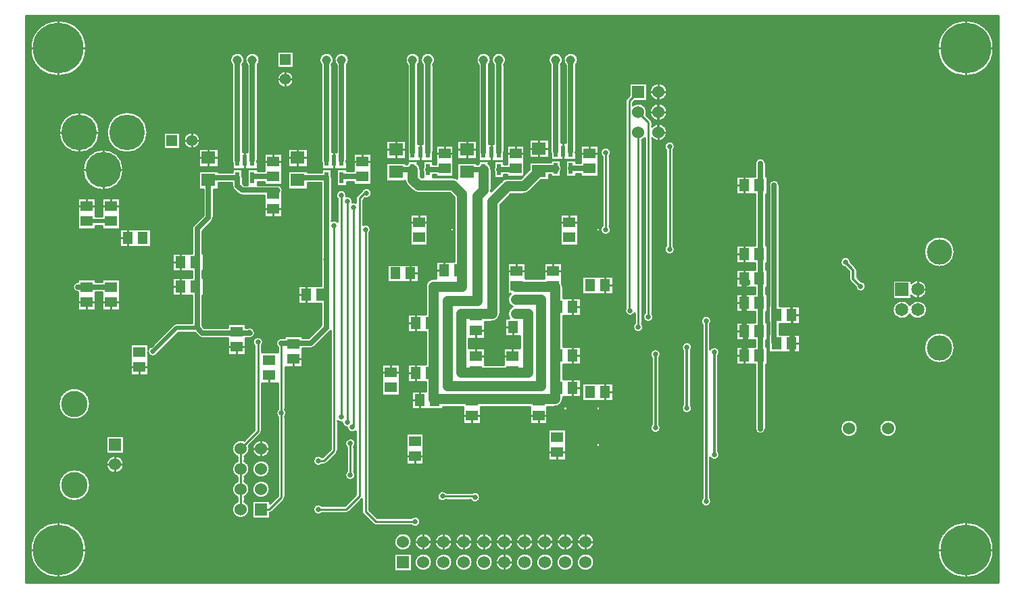
<source format=gbl>
%FSLAX24Y24*%
%MOIN*%
G70*
G01*
G75*
G04 Layer_Physical_Order=2*
%ADD10R,0.2000X0.2000*%
%ADD11R,0.0591X0.0512*%
%ADD12R,0.0217X0.0571*%
%ADD13R,0.0709X0.0630*%
%ADD14R,0.0512X0.0591*%
%ADD15R,0.0197X0.1181*%
%ADD16O,0.0197X0.1181*%
%ADD17O,0.0984X0.0098*%
%ADD18O,0.0098X0.0984*%
%ADD19R,0.0098X0.0984*%
%ADD20O,0.1000X0.0150*%
%ADD21R,0.1000X0.0150*%
%ADD22R,0.0850X0.0421*%
%ADD23R,0.0850X0.0421*%
%ADD24O,0.0850X0.0421*%
%ADD25R,0.1000X0.1969*%
%ADD26R,0.0709X0.0787*%
%ADD27O,0.0709X0.0787*%
%ADD28R,0.0394X0.0276*%
%ADD29R,0.0394X0.0276*%
%ADD30C,0.0500*%
%ADD31C,0.0350*%
%ADD32C,0.0100*%
%ADD33C,0.0200*%
%ADD34C,0.0120*%
%ADD35C,0.0250*%
%ADD36C,0.1000*%
%ADD37C,0.0750*%
%ADD38C,0.2500*%
%ADD39C,0.0600*%
%ADD40R,0.0600X0.0600*%
%ADD41C,0.0550*%
%ADD42R,0.0550X0.0550*%
%ADD43C,0.1750*%
%ADD44C,0.1250*%
%ADD45C,0.0650*%
%ADD46R,0.0650X0.0650*%
%ADD47C,0.1300*%
%ADD48C,0.0250*%
%ADD49C,0.0450*%
D11*
X22600Y31174D02*
D03*
Y30426D02*
D03*
X16000Y21026D02*
D03*
Y21774D02*
D03*
X13400Y28974D02*
D03*
Y28226D02*
D03*
X14600Y28974D02*
D03*
Y28226D02*
D03*
Y24226D02*
D03*
Y24974D02*
D03*
X13400Y24226D02*
D03*
Y24974D02*
D03*
X34400Y21574D02*
D03*
Y20826D02*
D03*
X32600Y21574D02*
D03*
Y20826D02*
D03*
X29581Y16626D02*
D03*
Y17374D02*
D03*
X34600Y25774D02*
D03*
Y25026D02*
D03*
X36400Y25774D02*
D03*
Y25026D02*
D03*
X36600Y16826D02*
D03*
Y17574D02*
D03*
X35683Y18626D02*
D03*
Y19374D02*
D03*
X22400Y20626D02*
D03*
Y21374D02*
D03*
X32400Y18626D02*
D03*
Y19374D02*
D03*
X23600Y21426D02*
D03*
Y22174D02*
D03*
X20800Y22026D02*
D03*
Y22774D02*
D03*
X22600Y28826D02*
D03*
Y29574D02*
D03*
X31050Y30826D02*
D03*
Y31574D02*
D03*
X34550Y30826D02*
D03*
Y31574D02*
D03*
X38200Y30826D02*
D03*
Y31574D02*
D03*
X27000Y30426D02*
D03*
Y31174D02*
D03*
X29778Y27426D02*
D03*
Y28174D02*
D03*
X37200Y27426D02*
D03*
Y28174D02*
D03*
X28400Y20026D02*
D03*
Y20774D02*
D03*
X32600Y23574D02*
D03*
Y22826D02*
D03*
D12*
X25226Y30377D02*
D03*
X25974D02*
D03*
Y31223D02*
D03*
X25600D02*
D03*
X25226D02*
D03*
X20826Y30377D02*
D03*
X21574D02*
D03*
Y31223D02*
D03*
X21200D02*
D03*
X20826D02*
D03*
X36526Y30827D02*
D03*
X37274D02*
D03*
Y31673D02*
D03*
X36900D02*
D03*
X36526D02*
D03*
X32976Y30777D02*
D03*
X33724D02*
D03*
Y31623D02*
D03*
X33350D02*
D03*
X32976D02*
D03*
X29476D02*
D03*
X29850D02*
D03*
X30224D02*
D03*
Y30777D02*
D03*
X29476D02*
D03*
D13*
X19400Y31351D02*
D03*
Y30249D02*
D03*
X32150Y30649D02*
D03*
Y31751D02*
D03*
X28650D02*
D03*
Y30649D02*
D03*
X35700Y30699D02*
D03*
Y31801D02*
D03*
X23800Y31351D02*
D03*
Y30249D02*
D03*
D14*
X16174Y27400D02*
D03*
X15426D02*
D03*
X34426Y23000D02*
D03*
X35174D02*
D03*
X38974Y19800D02*
D03*
X38226D02*
D03*
X37374Y21600D02*
D03*
X36626D02*
D03*
X37374Y20000D02*
D03*
X36626D02*
D03*
X29826Y19400D02*
D03*
X30574D02*
D03*
X29626Y20731D02*
D03*
X30374D02*
D03*
X29626Y23200D02*
D03*
X30374D02*
D03*
X37374Y24000D02*
D03*
X36626D02*
D03*
X24226Y24600D02*
D03*
X24974D02*
D03*
X18026Y26200D02*
D03*
X18774D02*
D03*
X18026Y25000D02*
D03*
X18774D02*
D03*
X45826Y26600D02*
D03*
X46574D02*
D03*
X45826Y30000D02*
D03*
X46574D02*
D03*
X45826Y22800D02*
D03*
X46574D02*
D03*
X45826Y21600D02*
D03*
X46574D02*
D03*
X45826Y24200D02*
D03*
X46574D02*
D03*
X45826Y25400D02*
D03*
X46574D02*
D03*
X48174Y23600D02*
D03*
X47426D02*
D03*
X48174Y22200D02*
D03*
X47426D02*
D03*
X28626Y25652D02*
D03*
X29374D02*
D03*
X31774Y25800D02*
D03*
X31026D02*
D03*
X38226Y25061D02*
D03*
X38974D02*
D03*
D30*
X35800Y20100D02*
Y24350D01*
X32650Y24300D02*
Y29450D01*
X31200Y24300D02*
X32650D01*
X31200Y20100D02*
Y24300D01*
Y20100D02*
X35800D01*
X34550Y24350D02*
X35800D01*
X32976Y29776D02*
Y30777D01*
X31900Y25800D02*
Y29550D01*
X29476Y30274D02*
Y30777D01*
X35699Y30699D02*
X35700D01*
X35150Y23600D02*
Y23650D01*
Y23000D02*
Y23600D01*
Y21300D02*
Y23000D01*
Y20750D02*
Y21300D01*
X32600Y23650D02*
X33400D01*
X31850D02*
X32600D01*
X31850Y23600D02*
Y23650D01*
Y20800D02*
Y23600D01*
Y20750D02*
Y20800D01*
X34400Y20750D02*
X35150D01*
X32600D02*
X34400D01*
X31900D02*
X32600D01*
X31850D02*
X31900D01*
X36400Y25000D02*
X36500D01*
X35800D02*
X36400D01*
X34600D02*
X35800D01*
X34550D02*
X34600D01*
X36500Y24274D02*
Y25000D01*
Y24000D02*
Y24274D01*
Y21600D02*
Y24000D01*
Y20000D02*
Y21600D01*
Y19450D02*
Y20000D01*
X31900Y25000D02*
Y25800D01*
X30500Y23683D02*
Y25000D01*
Y23200D02*
Y23683D01*
Y20731D02*
Y23200D01*
Y19450D02*
Y20731D01*
X35683Y19450D02*
X36500D01*
X35683D02*
X35683D01*
X32400D02*
X35683D01*
X32337D02*
X32400D01*
X30574D02*
X32337D01*
X30500D02*
X30574D01*
X34950Y29950D02*
X35699Y30699D01*
X34150Y29950D02*
X34950D01*
X33400Y29200D02*
X34150Y29950D01*
X33400Y23650D02*
Y29200D01*
X34550Y23650D02*
X35150D01*
X32650Y29450D02*
X32976Y29776D01*
X29476Y30274D02*
X29750Y30000D01*
X31450D01*
X31900Y29550D01*
X30500Y25000D02*
X31900D01*
D31*
X35828Y30827D02*
X36526D01*
D32*
X13380Y12000D02*
G03*
X13380Y12000I-1380J0D01*
G01*
X13572Y15192D02*
G03*
X13572Y15192I-780J0D01*
G01*
X15230Y16216D02*
G03*
X15230Y16216I-430J0D01*
G01*
X20820Y14391D02*
G03*
X21430Y14000I180J-391D01*
G01*
G03*
X21180Y14391I-430J0D01*
G01*
X20820Y15391D02*
G03*
X20820Y14609I180J-391D01*
G01*
X21180D02*
G03*
X21430Y15000I-180J391D01*
G01*
G03*
X21180Y15391I-430J0D01*
G01*
X22430Y13823D02*
G03*
X22527Y13873I-30J177D01*
G01*
X22430Y13823D02*
G03*
X22528Y13873I-30J177D01*
G01*
X22430Y15000D02*
G03*
X22430Y15000I-430J0D01*
G01*
X21180Y15609D02*
G03*
X21430Y16000I-180J391D01*
G01*
X20820Y16391D02*
G03*
X20820Y15609I180J-391D01*
G01*
X21430Y16000D02*
G03*
X21180Y16391I-430J0D01*
G01*
X21149Y17403D02*
G03*
X20820Y16609I-149J-403D01*
G01*
X21180D02*
G03*
X21430Y17000I-180J391D01*
G01*
G03*
X21403Y17149I-430J0D01*
G01*
X22430Y16000D02*
G03*
X22430Y16000I-430J0D01*
G01*
Y17000D02*
G03*
X22430Y17000I-430J0D01*
G01*
X21977Y17722D02*
G03*
X22030Y17850I-127J128D01*
G01*
X21977Y17723D02*
G03*
X22030Y17850I-127J127D01*
G01*
X13572Y19208D02*
G03*
X13572Y19208I-780J0D01*
G01*
X12975Y25229D02*
G03*
X12975Y24719I1J-255D01*
G01*
Y25229D02*
G03*
X12975Y24719I1J-255D01*
G01*
X16425Y21744D02*
G03*
X16915Y21715I249J56D01*
G01*
X16589Y22041D02*
G03*
X16425Y21856I85J-240D01*
G01*
X17824Y23180D02*
G03*
X17661Y23113I0J-230D01*
G01*
X17824Y23180D02*
G03*
X17661Y23113I0J-230D01*
G01*
X18919Y22520D02*
G03*
X19100Y22445I181J180D01*
G01*
X18920Y22520D02*
G03*
X19100Y22445I180J180D01*
G01*
X21450D02*
G03*
X21705Y22700I0J255D01*
G01*
X22105Y22250D02*
G03*
X21670Y22069I-255J0D01*
G01*
X22030D02*
G03*
X22105Y22250I-180J181D01*
G01*
X21450Y22445D02*
G03*
X21705Y22700I0J255D01*
G01*
X21615Y22896D02*
G03*
X21348Y22955I-180J-180D01*
G01*
X21615Y22895D02*
G03*
X21348Y22955I-181J-180D01*
G01*
X21705Y22700D02*
G03*
X21630Y22880I-255J0D01*
G01*
X21705Y22700D02*
G03*
X21630Y22881I-255J0D01*
G01*
X26200Y13820D02*
G03*
X26327Y13873I0J180D01*
G01*
X26200Y13820D02*
G03*
X26328Y13873I0J180D01*
G01*
X25007Y14180D02*
G03*
X25007Y13820I-181J-180D01*
G01*
X26970Y13900D02*
G03*
X27023Y13772I180J0D01*
G01*
X26970Y13900D02*
G03*
X27023Y13773I180J0D01*
G01*
X23127Y14472D02*
G03*
X23180Y14600I-127J128D01*
G01*
X23127Y14473D02*
G03*
X23180Y14600I-127J127D01*
G01*
X25007Y16580D02*
G03*
X25007Y16220I-181J-180D01*
G01*
X25100D02*
G03*
X25227Y16273I0J180D01*
G01*
X25100Y16220D02*
G03*
X25228Y16273I0J180D01*
G01*
X25727Y16772D02*
G03*
X25780Y16900I-127J128D01*
G01*
X25727Y16773D02*
G03*
X25780Y16900I-127J127D01*
G01*
X26220Y15881D02*
G03*
X26655Y15700I180J-181D01*
G01*
G03*
X26580Y15881I-255J0D01*
G01*
X26655Y17250D02*
G03*
X26220Y17069I-255J0D01*
G01*
X26580D02*
G03*
X26655Y17250I-180J181D01*
G01*
X29430Y12400D02*
G03*
X29430Y12400I-430J0D01*
G01*
X30430Y11400D02*
G03*
X30430Y11400I-430J0D01*
G01*
Y12400D02*
G03*
X30430Y12400I-430J0D01*
G01*
X27522Y13273D02*
G03*
X27650Y13220I128J127D01*
G01*
X27523Y13273D02*
G03*
X27650Y13220I127J127D01*
G01*
X29419D02*
G03*
X29855Y13400I181J180D01*
G01*
G03*
X29419Y13580I-255J0D01*
G01*
X22820Y18931D02*
G03*
X22820Y18569I180J-181D01*
G01*
X23180D02*
G03*
X23255Y18750I-180J181D01*
G01*
G03*
X23180Y18931I-255J0D01*
G01*
X23000Y22455D02*
G03*
X22820Y22019I0J-255D01*
G01*
X23000Y22455D02*
G03*
X22820Y22019I0J-255D01*
G01*
X24450Y21945D02*
G03*
X24630Y22020I0J255D01*
G01*
X24450Y21945D02*
G03*
X24631Y22020I0J255D01*
G01*
X25780Y18360D02*
G03*
X25995Y18299I170J190D01*
G01*
G03*
X26245Y18045I255J1D01*
G01*
G03*
X26670Y17860I255J5D01*
G01*
X30500Y25380D02*
G03*
X30120Y25000I0J-380D01*
G01*
X30500Y25380D02*
G03*
X30120Y25000I0J-380D01*
G01*
X19105Y25681D02*
G03*
X19112Y25743I-248J61D01*
G01*
X19105Y25681D02*
G03*
X19112Y25743I-248J61D01*
G01*
G03*
X19110Y25775I-255J0D01*
G01*
X19112Y25743D02*
G03*
X19110Y25775I-255J0D01*
G01*
X18670Y28030D02*
G03*
X18595Y27850I180J-180D01*
G01*
X18670Y28031D02*
G03*
X18595Y27850I180J-181D01*
G01*
X19580Y28219D02*
G03*
X19655Y28400I-180J181D01*
G01*
X19580Y28220D02*
G03*
X19655Y28400I-180J180D01*
G01*
X20571Y29974D02*
G03*
X20646Y29793I255J0D01*
G01*
X20571Y29974D02*
G03*
X20646Y29794I255J0D01*
G01*
X20870Y29570D02*
G03*
X21050Y29495I180J180D01*
G01*
X20869Y29570D02*
G03*
X21050Y29495I181J180D01*
G01*
X23025Y29878D02*
G03*
X22987Y29924I-213J-141D01*
G01*
X22945Y29960D02*
G03*
X22800Y30005I-145J-210D01*
G01*
X22987Y29924D02*
G03*
X22945Y29960I-187J-174D01*
G01*
X21081Y30377D02*
G03*
X21064Y30468I-255J0D01*
G01*
X21081Y30377D02*
G03*
X21064Y30468I-255J0D01*
G01*
X20571Y31223D02*
G03*
X20588Y31132I255J0D01*
G01*
X21812D02*
G03*
X21829Y31223I-238J91D01*
G01*
X14037Y32600D02*
G03*
X14037Y32600I-1005J0D01*
G01*
X15218Y30750D02*
G03*
X15218Y30750I-1005J0D01*
G01*
X16399Y32600D02*
G03*
X16399Y32600I-1005J0D01*
G01*
X13380Y36750D02*
G03*
X13380Y36750I-1380J0D01*
G01*
X18989Y32200D02*
G03*
X18989Y32200I-405J0D01*
G01*
X21081Y35927D02*
G03*
X21181Y36174I-255J247D01*
G01*
G03*
X20571Y35927I-355J0D01*
G01*
X21929Y36176D02*
G03*
X21319Y35929I-355J0D01*
G01*
X21829D02*
G03*
X21929Y36176I-255J247D01*
G01*
X24971Y26424D02*
G03*
X24971Y26242I238J-91D01*
G01*
X23025Y29597D02*
G03*
X23068Y29737I-213J141D01*
G01*
G03*
X23025Y29878I-255J0D01*
G01*
X25770Y28190D02*
G03*
X25481Y28226I-170J-190D01*
G01*
X26500Y29150D02*
G03*
X26505Y29200I-250J50D01*
G01*
X26670Y29125D02*
G03*
X26500Y29150I-120J-225D01*
G01*
X26505Y29200D02*
G03*
X26200Y29450I-255J0D01*
G01*
G03*
X26205Y29500I-250J50D01*
G01*
X26723Y29477D02*
G03*
X26670Y29350I127J-127D01*
G01*
X26205Y29500D02*
G03*
X25770Y29319I-255J0D01*
G01*
X26723Y29478D02*
G03*
X26670Y29350I127J-128D01*
G01*
X27455Y29600D02*
G03*
X26987Y29740I-255J0D01*
G01*
X25481Y30377D02*
G03*
X25464Y30468I-255J0D01*
G01*
X25481Y30377D02*
G03*
X25464Y30468I-255J0D01*
G01*
X24971Y31223D02*
G03*
X24988Y31132I255J0D01*
G01*
X26212D02*
G03*
X26229Y31223I-238J91D01*
G01*
X27330Y27619D02*
G03*
X27405Y27800I-180J181D01*
G01*
G03*
X27030Y28025I-255J0D01*
G01*
X27114Y29360D02*
G03*
X27455Y29600I86J240D01*
G01*
X29103Y30204D02*
G03*
X29207Y30005I373J70D01*
G01*
X29103Y30204D02*
G03*
X29207Y30005I373J70D01*
G01*
X29238Y31073D02*
G03*
X29194Y31032I238J-296D01*
G01*
X29481Y29731D02*
G03*
X29750Y29620I269J269D01*
G01*
X29481Y29731D02*
G03*
X29750Y29620I269J269D01*
G01*
X29856Y30777D02*
G03*
X29714Y31073I-380J0D01*
G01*
X29986Y30868D02*
G03*
X29986Y30686I238J-91D01*
G01*
X23605Y35216D02*
G03*
X23605Y35216I-405J0D01*
G01*
X25581Y36174D02*
G03*
X24971Y35927I-355J0D01*
G01*
X25481D02*
G03*
X25581Y36174I-255J247D01*
G01*
X26329Y36176D02*
G03*
X25719Y35929I-355J0D01*
G01*
X29221Y31623D02*
G03*
X29238Y31532I255J0D01*
G01*
X30462D02*
G03*
X30479Y31623I-238J91D01*
G01*
X26229Y35929D02*
G03*
X26329Y36176I-255J247D01*
G01*
X29831D02*
G03*
X29221Y35929I-355J0D01*
G01*
X29731D02*
G03*
X29831Y36176I-255J247D01*
G01*
X30579D02*
G03*
X29969Y35929I-355J0D01*
G01*
X30479D02*
G03*
X30579Y36176I-255J247D01*
G01*
X31430Y11400D02*
G03*
X31430Y11400I-430J0D01*
G01*
X32430D02*
G03*
X32430Y11400I-430J0D01*
G01*
X33430D02*
G03*
X33430Y11400I-430J0D01*
G01*
X34430D02*
G03*
X34430Y11400I-430J0D01*
G01*
X31430Y12400D02*
G03*
X31430Y12400I-430J0D01*
G01*
X32430D02*
G03*
X32430Y12400I-430J0D01*
G01*
X31131Y14830D02*
G03*
X31131Y14470I-181J-180D01*
G01*
X33430Y12400D02*
G03*
X33430Y12400I-430J0D01*
G01*
X32331Y14470D02*
G03*
X32805Y14600I219J130D01*
G01*
G03*
X32440Y14830I-255J0D01*
G01*
X34430Y12400D02*
G03*
X34430Y12400I-430J0D01*
G01*
X35430Y11400D02*
G03*
X35430Y11400I-430J0D01*
G01*
X36430D02*
G03*
X36430Y11400I-430J0D01*
G01*
X37430D02*
G03*
X37430Y11400I-430J0D01*
G01*
X38430D02*
G03*
X38430Y11400I-430J0D01*
G01*
X35430Y12400D02*
G03*
X35430Y12400I-430J0D01*
G01*
X36430D02*
G03*
X36430Y12400I-430J0D01*
G01*
X37430D02*
G03*
X37430Y12400I-430J0D01*
G01*
X38430D02*
G03*
X38430Y12400I-430J0D01*
G01*
X41260Y18194D02*
G03*
X41705Y18024I190J-170D01*
G01*
G03*
X41640Y18194I-255J0D01*
G01*
X36500Y19070D02*
G03*
X36880Y19450I0J380D01*
G01*
X36500Y19070D02*
G03*
X36880Y19450I0J380D01*
G01*
X33400Y23270D02*
G03*
X33780Y23650I0J380D01*
G01*
X33400Y23270D02*
G03*
X33780Y23650I0J380D01*
G01*
X34402Y24000D02*
G03*
X34244Y23425I148J-350D01*
G01*
X34305Y24640D02*
G03*
X34402Y24000I245J-290D01*
G01*
X40420Y23181D02*
G03*
X40855Y23000I180J-181D01*
G01*
G03*
X40780Y23181I-255J0D01*
G01*
X41705Y21650D02*
G03*
X41260Y21480I-255J0D01*
G01*
X41640D02*
G03*
X41705Y21650I-190J170D01*
G01*
X40920Y23681D02*
G03*
X41355Y23500I180J-181D01*
G01*
X39970Y23910D02*
G03*
X40420Y23671I230J-110D01*
G01*
X41355Y23500D02*
G03*
X41280Y23681I-255J0D01*
G01*
X43760Y14570D02*
G03*
X44205Y14400I190J-170D01*
G01*
G03*
X44140Y14570I-255J0D01*
G01*
Y16555D02*
G03*
X44605Y16700I210J145D01*
G01*
G03*
X44540Y16870I-255J0D01*
G01*
X42810Y19170D02*
G03*
X43255Y19000I190J-170D01*
G01*
G03*
X43190Y19170I-255J0D01*
G01*
X44540Y21580D02*
G03*
X44605Y21750I-190J170D01*
G01*
X58130Y12000D02*
G03*
X58130Y12000I-1380J0D01*
G01*
X46369Y17976D02*
G03*
X46879Y17976I255J0D01*
G01*
X46369D02*
G03*
X46879Y17976I255J0D01*
G01*
X51430Y18000D02*
G03*
X51430Y18000I-430J0D01*
G01*
X53351D02*
G03*
X53351Y18000I-430J0D01*
G01*
X43255Y22000D02*
G03*
X42810Y21830I-255J0D01*
G01*
X43190D02*
G03*
X43255Y22000I-190J170D01*
G01*
X44605Y21750D02*
G03*
X44140Y21895I-255J0D01*
G01*
X44205Y23300D02*
G03*
X43760Y23130I-255J0D01*
G01*
X44140D02*
G03*
X44205Y23300I-190J170D01*
G01*
X56205Y21970D02*
G03*
X56205Y21970I-755J0D01*
G01*
X53995Y24076D02*
G03*
X53995Y23624I-395J-226D01*
G01*
G03*
X54845Y23850I395J226D01*
G01*
G03*
X53995Y24076I-455J0D01*
G01*
X54055Y24542D02*
G03*
X54845Y24850I335J308D01*
G01*
X34175Y25060D02*
G03*
X34175Y24940I375J-60D01*
G01*
X33344Y29681D02*
G03*
X33356Y29776I-368J95D01*
G01*
X33344Y29681D02*
G03*
X33356Y29776I-368J95D01*
G01*
X34950Y29570D02*
G03*
X35219Y29681I0J380D01*
G01*
X34950Y29570D02*
G03*
X35219Y29681I0J380D01*
G01*
X31666Y30313D02*
G03*
X31450Y30380I-216J-313D01*
G01*
X31666Y30313D02*
G03*
X31450Y30380I-216J-313D01*
G01*
X32738Y31073D02*
G03*
X32694Y31032I238J-296D01*
G01*
X33356Y30777D02*
G03*
X33214Y31073I-380J0D01*
G01*
X34150Y30330D02*
G03*
X33881Y30219I0J-380D01*
G01*
X34150Y30330D02*
G03*
X33881Y30219I0J-380D01*
G01*
X33486Y30868D02*
G03*
X33486Y30686I238J-91D01*
G01*
X36880Y25000D02*
G03*
X36825Y25196I-380J0D01*
G01*
X36880Y25000D02*
G03*
X36825Y25196I-380J0D01*
G01*
X38820Y27981D02*
G03*
X39255Y27800I180J-181D01*
G01*
G03*
X39180Y27981I-255J0D01*
G01*
X36764Y30636D02*
G03*
X36831Y30827I-238J190D01*
G01*
G03*
X36764Y31017I-305J0D01*
G01*
X37036Y30918D02*
G03*
X37036Y30736I238J-91D01*
G01*
X32721Y31623D02*
G03*
X32738Y31532I255J0D01*
G01*
X33962D02*
G03*
X33979Y31623I-238J91D01*
G01*
X33331Y36176D02*
G03*
X32721Y35929I-355J0D01*
G01*
X33231D02*
G03*
X33331Y36176I-255J247D01*
G01*
X34079D02*
G03*
X33469Y35929I-355J0D01*
G01*
X33979D02*
G03*
X34079Y36176I-255J247D01*
G01*
X36271Y31673D02*
G03*
X36288Y31582I255J0D01*
G01*
X37512D02*
G03*
X37529Y31673I-238J91D01*
G01*
X39180Y31419D02*
G03*
X39255Y31600I-180J181D01*
G01*
G03*
X38820Y31419I-255J0D01*
G01*
X36781Y35927D02*
G03*
X36881Y36174I-255J247D01*
G01*
G03*
X36271Y35927I-355J0D01*
G01*
X37629Y36176D02*
G03*
X37019Y35929I-355J0D01*
G01*
X37529D02*
G03*
X37629Y36176I-255J247D01*
G01*
X41970Y27005D02*
G03*
X42405Y26824I180J-181D01*
G01*
G03*
X42330Y27005I-255J0D01*
G01*
X51010Y25374D02*
G03*
X51066Y25240I190J0D01*
G01*
X51010Y25374D02*
G03*
X51066Y25239I190J0D01*
G01*
X51081Y26200D02*
G03*
X50783Y25949I-255J0D01*
G01*
X51319Y24986D02*
G03*
X51829Y25000I255J14D01*
G01*
G03*
X51588Y25255I-255J0D01*
G01*
X51390Y25800D02*
G03*
X51334Y25934I-190J0D01*
G01*
X51390Y25800D02*
G03*
X51334Y25934I-190J0D01*
G01*
X54845Y24850D02*
G03*
X54055Y25158I-455J0D01*
G01*
X56205Y26710D02*
G03*
X56205Y26710I-755J0D01*
G01*
X47555Y30000D02*
G03*
X47045Y30000I-255J0D01*
G01*
X47555D02*
G03*
X47045Y30000I-255J0D01*
G01*
X40780Y32209D02*
G03*
X40920Y32313I-180J391D01*
G01*
X41280D02*
G03*
X42030Y32600I320J287D01*
G01*
X41280Y33100D02*
G03*
X41227Y33228I-180J0D01*
G01*
X41280Y33100D02*
G03*
X41227Y33227I-180J0D01*
G01*
X42030Y33600D02*
G03*
X42030Y33600I-430J0D01*
G01*
Y32600D02*
G03*
X41280Y32887I-430J0D01*
G01*
X41003Y33451D02*
G03*
X41030Y33600I-403J149D01*
G01*
G03*
X40330Y33935I-430J0D01*
G01*
X40023Y34277D02*
G03*
X39970Y34150I127J-127D01*
G01*
X40023Y34278D02*
G03*
X39970Y34150I127J-128D01*
G01*
X42030Y34600D02*
G03*
X42030Y34600I-430J0D01*
G01*
X46879Y31077D02*
G03*
X46369Y31077I-255J0D01*
G01*
X46879D02*
G03*
X46369Y31077I-255J0D01*
G01*
X42405Y31900D02*
G03*
X41970Y31719I-255J0D01*
G01*
X42330D02*
G03*
X42405Y31900I-180J181D01*
G01*
X58130Y36750D02*
G03*
X58130Y36750I-1380J0D01*
G01*
X21000Y14000D02*
Y17000D01*
X21850Y17850D02*
Y22250D01*
X21000Y17000D02*
X21850Y17850D01*
X27650Y13400D02*
X29600D01*
X27150Y13900D02*
X27650Y13400D01*
X27150Y13900D02*
Y27800D01*
X27100Y29600D02*
X27200D01*
X27150Y29550D02*
X27200Y29600D01*
X24826Y14000D02*
X26200D01*
X26850Y14650D01*
Y29350D01*
X27100Y29600D01*
X39000Y27800D02*
Y31600D01*
X40150Y34150D02*
X40600Y34600D01*
X40150Y23850D02*
X40200Y23800D01*
X40150Y23850D02*
Y34150D01*
X40600Y33600D02*
X41100Y33100D01*
Y23500D02*
Y33100D01*
X40600Y23000D02*
Y32600D01*
X42150Y26824D02*
Y31900D01*
X23000Y14600D02*
Y22200D01*
X22000Y14000D02*
X22400D01*
X23000Y14600D01*
X25600Y16900D02*
Y28000D01*
X24826Y16400D02*
X25100D01*
X25600Y16900D01*
X26550Y18100D02*
Y28900D01*
X26500Y18050D02*
X26550Y18100D01*
X26250Y18300D02*
Y29200D01*
X25950Y18550D02*
Y29500D01*
X32500Y14650D02*
X32550Y14600D01*
X30950Y14650D02*
X32500D01*
X26400Y15700D02*
Y17250D01*
X37200Y27426D02*
X37234D01*
X10890Y10380D02*
Y11180D01*
X10710Y10380D02*
Y11510D01*
X10800Y10380D02*
Y11319D01*
X10380Y10620D02*
X12000D01*
X10380Y10710D02*
X11510D01*
X10380Y10800D02*
X11319D01*
X10380Y11250D02*
X10842D01*
X10380Y11340D02*
X10788D01*
X10380Y11430D02*
X10743D01*
X10380Y10890D02*
X11180D01*
X10380Y10980D02*
X11070D01*
X10380Y11070D02*
X10980D01*
X10380Y11160D02*
X10905D01*
X11160Y10380D02*
Y10905D01*
X10980Y10380D02*
Y11070D01*
X11070Y10380D02*
Y10980D01*
X11430Y10380D02*
Y10743D01*
X11520Y10380D02*
Y10706D01*
X11250Y10380D02*
Y10842D01*
X11340Y10380D02*
Y10788D01*
X11700Y10380D02*
Y10653D01*
X11610Y10380D02*
Y10676D01*
X11790Y10380D02*
Y10636D01*
X11880Y10380D02*
Y10625D01*
X11970Y10380D02*
Y10620D01*
X12060Y10380D02*
Y10621D01*
X12150Y10380D02*
Y10628D01*
X10380Y11700D02*
X10653D01*
X10380Y11880D02*
X10625D01*
X10380Y11970D02*
X10620D01*
X10380Y11520D02*
X10706D01*
X10380Y11610D02*
X10676D01*
X10380Y11790D02*
X10636D01*
X10380Y12060D02*
X10621D01*
X10380Y12150D02*
X10628D01*
X10380Y12240D02*
X10641D01*
X10380Y12330D02*
X10660D01*
X10380Y12420D02*
X10685D01*
X10380Y12510D02*
X10718D01*
X10380Y12600D02*
X10757D01*
X10620Y10380D02*
Y12000D01*
X10380Y12690D02*
X10805D01*
X10380Y12780D02*
X10862D01*
X10670Y12000D02*
X12000D01*
Y10670D02*
Y12000D01*
X10380Y12870D02*
X10929D01*
X12000Y12000D02*
Y13330D01*
X10380Y12960D02*
X11009D01*
X10380Y13050D02*
X11105D01*
X10380Y13140D02*
X11222D01*
X10380Y13230D02*
X11374D01*
X10380Y13320D02*
X11598D01*
X12060Y13379D02*
Y14923D01*
X12150Y13372D02*
Y14749D01*
X12240Y10380D02*
Y10641D01*
X12000Y12000D02*
X13330D01*
X10380Y13590D02*
X20870D01*
X10380Y13680D02*
X20713D01*
X10380Y13770D02*
X20637D01*
X10380Y13860D02*
X20593D01*
X10380Y13950D02*
X20573D01*
X10380Y14040D02*
X20572D01*
X10380Y14130D02*
X20590D01*
X10380Y14220D02*
X20631D01*
X10380Y14310D02*
X20702D01*
X10380Y14400D02*
X20820D01*
X12330Y10380D02*
Y10660D01*
X12420Y10380D02*
Y10685D01*
X12510Y10380D02*
Y10718D01*
X12600Y10380D02*
Y10757D01*
X12690Y10380D02*
Y10805D01*
X12780Y10380D02*
Y10862D01*
X12870Y10380D02*
Y10929D01*
X12960Y10380D02*
Y11009D01*
X12690Y13195D02*
Y14419D01*
X12780Y13138D02*
Y14412D01*
X13050Y10380D02*
Y11105D01*
X13140Y10380D02*
Y11222D01*
X13230Y10380D02*
Y11374D01*
X13320Y10380D02*
Y11598D01*
X12870Y13071D02*
Y14416D01*
X12510Y13282D02*
Y14465D01*
X12600Y13243D02*
Y14436D01*
X12960Y12991D02*
Y14430D01*
X13050Y12895D02*
Y14456D01*
X13140Y12778D02*
Y14494D01*
X12330Y13340D02*
Y14564D01*
X10380Y14580D02*
X12309D01*
X12240Y13359D02*
Y14641D01*
X10380Y14490D02*
X12452D01*
X13132D02*
X20820D01*
X12420Y13315D02*
Y14507D01*
X13410Y10380D02*
Y14716D01*
X13500Y10380D02*
Y14865D01*
X14400Y10380D02*
Y16058D01*
X14670Y10380D02*
Y15806D01*
X14760Y10380D02*
Y15788D01*
X14490Y10380D02*
Y15918D01*
X14580Y10380D02*
Y15846D01*
X13230Y12626D02*
Y14547D01*
X13320Y12402D02*
Y14618D01*
X14850Y10380D02*
Y15789D01*
X13276Y14580D02*
X20820D01*
X14940Y10380D02*
Y15809D01*
X15030Y10380D02*
Y15852D01*
X15120Y10380D02*
Y15929D01*
X10380Y14940D02*
X12054D01*
X10380Y15030D02*
X12029D01*
X10380Y15120D02*
X12015D01*
X10380Y14670D02*
X12213D01*
X10380Y14760D02*
X12143D01*
X10380Y14850D02*
X12091D01*
X10380Y15210D02*
X12012D01*
X10380Y15300D02*
X12020D01*
X10380Y15390D02*
X12038D01*
X10380Y15480D02*
X12067D01*
X10380Y15570D02*
X12110D01*
X10380Y15660D02*
X12168D01*
X10380Y15750D02*
X12247D01*
X10380Y15840D02*
X12358D01*
X10380Y15930D02*
X12539D01*
X10380Y16110D02*
X14383D01*
X10380Y16200D02*
X14370D01*
X10380Y16290D02*
X14376D01*
X10380Y16830D02*
X14370D01*
X14400Y16374D02*
Y16770D01*
X10380Y16920D02*
X14370D01*
X10380Y17010D02*
X14370D01*
X10380Y17100D02*
X14370D01*
X10380Y17190D02*
X14370D01*
X10380Y17280D02*
X14370D01*
X10380Y17370D02*
X14370D01*
X10380Y17460D02*
X14370D01*
X12240Y15743D02*
Y18657D01*
X12060Y15461D02*
Y18939D01*
X12150Y15635D02*
Y18765D01*
X10380Y17550D02*
X14370D01*
X10380Y18450D02*
X12608D01*
X12330Y15820D02*
Y18580D01*
X10380Y18900D02*
X12075D01*
X10380Y18990D02*
X12043D01*
X10380Y19080D02*
X12023D01*
X10380Y18540D02*
X12389D01*
X10380Y18630D02*
X12268D01*
X10380Y18720D02*
X12184D01*
X10380Y18810D02*
X12121D01*
X12510Y15919D02*
Y18481D01*
X12420Y15878D02*
Y18522D01*
X13140Y15890D02*
Y18510D01*
X13230Y15838D02*
Y18562D01*
X13320Y15766D02*
Y18634D01*
X13410Y15668D02*
Y18732D01*
X13500Y15520D02*
Y18880D01*
X12780Y15972D02*
Y18428D01*
X12600Y15948D02*
Y18452D01*
X12690Y15965D02*
Y18435D01*
X12870Y15968D02*
Y18432D01*
X14370Y16770D02*
Y17630D01*
X12960Y15954D02*
Y18446D01*
X13050Y15928D02*
Y18472D01*
X13372Y14670D02*
X20724D01*
X13441Y14760D02*
X20643D01*
X13493Y14850D02*
X20597D01*
X13517Y15480D02*
X20820D01*
X13416Y15660D02*
X20737D01*
X13474Y15570D02*
X20820D01*
X10380Y16020D02*
X14417D01*
X10380Y16380D02*
X14403D01*
X10380Y16470D02*
X14453D01*
X13226Y15840D02*
X14591D01*
X13337Y15750D02*
X20650D01*
X10380Y16560D02*
X14542D01*
X13045Y15930D02*
X14479D01*
X13530Y14940D02*
X20574D01*
X13555Y15030D02*
X20571D01*
X13569Y15120D02*
X20587D01*
X13572Y15210D02*
X20625D01*
X13547Y15390D02*
X20819D01*
X13565Y15300D02*
X20692D01*
X14800Y15836D02*
Y16216D01*
X14420D02*
X14800D01*
Y16596D01*
X15009Y15840D02*
X20601D01*
X15121Y15930D02*
X20576D01*
X14800Y16216D02*
X15180D01*
X15058Y16560D02*
X20820D01*
X10380Y16650D02*
X20750D01*
X10380Y16740D02*
X20658D01*
X10380Y17640D02*
X21385D01*
X10380Y17730D02*
X21475D01*
X10380Y17820D02*
X21565D01*
X10380Y17910D02*
X21655D01*
X10380Y18000D02*
X21670D01*
X10380Y18090D02*
X21670D01*
X10380Y18180D02*
X21670D01*
X10380Y18270D02*
X21670D01*
X10380Y18360D02*
X21670D01*
X12977Y18450D02*
X21670D01*
X13195Y18540D02*
X21670D01*
X13316Y18630D02*
X21670D01*
X14490Y16514D02*
Y16770D01*
X14580Y16585D02*
Y16770D01*
X14670Y16626D02*
Y16770D01*
X14760Y16644D02*
Y16770D01*
X14850Y16643D02*
Y16770D01*
X14940Y16622D02*
Y16770D01*
X15030Y16579D02*
Y16770D01*
X14370D02*
X15230D01*
X13401Y18720D02*
X21670D01*
X14370Y17630D02*
X15230D01*
X13463Y18810D02*
X21670D01*
X13509Y18900D02*
X21670D01*
X13541Y18990D02*
X21670D01*
X13562Y19080D02*
X21670D01*
X20790Y10380D02*
Y13625D01*
X20610Y10380D02*
Y13819D01*
X20700Y10380D02*
Y13692D01*
X20970Y10380D02*
Y13571D01*
X20880Y10380D02*
Y13587D01*
X21060Y10380D02*
Y13574D01*
X21150Y10380D02*
Y13597D01*
X20790Y14375D02*
Y14625D01*
X20820Y14391D02*
Y14609D01*
X21130Y13590D02*
X21570D01*
X21180Y14400D02*
X21570D01*
X21240Y10380D02*
Y13643D01*
X21330Y10380D02*
Y13724D01*
X21420Y10380D02*
Y13908D01*
X21600Y10380D02*
Y13570D01*
X21690Y10380D02*
Y13570D01*
X21287Y13680D02*
X21570D01*
Y13570D02*
Y14430D01*
X21363Y13770D02*
X21570D01*
X21407Y13860D02*
X21570D01*
X21427Y13950D02*
X21570D01*
X21410Y14130D02*
X21570D01*
X21428Y14040D02*
X21570D01*
X21298Y14310D02*
X21570D01*
X21369Y14220D02*
X21570D01*
X20700Y14308D02*
Y14692D01*
X15210Y10380D02*
Y16086D01*
X20610Y14181D02*
Y14819D01*
X21180Y14391D02*
Y14609D01*
X21240Y14357D02*
Y14643D01*
X20790Y15375D02*
Y15625D01*
X20610Y15181D02*
Y15819D01*
X20700Y15308D02*
Y15692D01*
X20820Y15391D02*
Y15609D01*
X21180Y15391D02*
Y15609D01*
X21330Y14276D02*
Y14724D01*
X21420Y14092D02*
Y14908D01*
X21510Y10380D02*
Y17255D01*
X21357Y14760D02*
X21643D01*
X21600Y14430D02*
Y14842D01*
X21403Y14850D02*
X21597D01*
X21426Y14940D02*
X21574D01*
X21240Y15357D02*
Y15643D01*
X21330Y15276D02*
Y15724D01*
X21420Y15092D02*
Y15908D01*
X21413Y15120D02*
X21587D01*
X21429Y15030D02*
X21571D01*
X21375Y15210D02*
X21625D01*
X21600Y15158D02*
Y15842D01*
X21780Y10380D02*
Y13570D01*
X21870Y10380D02*
Y13570D01*
X21960Y10380D02*
Y13570D01*
X22050Y10380D02*
Y13570D01*
X21570D02*
X22430D01*
X21570Y14430D02*
X22430D01*
X21870D02*
Y14590D01*
X21180Y14580D02*
X21908D01*
X21780Y14430D02*
Y14631D01*
X21180Y14490D02*
X22635D01*
X21960Y14430D02*
Y14572D01*
X22050Y14430D02*
Y14573D01*
X22092Y14580D02*
X22725D01*
X22140Y10380D02*
Y13570D01*
X22230Y10380D02*
Y13570D01*
X22320Y10380D02*
Y13570D01*
X22410Y10380D02*
Y13570D01*
X22500Y10380D02*
Y13850D01*
X22590Y10380D02*
Y13935D01*
X22680Y10380D02*
Y14025D01*
X22430Y13570D02*
Y13823D01*
X22140Y14430D02*
Y14593D01*
X22430Y14285D02*
Y14430D01*
Y14400D02*
X22545D01*
X22770Y10380D02*
Y14115D01*
X21276Y14670D02*
X21724D01*
X21308Y15300D02*
X21692D01*
X21690Y14430D02*
Y14702D01*
X22230Y14430D02*
Y14637D01*
X22276Y14670D02*
X22815D01*
X21181Y15390D02*
X21819D01*
X21690Y15298D02*
Y15702D01*
X21780Y15369D02*
Y15631D01*
X21870Y15410D02*
Y15590D01*
X22181Y15390D02*
X22820D01*
X22140Y15407D02*
Y15593D01*
X22230Y15363D02*
Y15637D01*
X22320Y14430D02*
Y14713D01*
X22410Y14430D02*
Y14870D01*
X22770Y14625D02*
Y18640D01*
X22357Y14760D02*
X22820D01*
X22430Y14285D02*
X22820Y14675D01*
X22403Y14850D02*
X22820D01*
Y14675D02*
Y18569D01*
X22426Y14940D02*
X22820D01*
X22320Y15287D02*
Y15713D01*
X22410Y15130D02*
Y15870D01*
X22429Y15030D02*
X22820D01*
X22413Y15120D02*
X22820D01*
X22308Y15300D02*
X22820D01*
X22375Y15210D02*
X22820D01*
X15183Y16020D02*
X20570D01*
X15217Y16110D02*
X20584D01*
X15230Y16200D02*
X20619D01*
X15224Y16290D02*
X20683D01*
X15120Y16503D02*
Y16770D01*
X20700Y16308D02*
Y16692D01*
X15147Y16470D02*
X20820D01*
X15197Y16380D02*
X20799D01*
X20790Y16375D02*
Y16625D01*
X20820Y16391D02*
Y16609D01*
X21399Y15840D02*
X21601D01*
X21424Y15930D02*
X21576D01*
X21430Y16020D02*
X21570D01*
X21263Y15660D02*
X21737D01*
X21350Y15750D02*
X21650D01*
X21381Y16200D02*
X21619D01*
X21416Y16110D02*
X21584D01*
X21180Y16391D02*
Y16609D01*
X21240Y16357D02*
Y16643D01*
X21330Y16276D02*
Y16724D01*
X21250Y16650D02*
X21750D01*
X21317Y16290D02*
X21683D01*
X21342Y16740D02*
X21658D01*
X21690Y16298D02*
Y16702D01*
X15210Y16345D02*
Y16770D01*
X15230Y16920D02*
X20578D01*
X15230Y16770D02*
Y17630D01*
X20610Y16181D02*
Y16819D01*
X15230Y16830D02*
X20605D01*
X15230Y17010D02*
X20570D01*
X15230Y17100D02*
X20582D01*
X15230Y17190D02*
X20614D01*
X15230Y17280D02*
X20674D01*
X15230Y17370D02*
X20781D01*
X15230Y17460D02*
X21205D01*
X15230Y17550D02*
X21295D01*
X21420Y16092D02*
Y16908D01*
X21395Y16830D02*
X21605D01*
X21600Y16158D02*
Y16842D01*
X21422Y16920D02*
X21578D01*
X21430Y17010D02*
X21570D01*
X21418Y17100D02*
X21582D01*
X21420Y17092D02*
Y17165D01*
X21600Y17158D02*
Y17345D01*
X21445Y17190D02*
X21614D01*
X21535Y17280D02*
X21674D01*
X21149Y17403D02*
X21670Y17925D01*
X21690Y17298D02*
Y17435D01*
X21960Y15428D02*
Y15572D01*
X21180Y15570D02*
X22000D01*
X22050Y15427D02*
Y15573D01*
X21180Y15480D02*
X22820D01*
X22000Y15570D02*
X22820D01*
X21201Y16380D02*
X21799D01*
X21780Y16369D02*
Y16631D01*
X21870Y16410D02*
Y16590D01*
X21180Y16470D02*
X22820D01*
X21180Y16560D02*
X22820D01*
X21960Y16428D02*
Y16572D01*
X22050Y16427D02*
Y16573D01*
X22263Y15660D02*
X22820D01*
X22350Y15750D02*
X22820D01*
X22399Y15840D02*
X22820D01*
X22424Y15930D02*
X22820D01*
X22430Y16020D02*
X22820D01*
X22381Y16200D02*
X22820D01*
X22416Y16110D02*
X22820D01*
X22140Y16407D02*
Y16593D01*
X22230Y16363D02*
Y16637D01*
X22320Y16287D02*
Y16713D01*
X22201Y16380D02*
X22820D01*
X22317Y16290D02*
X22820D01*
X22250Y16650D02*
X22820D01*
X22342Y16740D02*
X22820D01*
X22000Y16620D02*
Y17000D01*
X21620D02*
X22000D01*
X21625Y17370D02*
X21781D01*
X22000Y17000D02*
X22380D01*
X22000D02*
Y17380D01*
X21403Y17149D02*
X21977Y17722D01*
X21780Y17369D02*
Y17525D01*
X21870Y17410D02*
Y17615D01*
X21960Y17428D02*
Y17705D01*
X21715Y17460D02*
X22820D01*
X21805Y17550D02*
X22820D01*
X21895Y17640D02*
X22820D01*
X21984Y17730D02*
X22820D01*
X22395Y16830D02*
X22820D01*
X22410Y16130D02*
Y16870D01*
X22422Y16920D02*
X22820D01*
X22430Y17010D02*
X22820D01*
X22418Y17100D02*
X22820D01*
X22326Y17280D02*
X22820D01*
X22386Y17190D02*
X22820D01*
X22030Y18720D02*
X22747D01*
X22027Y17820D02*
X22820D01*
X22219Y17370D02*
X22820D01*
X22030Y18630D02*
X22775D01*
X22030Y18810D02*
X22752D01*
X10380Y19170D02*
X12013D01*
X10380Y19260D02*
X12014D01*
X10380Y19350D02*
X12025D01*
X10380Y19440D02*
X12047D01*
X10380Y19530D02*
X12082D01*
X10380Y19620D02*
X12130D01*
X10380Y19710D02*
X12195D01*
X10380Y19800D02*
X12284D01*
X10380Y19890D02*
X12414D01*
X10380Y19980D02*
X12682D01*
X12780Y19988D02*
Y24811D01*
X12870Y19984D02*
Y24742D01*
X13590Y10380D02*
Y23840D01*
X13680Y10380D02*
Y23840D01*
X13770Y10380D02*
Y23840D01*
X13860Y10380D02*
Y24719D01*
X13950Y10380D02*
Y24719D01*
X14040Y10380D02*
Y24719D01*
X14130Y10380D02*
Y24719D01*
X13050Y19944D02*
Y23840D01*
X12960Y19970D02*
Y24720D01*
X13140Y19906D02*
Y23840D01*
X13230Y19853D02*
Y23840D01*
X13320Y19782D02*
Y23840D01*
X13410Y19684D02*
Y23840D01*
X13500Y19535D02*
Y23840D01*
X10380Y10380D02*
Y38370D01*
X10440Y10380D02*
Y38370D01*
X10530Y10380D02*
Y38370D01*
X10800Y12681D02*
Y36069D01*
X10620Y12000D02*
Y36750D01*
X10710Y12490D02*
Y36260D01*
X11070Y13020D02*
Y35730D01*
X10890Y12820D02*
Y35930D01*
X10980Y12930D02*
Y35820D01*
X11340Y13212D02*
Y35538D01*
X11430Y13257D02*
Y35493D01*
X11160Y13095D02*
Y35655D01*
X11250Y13158D02*
Y35592D01*
X11700Y13347D02*
Y35403D01*
X11520Y13294D02*
Y35456D01*
X11610Y13324D02*
Y35426D01*
X11970Y13380D02*
Y35370D01*
X12060Y19477D02*
Y32343D01*
X11790Y13364D02*
Y35386D01*
X11880Y13375D02*
Y35375D01*
X12330Y19836D02*
Y31880D01*
X12150Y19651D02*
Y32117D01*
X12240Y19759D02*
Y31981D01*
X12600Y19964D02*
Y31692D01*
X12690Y19981D02*
Y31655D01*
X12420Y19893D02*
Y31802D01*
X12510Y19935D02*
Y31741D01*
X13503Y19530D02*
X21670D01*
X13389Y19710D02*
X21670D01*
X13454Y19620D02*
X21670D01*
X13300Y19800D02*
X21670D01*
X12903Y19980D02*
X21670D01*
X13170Y19890D02*
X21670D01*
X10380Y20070D02*
X21670D01*
X10380Y20160D02*
X21670D01*
X10380Y20250D02*
X21670D01*
X10380Y20340D02*
X21670D01*
X10380Y20430D02*
X21670D01*
X10380Y20520D02*
X21670D01*
X10380Y20610D02*
X21670D01*
X15660Y10380D02*
Y20640D01*
X15750Y10380D02*
Y20640D01*
X15840Y10380D02*
Y20640D01*
X15930Y10380D02*
Y20640D01*
X16020Y10380D02*
Y20640D01*
X16110Y10380D02*
Y20640D01*
X16200Y10380D02*
Y20640D01*
X16290Y10380D02*
Y20640D01*
X15575D02*
X16425D01*
X16380Y10380D02*
Y20640D01*
X13571Y19170D02*
X21670D01*
X13570Y19260D02*
X21670D01*
X13537Y19440D02*
X21670D01*
X13559Y19350D02*
X21670D01*
X14220Y10380D02*
Y23840D01*
X14310Y10380D02*
Y23840D01*
X14400Y17630D02*
Y23840D01*
X14490Y17630D02*
Y23840D01*
X14580Y17630D02*
Y23840D01*
X14670Y17630D02*
Y23840D01*
X14760Y17630D02*
Y23840D01*
X14850Y17630D02*
Y23840D01*
X14940Y17630D02*
Y23840D01*
X10380Y20700D02*
X15575D01*
X10380Y20790D02*
X15575D01*
X10380Y20880D02*
X15575D01*
X10380Y20970D02*
X15575D01*
X15120Y17630D02*
Y26975D01*
X15030Y17630D02*
Y30165D01*
X15210Y17630D02*
Y26975D01*
X15300Y10380D02*
Y26975D01*
X15390Y10380D02*
Y26975D01*
X15480Y10380D02*
Y26975D01*
X15570Y10380D02*
Y26975D01*
X16000Y20690D02*
Y21026D01*
X15575Y20640D02*
Y21388D01*
X16425Y20640D02*
Y21388D01*
Y20700D02*
X21670D01*
X16425Y20790D02*
X21670D01*
X16425Y20880D02*
X21670D01*
X16425Y20970D02*
X21670D01*
X10380Y21060D02*
X15575D01*
X10380Y21150D02*
X15575D01*
X10380Y21240D02*
X15575D01*
X10380Y21330D02*
X15575D01*
X10380Y21420D02*
X15575D01*
X10380Y21510D02*
X15575D01*
X10380Y23850D02*
X12975D01*
X10380Y23940D02*
X12975D01*
X10380Y24030D02*
X12975D01*
X10380Y21600D02*
X15575D01*
X10380Y21690D02*
X15575D01*
X10380Y21780D02*
X15575D01*
X10380Y24120D02*
X12975D01*
Y23840D02*
X13825D01*
X13400Y23890D02*
Y24226D01*
X13825Y23850D02*
X14175D01*
Y23840D02*
X15025D01*
X15575Y21412D02*
Y22160D01*
X13825Y23940D02*
X14175D01*
X14600Y23890D02*
Y24226D01*
X10380Y24210D02*
X12975D01*
X13025Y24226D02*
X13400D01*
X13775D01*
X13825Y24030D02*
X14175D01*
X13825Y24120D02*
X14175D01*
X13825Y24210D02*
X14175D01*
X14225Y24226D02*
X14600D01*
X10380Y24300D02*
X12975D01*
X10380Y24390D02*
X12975D01*
Y23840D02*
Y24588D01*
X10380Y24480D02*
X12975D01*
X10380Y24570D02*
X12975D01*
X10380Y24660D02*
X12975D01*
X10380Y24840D02*
X12759D01*
X10380Y24930D02*
X12725D01*
X10380Y25020D02*
X12725D01*
X10380Y24750D02*
X12854D01*
X10380Y25110D02*
X12760D01*
X13825Y24300D02*
X14175D01*
X13825Y23840D02*
Y24588D01*
X14175Y23840D02*
Y24588D01*
X13825Y24390D02*
X14175D01*
X14600Y24226D02*
X14975D01*
X13825Y24480D02*
X14175D01*
X15025Y23840D02*
Y24588D01*
X13825Y24570D02*
X14175D01*
X12975Y24612D02*
Y24719D01*
X13825Y24612D02*
Y24719D01*
Y24660D02*
X14175D01*
Y24612D02*
Y24719D01*
X13825D02*
X14175D01*
X15025Y24612D02*
Y25360D01*
X10380Y21870D02*
X15575D01*
X10380Y21960D02*
X15575D01*
X10380Y22050D02*
X15575D01*
X10380Y22140D02*
X15575D01*
X10380Y22230D02*
X16779D01*
X10380Y22320D02*
X16869D01*
X10380Y22410D02*
X16959D01*
X10380Y22500D02*
X17049D01*
X10380Y22590D02*
X17139D01*
X10380Y22680D02*
X17229D01*
X10380Y22770D02*
X17319D01*
X10380Y22860D02*
X17409D01*
X10380Y22950D02*
X17499D01*
X15625Y21026D02*
X16000D01*
X16375D01*
X16425Y21060D02*
X21670D01*
X16425Y21150D02*
X21670D01*
X16425Y21240D02*
X21670D01*
X16425Y21330D02*
X21670D01*
X16425Y21420D02*
X21670D01*
X15575Y22160D02*
X16425D01*
X10380Y23040D02*
X17589D01*
X10380Y23130D02*
X17681D01*
X10380Y23220D02*
X18595D01*
X16425Y21510D02*
X21670D01*
X10380Y23310D02*
X18595D01*
X10380Y23400D02*
X18595D01*
X10380Y23490D02*
X18595D01*
X10380Y23580D02*
X18595D01*
X10380Y23670D02*
X18595D01*
X10380Y23760D02*
X18595D01*
X15025Y23850D02*
X18595D01*
X15025Y23940D02*
X18595D01*
X15025Y24030D02*
X18595D01*
X15025Y24120D02*
X18595D01*
X15025Y24210D02*
X18595D01*
X15025Y24660D02*
X17640D01*
X15025Y24300D02*
X18595D01*
X15025Y24390D02*
X18595D01*
X15025Y24480D02*
X18595D01*
X15025Y24570D02*
X18595D01*
X15660Y22160D02*
Y26975D01*
X15750Y22160D02*
Y26975D01*
X15840Y22160D02*
Y26975D01*
X15930Y22160D02*
Y26975D01*
X16020Y22160D02*
Y26975D01*
X16110Y22160D02*
Y26975D01*
X16200Y22160D02*
Y26975D01*
X15025Y24750D02*
X17640D01*
X16290Y22160D02*
Y26975D01*
X16380Y22160D02*
Y26975D01*
X15025Y24840D02*
X17640D01*
X15025Y24930D02*
X17640D01*
X15025Y25020D02*
X17640D01*
X15025Y25110D02*
X17640D01*
X16560Y10380D02*
Y21572D01*
X16470Y10380D02*
Y21647D01*
X16650Y10380D02*
Y21546D01*
X16740Y10380D02*
Y21554D01*
X16830Y10380D02*
Y21598D01*
X16920Y10380D02*
Y21721D01*
X16425Y21412D02*
Y21744D01*
Y21960D02*
X16475D01*
X16425Y21856D02*
Y22160D01*
Y21600D02*
X16516D01*
X16425Y22050D02*
X16599D01*
X17010Y10380D02*
Y21811D01*
X17100Y10380D02*
Y21901D01*
X17190Y10380D02*
Y21991D01*
X17280Y10380D02*
Y22081D01*
X17370Y10380D02*
Y22171D01*
X17460Y10380D02*
Y22261D01*
X17550Y10380D02*
Y22351D01*
X17640Y10380D02*
Y22441D01*
X19080Y10380D02*
Y22446D01*
X19170Y10380D02*
Y22445D01*
X19260Y10380D02*
Y22445D01*
X19350Y10380D02*
Y22445D01*
X19440Y10380D02*
Y22445D01*
X19530Y10380D02*
Y22445D01*
X17730Y10380D02*
Y22531D01*
X17820Y10380D02*
Y22621D01*
X17910Y10380D02*
Y22711D01*
X18000Y10380D02*
Y22720D01*
X18090Y10380D02*
Y22720D01*
X18180Y10380D02*
Y22720D01*
X16589Y22041D02*
X17661Y23113D01*
X16470Y21953D02*
Y26975D01*
X16560Y22028D02*
Y38370D01*
X16915Y21715D02*
X17919Y22720D01*
X18270Y10380D02*
Y22720D01*
X18360Y10380D02*
Y22720D01*
X18450Y10380D02*
Y22720D01*
X18540Y10380D02*
Y22720D01*
X18630Y10380D02*
Y22720D01*
X18720Y10380D02*
Y22719D01*
X18990Y10380D02*
Y22470D01*
X19620Y10380D02*
Y22445D01*
X18810Y10380D02*
Y22629D01*
X18900Y10380D02*
Y22539D01*
X19710Y10380D02*
Y22445D01*
X19800Y10380D02*
Y22445D01*
X19890Y10380D02*
Y22445D01*
X19980Y10380D02*
Y22445D01*
X20070Y10380D02*
Y22445D01*
X20160Y10380D02*
Y22445D01*
X20250Y10380D02*
Y22445D01*
X20430Y10380D02*
Y21640D01*
X20520Y10380D02*
Y21640D01*
X20610Y17181D02*
Y21640D01*
X20700Y17308D02*
Y21640D01*
X20790Y17375D02*
Y21640D01*
X20880Y17413D02*
Y21640D01*
X16904Y21690D02*
X20375D01*
X16979Y21780D02*
X20375D01*
X17069Y21870D02*
X20375D01*
X16832Y21600D02*
X21670D01*
X20970Y17429D02*
Y21640D01*
X20375D02*
X21225D01*
X21060Y17426D02*
Y21640D01*
X22230Y17363D02*
Y20240D01*
X21150Y17405D02*
Y21640D01*
X22320Y17287D02*
Y20240D01*
X22410Y17130D02*
Y20240D01*
X22500Y14355D02*
Y20240D01*
X22590Y14445D02*
Y20240D01*
X22680Y14535D02*
Y20240D01*
X22030Y17850D02*
Y20240D01*
X21225Y21690D02*
X21670D01*
X21225Y21780D02*
X21670D01*
X22050Y17427D02*
Y20240D01*
X22140Y17407D02*
Y20240D01*
X22400Y20290D02*
Y20626D01*
X22770Y18860D02*
Y20240D01*
X20800Y21690D02*
Y22026D01*
X20340Y10380D02*
Y22445D01*
X20375Y21640D02*
Y22388D01*
X21225Y21640D02*
Y22388D01*
X21240Y17495D02*
Y22445D01*
X21330Y17585D02*
Y22445D01*
X17159Y21960D02*
X20375D01*
X17249Y22050D02*
X20375D01*
X20425Y22026D02*
X20800D01*
X21225Y21870D02*
X21670D01*
X21225Y21960D02*
X21670D01*
X20800Y22026D02*
X21175D01*
X21225Y22050D02*
X21670D01*
X21600Y17855D02*
Y22200D01*
X21420Y17675D02*
Y22445D01*
X21510Y17765D02*
Y22452D01*
X21670Y17925D02*
Y22069D01*
X22030Y21760D02*
Y22069D01*
X22050Y21760D02*
Y22092D01*
X22140Y21760D02*
Y29495D01*
X22230Y21760D02*
Y28440D01*
X22320Y21760D02*
Y28440D01*
X22410Y21760D02*
Y28440D01*
X22500Y21760D02*
Y28440D01*
X22770Y21760D02*
Y22090D01*
X22590Y21760D02*
Y28440D01*
X22680Y21760D02*
Y28440D01*
X16425Y22140D02*
X16689D01*
X17919Y22720D02*
X18719D01*
X17699Y22500D02*
X18942D01*
X17789Y22590D02*
X18849D01*
X17879Y22680D02*
X18759D01*
X17730Y23160D02*
Y24575D01*
X17820Y23180D02*
Y24575D01*
X17824Y23180D02*
X18595D01*
X17910D02*
Y24575D01*
X17640D02*
X18388D01*
X18000Y23180D02*
Y24575D01*
X18719Y22720D02*
X18919Y22520D01*
X18090Y23180D02*
Y24575D01*
X18180Y23180D02*
Y24575D01*
X19105Y23056D02*
X19206Y22955D01*
X19105Y23056D02*
Y24575D01*
X18270Y23180D02*
Y24575D01*
X18360Y23180D02*
Y24575D01*
X18450Y23180D02*
Y24575D01*
X18540Y23180D02*
Y24575D01*
X18595Y23180D02*
Y24575D01*
X18412D02*
X18595D01*
X19105D02*
X19160D01*
X16650Y22101D02*
Y38370D01*
X16740Y22191D02*
Y38370D01*
X16830Y22281D02*
Y38370D01*
X16920Y22371D02*
Y38370D01*
X17010Y22461D02*
Y38370D01*
X17100Y22551D02*
Y38370D01*
X17280Y22731D02*
Y31795D01*
X17190Y22641D02*
Y38370D01*
X17370Y22821D02*
Y31795D01*
X17460Y22911D02*
Y31795D01*
X17640Y24575D02*
Y25425D01*
X17550Y23001D02*
Y31795D01*
X17640Y23091D02*
Y31795D01*
X19260Y22955D02*
Y27899D01*
X19350Y22955D02*
Y27989D01*
X19440Y22955D02*
Y28079D01*
X19530Y22955D02*
Y28169D01*
X19620Y22955D02*
Y28271D01*
X19710Y22955D02*
Y29804D01*
X19800Y22955D02*
Y29804D01*
X18026Y24625D02*
Y25000D01*
X17690D02*
X18026D01*
Y25375D01*
X19160Y24575D02*
Y25425D01*
X19170Y22991D02*
Y27809D01*
X19890Y22955D02*
Y30122D01*
X19980Y22955D02*
Y30122D01*
X17339Y22140D02*
X20375D01*
X17429Y22230D02*
X20375D01*
X17519Y22320D02*
X20375D01*
X21225Y22140D02*
X21620D01*
X21225Y22230D02*
X21596D01*
X21225Y22320D02*
X21605D01*
X20375Y22412D02*
Y22445D01*
X19100D02*
X20375D01*
X19206Y22955D02*
X20375D01*
X21225Y22412D02*
Y22445D01*
X21435D01*
X19121Y23040D02*
X20375D01*
X21225Y22955D02*
X21348D01*
X21600Y22300D02*
Y22494D01*
X22080Y22140D02*
X22752D01*
X22104Y22230D02*
X22747D01*
X22095Y22320D02*
X22775D01*
X21608Y22500D02*
X21800D01*
X21690Y22449D02*
Y22614D01*
X20070Y22955D02*
Y30122D01*
X20160Y22955D02*
Y30122D01*
X20250Y22955D02*
Y30122D01*
X19105Y23130D02*
X20375D01*
Y22955D02*
Y23160D01*
X20340Y22955D02*
Y30122D01*
X20375Y23160D02*
X21225D01*
X20610D02*
Y29838D01*
X20430Y23160D02*
Y30122D01*
X20520Y23160D02*
Y30122D01*
X20880Y23160D02*
Y29560D01*
X20970Y23160D02*
Y29508D01*
X20700Y23160D02*
Y29739D01*
X20790Y23160D02*
Y29649D01*
X21600Y22909D02*
Y29495D01*
X21690Y22786D02*
Y29495D01*
X21780Y22495D02*
Y29495D01*
X21870Y22504D02*
Y29495D01*
X22770Y22310D02*
Y28440D01*
X21960Y22480D02*
Y29495D01*
X22050Y22408D02*
Y29495D01*
X21225Y22955D02*
Y23160D01*
X21060D02*
Y29495D01*
X21150Y23160D02*
Y29495D01*
X21240Y22955D02*
Y29495D01*
X21330Y22955D02*
Y29495D01*
X21420Y22970D02*
Y29495D01*
X21510Y22959D02*
Y29495D01*
X24750Y10380D02*
Y13757D01*
X24660Y10380D02*
Y13806D01*
X24840Y10380D02*
Y13745D01*
X24930Y10380D02*
Y13767D01*
X25020Y10380D02*
Y13820D01*
X25110Y10380D02*
Y13820D01*
X22430Y13770D02*
X24716D01*
X22513Y13860D02*
X24613D01*
X22605Y13950D02*
X24576D01*
X25200Y10380D02*
Y13820D01*
X25290Y10380D02*
Y13820D01*
X25007D02*
X26200D01*
X25380Y10380D02*
Y13820D01*
X25470Y10380D02*
Y13820D01*
X25560Y10380D02*
Y13820D01*
X25650Y10380D02*
Y13820D01*
X25740Y10380D02*
Y13820D01*
X25830Y10380D02*
Y13820D01*
X25920Y10380D02*
Y13820D01*
X26010Y10380D02*
Y13820D01*
X26100Y10380D02*
Y13820D01*
X26190Y10380D02*
Y13820D01*
X26280Y10380D02*
Y13839D01*
X26370Y10380D02*
Y13915D01*
X26460Y10380D02*
Y14005D01*
X22860Y10380D02*
Y14205D01*
X22950Y10380D02*
Y14295D01*
X23040Y10380D02*
Y14385D01*
X22528Y13873D02*
X23127Y14472D01*
X23130Y10380D02*
Y14476D01*
X22695Y14040D02*
X24574D01*
X22785Y14130D02*
X24607D01*
X24660Y14194D02*
Y16206D01*
X22875Y14220D02*
X24697D01*
X22965Y14310D02*
X26255D01*
X24750Y14243D02*
Y16157D01*
X24840Y14255D02*
Y16145D01*
X25020Y14180D02*
Y16220D01*
X25110Y14180D02*
Y16220D01*
X25200Y14180D02*
Y16250D01*
X25007Y14180D02*
X26125D01*
X26550Y10380D02*
Y14095D01*
X25290Y14180D02*
Y16335D01*
X25380Y14180D02*
Y16425D01*
X24930Y14233D02*
Y16167D01*
X25470Y14180D02*
Y16515D01*
X25560Y14180D02*
Y16605D01*
X24955Y14220D02*
X26165D01*
X26190Y14245D02*
Y15555D01*
X25650Y14180D02*
Y16695D01*
X25740Y14180D02*
Y16787D01*
X12000Y10620D02*
X56750D01*
X12490Y10710D02*
X56260D01*
X12681Y10800D02*
X56069D01*
X10380Y10380D02*
X58370D01*
X10380Y10440D02*
X58370D01*
X10380Y10530D02*
X58370D01*
X12930Y10980D02*
X28570D01*
X13020Y11070D02*
X28570D01*
X13095Y11160D02*
X28570D01*
X12820Y10890D02*
X55930D01*
X13158Y11250D02*
X28570D01*
X13212Y11340D02*
X28570D01*
X13195Y12690D02*
X28683D01*
X13257Y11430D02*
X28570D01*
X13294Y11520D02*
X28570D01*
X13324Y11610D02*
X28570D01*
X13347Y11700D02*
X28570D01*
X13364Y11790D02*
X28570D01*
X13375Y11880D02*
X55375D01*
X13380Y11970D02*
X29000D01*
X13340Y12330D02*
X28576D01*
X13282Y12510D02*
X28584D01*
X13315Y12420D02*
X28570D01*
X13379Y12060D02*
X28737D01*
X13372Y12150D02*
X28650D01*
X13243Y12600D02*
X28619D01*
X13359Y12240D02*
X28601D01*
X13138Y12780D02*
X28799D01*
X12626Y13230D02*
X27591D01*
X13071Y12870D02*
X55679D01*
X12991Y12960D02*
X55759D01*
X12778Y13140D02*
X55972D01*
X12895Y13050D02*
X55855D01*
X22430Y13680D02*
X27115D01*
X24936Y13770D02*
X27025D01*
X26125Y14180D02*
X26670Y14725D01*
X10380Y13410D02*
X27385D01*
X12402Y13320D02*
X27475D01*
X10380Y13500D02*
X27295D01*
X22430Y13590D02*
X27205D01*
X26640Y10380D02*
Y14185D01*
X26730Y10380D02*
Y14275D01*
X26820Y10380D02*
Y14365D01*
X27000Y10380D02*
Y13800D01*
X26910Y10380D02*
Y14455D01*
X26313Y13860D02*
X26974D01*
X26328Y13873D02*
X26970Y14515D01*
Y13900D02*
Y14515D01*
X26405Y13950D02*
X26970D01*
X26495Y14040D02*
X26970D01*
X26585Y14130D02*
X26970D01*
X26675Y14220D02*
X26970D01*
X23180Y15660D02*
X26148D01*
X23180Y15570D02*
X26181D01*
X23180Y15750D02*
X26150D01*
X23180Y15840D02*
X26187D01*
X23180Y16290D02*
X24596D01*
X23180Y16380D02*
X24572D01*
X23180Y16470D02*
X24581D01*
X23180Y15930D02*
X26220D01*
X23180Y16020D02*
X26220D01*
X23180Y16110D02*
X26220D01*
X23180Y16200D02*
X24668D01*
X25007Y16220D02*
X25100D01*
X24984Y16200D02*
X26220D01*
X25245Y16290D02*
X26220D01*
X25335Y16380D02*
X26220D01*
X23180Y16560D02*
X24627D01*
X23180Y16650D02*
X24776D01*
X24876D02*
X25095D01*
X25425Y16470D02*
X26220D01*
X25515Y16560D02*
X26220D01*
X23180Y16740D02*
X25185D01*
X25605Y16650D02*
X26220D01*
X23180Y16830D02*
X25275D01*
X23180Y16920D02*
X25365D01*
X25025Y16580D02*
X25420Y16975D01*
X23180Y17010D02*
X25420D01*
X23180Y17100D02*
X25420D01*
X23180Y17190D02*
X25420D01*
X23180Y17280D02*
X25420D01*
X23180Y17370D02*
X25420D01*
X23180Y17460D02*
X25420D01*
X23180Y17550D02*
X25420D01*
X23180Y17640D02*
X25420D01*
X23180Y17730D02*
X25420D01*
X23180Y17820D02*
X25420D01*
X25228Y16273D02*
X25727Y16772D01*
X25695Y16740D02*
X26220D01*
X25766Y16830D02*
X26220D01*
X26190Y15845D02*
Y17105D01*
X26220Y15881D02*
Y17069D01*
X25780Y17100D02*
X26194D01*
X25780Y17190D02*
X26152D01*
X25780Y17280D02*
X26147D01*
X25780Y16920D02*
X26220D01*
X25780Y17010D02*
X26220D01*
X25780Y17370D02*
X26175D01*
X25780Y17460D02*
X26255D01*
X23055Y14400D02*
X26345D01*
X23142Y14490D02*
X26435D01*
X23179Y14580D02*
X26525D01*
X23180Y14670D02*
X26615D01*
X23180Y14760D02*
X26670D01*
X23180Y14850D02*
X26670D01*
X23180Y14940D02*
X26670D01*
X23180Y15030D02*
X26670D01*
X23180Y15480D02*
X26271D01*
X23180Y15120D02*
X26670D01*
X23180Y15210D02*
X26670D01*
X23180Y15300D02*
X26670D01*
X23180Y15390D02*
X26670D01*
X26370Y14425D02*
Y15447D01*
X26280Y14335D02*
Y15475D01*
X26460Y14515D02*
Y15452D01*
X26765Y14310D02*
X26970D01*
X26855Y14400D02*
X26970D01*
X26550Y14605D02*
Y15494D01*
X26640Y14695D02*
Y15614D01*
X26529Y15480D02*
X26670D01*
X26619Y15570D02*
X26670D01*
X26613Y15840D02*
X26670D01*
X26580Y15930D02*
X26670D01*
X26580Y16020D02*
X26670D01*
X26580Y16110D02*
X26670D01*
X26580Y16200D02*
X26670D01*
X26580Y16290D02*
X26670D01*
X26580Y16380D02*
X26670D01*
X26545Y17460D02*
X26670D01*
X26580Y16470D02*
X26670D01*
X26460Y17498D02*
Y17798D01*
X25780Y17820D02*
X26390D01*
X26370Y17503D02*
Y17831D01*
X25780Y17550D02*
X26670D01*
X25780Y17640D02*
X26670D01*
X25780Y17730D02*
X26670D01*
X26550Y17456D02*
Y17800D01*
X26580Y15881D02*
Y17069D01*
X26640Y15786D02*
Y17164D01*
X26670Y14725D02*
Y17860D01*
X26580Y16560D02*
X26670D01*
X26580Y16650D02*
X26670D01*
X26580Y16740D02*
X26670D01*
X26580Y16830D02*
X26670D01*
X26580Y16920D02*
X26670D01*
X26640Y17336D02*
Y17837D01*
X26580Y17010D02*
X26670D01*
X26606Y17100D02*
X26670D01*
X26610Y17820D02*
X26670D01*
X26625Y17370D02*
X26670D01*
X28620Y10380D02*
Y10970D01*
X28710Y10380D02*
Y10970D01*
X28800Y10380D02*
Y10970D01*
X28890Y10380D02*
Y10970D01*
X28980Y10380D02*
Y10970D01*
X29070Y10380D02*
Y10970D01*
X28570D02*
Y11830D01*
X28710D02*
Y12083D01*
X28800Y11830D02*
Y12019D01*
X28570Y10970D02*
X29430D01*
X28570Y11830D02*
X29430D01*
X28890D02*
Y11984D01*
X28980Y11830D02*
Y11970D01*
X29160Y10380D02*
Y10970D01*
X29250Y10380D02*
Y10970D01*
X29340Y10380D02*
Y10970D01*
X29430Y10380D02*
Y10970D01*
X29610Y10380D02*
Y11219D01*
X29430Y10970D02*
Y11830D01*
Y10970D02*
Y11830D01*
X29070D02*
Y11976D01*
X29160Y11830D02*
Y12001D01*
X29250Y11830D02*
Y12050D01*
X29430Y11250D02*
X29597D01*
X29430Y11340D02*
X29574D01*
X29430Y11430D02*
X29571D01*
X29430Y11520D02*
X29587D01*
X27270Y10380D02*
Y13525D01*
X27090Y10380D02*
Y13705D01*
X27180Y10380D02*
Y13615D01*
X27540Y10380D02*
Y13258D01*
X27360Y10380D02*
Y13435D01*
X27450Y10380D02*
Y13345D01*
X27720Y10380D02*
Y13220D01*
X27630Y10380D02*
Y13221D01*
X27810Y10380D02*
Y13220D01*
X27900Y10380D02*
Y13220D01*
X27990Y10380D02*
Y13220D01*
X28080Y10380D02*
Y13220D01*
X28170Y10380D02*
Y13220D01*
X28260Y10380D02*
Y13220D01*
X28350Y10380D02*
Y13220D01*
X28440Y10380D02*
Y13220D01*
X28620Y11830D02*
Y12199D01*
X29340Y11830D02*
Y12137D01*
X28530Y10380D02*
Y13220D01*
X29520Y10380D02*
Y13158D01*
X29430Y11830D02*
Y12400D01*
Y13210D01*
X29399Y12240D02*
X29601D01*
X29424Y12330D02*
X29576D01*
X29430Y12420D02*
X29570D01*
X29416Y12510D02*
X29584D01*
X29880Y10380D02*
Y10987D01*
X29700Y10380D02*
Y11092D01*
X29790Y10380D02*
Y11025D01*
X29430Y10980D02*
X29908D01*
X29970Y10380D02*
Y10971D01*
X30060Y10380D02*
Y10974D01*
X29430Y11160D02*
X29643D01*
X29430Y11610D02*
X29625D01*
X29430Y11700D02*
X29692D01*
X29430Y11070D02*
X29724D01*
X29430Y11790D02*
X29819D01*
X29970Y11829D02*
Y11971D01*
X30150Y10380D02*
Y10997D01*
X30240Y10380D02*
Y11043D01*
X30330Y10380D02*
Y11124D01*
X30092Y10980D02*
X30908D01*
X30276Y11070D02*
X30724D01*
X30357Y11160D02*
X30643D01*
X30420Y10380D02*
Y11308D01*
X30426Y11340D02*
X30574D01*
X30413Y11520D02*
X30587D01*
X30429Y11430D02*
X30571D01*
X30375Y11610D02*
X30625D01*
X30403Y11250D02*
X30597D01*
X30181Y11790D02*
X30819D01*
X30308Y11700D02*
X30692D01*
X29790Y11775D02*
Y12025D01*
X29610Y11581D02*
Y12219D01*
X29700Y11708D02*
Y12092D01*
X29000Y11970D02*
X30000D01*
X29880Y11813D02*
Y11987D01*
X29350Y12150D02*
X29650D01*
X29381Y12600D02*
X29619D01*
X29610Y12581D02*
Y13145D01*
X29263Y12060D02*
X29737D01*
X30000Y11970D02*
X31000D01*
X29620Y12400D02*
X30000D01*
Y12020D02*
Y12400D01*
X30060Y11826D02*
Y11974D01*
X30150Y11803D02*
Y11997D01*
X30240Y11757D02*
Y12043D01*
X30263Y12060D02*
X30737D01*
X30330Y11676D02*
Y12124D01*
X30350Y12150D02*
X30650D01*
X30420Y11492D02*
Y12308D01*
X30424Y12330D02*
X30576D01*
X30000Y12400D02*
X30380D01*
X30000D02*
Y12780D01*
X30399Y12240D02*
X30601D01*
X30430Y12420D02*
X30570D01*
X30381Y12600D02*
X30619D01*
X30416Y12510D02*
X30584D01*
X28620Y12601D02*
Y13220D01*
X28710Y12717D02*
Y13220D01*
X28800Y12781D02*
Y13220D01*
X28890Y12816D02*
Y13220D01*
X28980Y12830D02*
Y13220D01*
X29070Y12824D02*
Y13220D01*
X27023Y13772D02*
X27522Y13273D01*
X27650Y13220D02*
X29419D01*
X27725Y13580D02*
X29419D01*
X27330Y13975D02*
X27725Y13580D01*
X27715Y13590D02*
X29430D01*
X29160Y12799D02*
Y13220D01*
X29250Y12750D02*
Y13220D01*
X29340Y12663D02*
Y13220D01*
X29201Y12780D02*
X29799D01*
X29317Y12690D02*
X29683D01*
X29700Y12708D02*
Y13165D01*
X29790Y12775D02*
Y13230D01*
X29160Y13580D02*
Y16240D01*
X29250Y13580D02*
Y16240D01*
X29340Y13580D02*
Y16240D01*
X29430Y13590D02*
Y16240D01*
X29520Y13642D02*
Y16240D01*
X27330Y16290D02*
X29156D01*
X27330Y16380D02*
X29156D01*
X27330Y16470D02*
X29156D01*
X27330Y16560D02*
X29156D01*
X27330Y16650D02*
X29156D01*
X27330Y16740D02*
X29156D01*
X27330Y16830D02*
X29156D01*
X27330Y16920D02*
X29156D01*
X27330Y17100D02*
X29156D01*
X27330Y17190D02*
X29156D01*
X27330Y17280D02*
X29156D01*
X27330Y17370D02*
X29156D01*
X27330Y17460D02*
X29156D01*
X29610Y13655D02*
Y16240D01*
X29156D02*
Y16988D01*
X29700Y13635D02*
Y16240D01*
X29790Y13570D02*
Y16240D01*
X29880Y12813D02*
Y16240D01*
X29156D02*
X30006D01*
X29970Y12829D02*
Y16240D01*
X27330Y17550D02*
X29156D01*
X27330Y17640D02*
X29156D01*
Y17012D02*
Y17760D01*
X29206Y16626D02*
X29581D01*
Y16290D02*
Y16626D01*
X27330Y17730D02*
X29156D01*
X29581Y16626D02*
X29956D01*
X27330Y14310D02*
X43711D01*
X27330Y14400D02*
X30900D01*
X27330Y14490D02*
X30751D01*
X27330Y14040D02*
X58370D01*
X27330Y14130D02*
X58370D01*
X27330Y14220D02*
X43769D01*
X27330Y14580D02*
X30705D01*
X27330Y14670D02*
X30696D01*
X27330Y14760D02*
X30720D01*
X27330Y14850D02*
X30792D01*
X27330Y14940D02*
X43760D01*
X27330Y15030D02*
X43760D01*
X27330Y15120D02*
X43760D01*
X30317Y12690D02*
X30683D01*
X29790Y13230D02*
X56124D01*
X30201Y12780D02*
X30799D01*
X29842Y13320D02*
X56348D01*
X29855Y13410D02*
X58370D01*
X29770Y13590D02*
X58370D01*
X29835Y13500D02*
X58370D01*
X27330Y15210D02*
X43760D01*
X27330Y15300D02*
X43760D01*
X27330Y15390D02*
X43760D01*
X27535Y13770D02*
X58370D01*
X27625Y13680D02*
X58370D01*
X27355Y13950D02*
X58370D01*
X27445Y13860D02*
X58370D01*
X27330Y15480D02*
X43760D01*
X27330Y15570D02*
X43760D01*
X27330Y15660D02*
X43760D01*
X27330Y15750D02*
X43760D01*
X27330Y15840D02*
X43760D01*
X27330Y15930D02*
X43760D01*
X27330Y16020D02*
X43760D01*
X30006Y16470D02*
X36175D01*
X27330Y17820D02*
X36175D01*
X29156Y17760D02*
X30006D01*
X27330Y16110D02*
X43760D01*
X27330Y16200D02*
X43760D01*
X30006Y16290D02*
X43760D01*
X30006Y16380D02*
X43760D01*
X30006Y16560D02*
X36175D01*
X30006Y16240D02*
Y16988D01*
Y17012D02*
Y17760D01*
Y16650D02*
X36175D01*
X30006Y16740D02*
X36175D01*
X30006Y16830D02*
X36175D01*
X30006Y16920D02*
X36175D01*
X30006Y17100D02*
X36175D01*
X30006Y17280D02*
X36175D01*
X30006Y17370D02*
X36175D01*
X30006Y17460D02*
X36175D01*
X30006Y17550D02*
X36175D01*
X30006Y17640D02*
X36175D01*
X30006Y17730D02*
X36175D01*
X22030Y17910D02*
X22820D01*
X22030Y18000D02*
X22820D01*
X22030Y18090D02*
X22820D01*
X22030Y18180D02*
X22820D01*
X22030Y18270D02*
X22820D01*
X22030Y18360D02*
X22820D01*
X22030Y18450D02*
X22820D01*
X22030Y18540D02*
X22820D01*
X22030Y18900D02*
X22794D01*
X22030Y18990D02*
X22820D01*
X22030Y19080D02*
X22820D01*
X22030Y19170D02*
X22820D01*
X22030Y19260D02*
X22820D01*
X22030Y19350D02*
X22820D01*
X22030Y19440D02*
X22820D01*
X23180Y14600D02*
Y18569D01*
X23220Y10380D02*
Y18621D01*
X22030Y19530D02*
X22820D01*
X22030Y19620D02*
X22820D01*
X22030Y19710D02*
X22820D01*
X22030Y19800D02*
X22820D01*
X22030Y19890D02*
X22820D01*
X22030Y19980D02*
X22820D01*
X22030Y20070D02*
X22820D01*
X23220Y18879D02*
Y21040D01*
X23310Y10380D02*
Y21040D01*
X23400Y10380D02*
Y21040D01*
X23490Y10380D02*
Y21040D01*
X23580Y10380D02*
Y21040D01*
X23670Y10380D02*
Y21040D01*
X22030Y20160D02*
X22820D01*
X22030Y20240D02*
X22820D01*
Y18931D02*
Y20240D01*
X23180Y18931D02*
Y21040D01*
X24025D01*
X23600Y21090D02*
Y21426D01*
X23975D01*
X23760Y10380D02*
Y21040D01*
X23850Y10380D02*
Y21040D01*
X23940Y10380D02*
Y21040D01*
X24030Y10380D02*
Y21945D01*
X24120Y10380D02*
Y21945D01*
X24210Y10380D02*
Y21945D01*
X24300Y10380D02*
Y21945D01*
X24025Y21040D02*
Y21788D01*
X24390Y10380D02*
Y21945D01*
X24480Y10380D02*
Y21947D01*
X24570Y10380D02*
Y21975D01*
X24660Y16594D02*
Y22049D01*
X24750Y16643D02*
Y22139D01*
X24840Y16655D02*
Y22229D01*
X23180Y17910D02*
X25420D01*
X23180Y18000D02*
X25420D01*
X23180Y18090D02*
X25420D01*
X23180Y18180D02*
X25420D01*
X23180Y18270D02*
X25420D01*
X23180Y18360D02*
X25420D01*
X23180Y18450D02*
X25420D01*
X23180Y18540D02*
X25420D01*
X23180Y18990D02*
X25420D01*
X23180Y19080D02*
X25420D01*
X23180Y19170D02*
X25420D01*
X23180Y19260D02*
X25420D01*
X23180Y19350D02*
X25420D01*
X25780Y18270D02*
X25997D01*
X23225Y18630D02*
X25420D01*
X23253Y18720D02*
X25420D01*
X25780Y17910D02*
X26287D01*
X25780Y18000D02*
X26250D01*
X25780Y18090D02*
X26105D01*
X25780Y18180D02*
X26025D01*
X23248Y18810D02*
X25420D01*
X23180Y19440D02*
X25420D01*
X23206Y18900D02*
X25420D01*
X23180Y19530D02*
X25420D01*
X23180Y19620D02*
X25420D01*
X23180Y19710D02*
X25420D01*
X23180Y19800D02*
X25420D01*
X23180Y19890D02*
X25420D01*
X23180Y19980D02*
X25420D01*
X23180Y20070D02*
X25420D01*
X23180Y20160D02*
X25420D01*
X23180Y20250D02*
X25420D01*
X23180Y20340D02*
X25420D01*
X23180Y20430D02*
X25420D01*
X23180Y20520D02*
X25420D01*
X23180Y20610D02*
X25420D01*
X23180Y20700D02*
X25420D01*
X23180Y20790D02*
X25420D01*
X23180Y20880D02*
X25420D01*
X23180Y20970D02*
X25420D01*
X24930Y16633D02*
Y22319D01*
X25110Y16665D02*
Y22499D01*
X25200Y16755D02*
Y22589D01*
X24025Y21060D02*
X25420D01*
X25290Y16845D02*
Y22679D01*
X25380Y16935D02*
Y22769D01*
X25420Y16975D02*
Y22811D01*
X24025Y21150D02*
X25420D01*
X24025Y21240D02*
X25420D01*
X24025Y21330D02*
X25420D01*
X24025Y21420D02*
X25420D01*
X24025Y21510D02*
X25420D01*
X24025Y21600D02*
X25420D01*
X24025Y21690D02*
X25420D01*
X22030Y21760D02*
X22820D01*
X22030Y21780D02*
X22820D01*
X22030Y21870D02*
X22820D01*
X22030Y21960D02*
X22820D01*
X22030Y22050D02*
X22794D01*
X21900Y22500D02*
X23175D01*
X22049Y22410D02*
X22855D01*
X19105Y24210D02*
X23840D01*
X19105Y24300D02*
X23840D01*
X19105Y24390D02*
X23840D01*
X19105Y24480D02*
X23840D01*
X22820Y21760D02*
Y22019D01*
X23000Y22455D02*
X23175D01*
Y22560D01*
X24025Y21812D02*
Y21945D01*
Y22455D02*
X24344D01*
X24025D02*
Y22560D01*
X24030Y22455D02*
Y24175D01*
X23175Y22560D02*
X24025D01*
X23850D02*
Y24175D01*
X23940Y22560D02*
Y24175D01*
X24025Y22500D02*
X24389D01*
X24120Y22455D02*
Y24175D01*
X24210Y22455D02*
Y24175D01*
X24300Y22455D02*
Y24175D01*
X22860Y22413D02*
Y28440D01*
X22950Y22450D02*
Y28440D01*
X23040Y22455D02*
Y29622D01*
X23220Y22560D02*
Y34811D01*
X23130Y22455D02*
Y34817D01*
X23310Y22560D02*
Y34826D01*
X19105Y24570D02*
X23840D01*
X19160Y24660D02*
X23840D01*
X23400Y22560D02*
Y29804D01*
X19160Y24750D02*
X23840D01*
X19160Y24840D02*
X23840D01*
X19160Y24930D02*
X23840D01*
X19160Y25020D02*
X23840D01*
X23490Y22560D02*
Y29804D01*
X23580Y22560D02*
Y29804D01*
X23670Y22560D02*
Y29804D01*
X23890Y24600D02*
X24226D01*
Y24225D02*
Y24600D01*
X23760Y22560D02*
Y29804D01*
X23840Y24175D02*
Y25025D01*
X23850D02*
Y29804D01*
X23940Y25025D02*
Y29804D01*
X24030Y25025D02*
Y29804D01*
X24120Y25025D02*
Y29804D01*
X24226Y24600D02*
Y24975D01*
X24210Y25025D02*
Y29804D01*
X24300Y25025D02*
Y30122D01*
X24025Y21945D02*
X24450D01*
X21680Y22590D02*
X24479D01*
X21704Y22680D02*
X24569D01*
X24025Y21780D02*
X25420D01*
X21695Y22770D02*
X24659D01*
X24025Y21870D02*
X25420D01*
X21649Y22860D02*
X24749D01*
X21225Y23040D02*
X24929D01*
X21534Y22950D02*
X24839D01*
X19105Y23220D02*
X24971D01*
X21225Y23130D02*
X24971D01*
X19105Y23310D02*
X24971D01*
X19105Y23400D02*
X24971D01*
X24631Y22020D02*
X25406Y22795D01*
X24536Y21960D02*
X25420D01*
X24661Y22050D02*
X25420D01*
X24751Y22140D02*
X25420D01*
X24841Y22230D02*
X25420D01*
X24931Y22320D02*
X25420D01*
X24344Y22455D02*
X24971Y23082D01*
X25021Y22410D02*
X25420D01*
X25111Y22500D02*
X25420D01*
X25201Y22590D02*
X25420D01*
X25291Y22680D02*
X25420D01*
X25381Y22770D02*
X25420D01*
X19105Y23490D02*
X24971D01*
X24390Y22501D02*
Y24175D01*
X24480Y22591D02*
Y24175D01*
X19105Y23580D02*
X24971D01*
X19105Y23670D02*
X24971D01*
X19105Y23760D02*
X24971D01*
X19105Y23850D02*
X24971D01*
X23840Y24175D02*
X24588D01*
X24390Y25025D02*
Y30122D01*
X24480Y25025D02*
Y30122D01*
X19105Y23940D02*
X24971D01*
X19105Y24030D02*
X24971D01*
X19105Y24120D02*
X24971D01*
X23840Y25025D02*
X24588D01*
X24570Y22681D02*
Y24175D01*
X24660Y22771D02*
Y24175D01*
X24750Y22861D02*
Y24175D01*
X24840Y22951D02*
Y24175D01*
X24930Y23041D02*
Y24175D01*
X24612D02*
X24971D01*
Y23082D02*
Y24175D01*
X24570Y25025D02*
Y30122D01*
X24660Y25025D02*
Y30122D01*
X24750Y25025D02*
Y30122D01*
X24612Y25025D02*
X24971D01*
Y26242D01*
X24840Y25025D02*
Y30122D01*
X24930Y25025D02*
Y30122D01*
X25920Y14180D02*
Y18297D01*
X25780Y16900D02*
Y18360D01*
X25830Y14180D02*
Y18325D01*
X26190Y17395D02*
Y18052D01*
X26010Y14180D02*
Y18214D01*
X26100Y14180D02*
Y18094D01*
X26280Y17475D02*
Y17921D01*
X27330Y19710D02*
X27975D01*
X27330Y19800D02*
X27975D01*
X27330Y19890D02*
X27975D01*
X27990Y13580D02*
Y19640D01*
X28080Y13580D02*
Y19640D01*
X28170Y13580D02*
Y19640D01*
X28260Y13580D02*
Y19640D01*
X28350Y13580D02*
Y19640D01*
X28440Y13580D02*
Y19640D01*
X28530Y13580D02*
Y19640D01*
X28620Y13580D02*
Y19640D01*
X27330Y19980D02*
X27975D01*
X27330Y20070D02*
X27975D01*
X28710Y13580D02*
Y19640D01*
X28800Y13580D02*
Y19640D01*
X27975D02*
X28825D01*
X29440Y18975D02*
Y19825D01*
X27450Y13855D02*
Y29550D01*
X27540Y13765D02*
Y38370D01*
X27630Y13675D02*
Y38370D01*
X27720Y13585D02*
Y38370D01*
X27810Y13580D02*
Y38370D01*
X27900Y13580D02*
Y38370D01*
X27330Y20160D02*
X27975D01*
X27330Y13975D02*
Y27619D01*
X27360Y13945D02*
Y27655D01*
X27330Y20250D02*
X27975D01*
X27330Y20340D02*
X27975D01*
X27330Y20430D02*
X27975D01*
X27330Y20520D02*
X27975D01*
X28890Y13580D02*
Y25227D01*
X28980Y13580D02*
Y25227D01*
X29070Y13580D02*
Y25227D01*
X29250Y17760D02*
Y20305D01*
X29340Y17760D02*
Y20305D01*
X29160Y17760D02*
Y25227D01*
X29430Y17760D02*
Y20305D01*
X27975Y19640D02*
Y20388D01*
Y20412D02*
Y21160D01*
X28825Y19640D02*
Y20388D01*
Y20340D02*
X29240D01*
X28825Y20430D02*
X29240D01*
X28825Y20412D02*
Y21160D01*
X29240Y20305D02*
Y21156D01*
X27330Y17910D02*
X36175D01*
X27330Y18270D02*
X31975D01*
X27330Y18360D02*
X31975D01*
X27330Y18000D02*
X41196D01*
X27330Y18090D02*
X41204D01*
X27330Y18180D02*
X41248D01*
X27330Y18450D02*
X31975D01*
X27330Y18540D02*
X31975D01*
X27330Y18990D02*
X29440D01*
X27330Y18630D02*
X31975D01*
X27330Y18720D02*
X31975D01*
X27330Y18810D02*
X31975D01*
X27330Y18900D02*
X31975D01*
X29520Y17760D02*
Y18975D01*
X29610Y17760D02*
Y18975D01*
X30060Y12826D02*
Y18975D01*
X30150Y12803D02*
Y18975D01*
X30240Y12757D02*
Y18975D01*
X30330Y12676D02*
Y18975D01*
X30420Y12492D02*
Y18975D01*
X29700Y17760D02*
Y18975D01*
X27330Y19080D02*
X29440D01*
X29790Y17760D02*
Y18975D01*
X29880Y17760D02*
Y18975D01*
X29970Y17760D02*
Y18975D01*
X29440D02*
X30188D01*
X30212D02*
X30960D01*
X27330Y19170D02*
X29440D01*
X27330Y19260D02*
X29440D01*
X27330Y19350D02*
X29440D01*
X27330Y19440D02*
X29440D01*
X27330Y19530D02*
X29440D01*
X27330Y19620D02*
X29440D01*
X28825Y19710D02*
X29440D01*
X28825Y19800D02*
X29440D01*
X28825Y19890D02*
X30120D01*
X29240Y20305D02*
X29988D01*
X28825Y19980D02*
X30120D01*
X28825Y20070D02*
X30120D01*
X28825Y20160D02*
X30120D01*
X28825Y20250D02*
X30120D01*
X29520Y19825D02*
Y20305D01*
X29610Y19825D02*
Y20305D01*
X29700Y19825D02*
Y20305D01*
X29490Y19400D02*
X29826D01*
Y19025D02*
Y19400D01*
X29440Y19825D02*
X30120D01*
X29826Y19400D02*
Y19775D01*
X29790Y19825D02*
Y20305D01*
X29626Y20355D02*
Y20731D01*
X29880Y19825D02*
Y20305D01*
X29970Y19825D02*
Y20305D01*
X30060Y19825D02*
Y20305D01*
X30012D02*
X30120D01*
Y19825D02*
Y20305D01*
X27330Y20610D02*
X27975D01*
X27330Y20700D02*
X27975D01*
X27330Y20790D02*
X27975D01*
X28825Y20520D02*
X29240D01*
X28025Y20774D02*
X28400D01*
X28775D01*
X27330Y20880D02*
X27975D01*
X27330Y20970D02*
X27975D01*
X27330Y21060D02*
X27975D01*
X27330Y21150D02*
X27975D01*
X28400Y20774D02*
Y21110D01*
X27330Y22860D02*
X29240D01*
X27975Y21160D02*
X28825D01*
Y20610D02*
X29240D01*
X28825Y20700D02*
X29240D01*
X28825Y20790D02*
X29240D01*
X28825Y20880D02*
X29240D01*
X29290Y20731D02*
X29626D01*
X28825Y20970D02*
X29240D01*
X29626Y20731D02*
Y21106D01*
X28825Y21060D02*
X29240D01*
X28825Y21150D02*
X29240D01*
X29250Y21156D02*
Y22775D01*
X29340Y21156D02*
Y22775D01*
X29430Y21156D02*
Y22775D01*
X29520Y21156D02*
Y22775D01*
X29610Y21156D02*
Y22775D01*
X28170Y21160D02*
Y30204D01*
X27990Y21160D02*
Y38370D01*
X28080Y21160D02*
Y38370D01*
X27330Y22950D02*
X29240D01*
X28260Y21160D02*
Y25227D01*
X28350Y21160D02*
Y25227D01*
X27330Y23040D02*
X29240D01*
X27330Y23130D02*
X29240D01*
X27330Y23220D02*
X29240D01*
X27330Y23310D02*
X29240D01*
X27330Y23400D02*
X29240D01*
X27330Y23490D02*
X29240D01*
X27330Y23580D02*
X29240D01*
X28440Y21160D02*
Y25227D01*
X28530Y21160D02*
Y25227D01*
X28620Y21160D02*
Y25227D01*
X29240Y22775D02*
Y23625D01*
X29626Y22825D02*
Y23200D01*
X28710Y21160D02*
Y25227D01*
X28800Y21160D02*
Y25227D01*
X29250Y23625D02*
Y25227D01*
X29340Y23625D02*
Y25227D01*
X29430Y23625D02*
Y25227D01*
X29290Y23200D02*
X29626D01*
Y23575D01*
X29520Y23625D02*
Y25227D01*
X29610Y23625D02*
Y25227D01*
X27330Y21240D02*
X30120D01*
X27330Y21330D02*
X30120D01*
X27330Y21420D02*
X30120D01*
X27330Y21510D02*
X30120D01*
X27330Y21600D02*
X30120D01*
X27330Y21690D02*
X30120D01*
X27330Y21780D02*
X30120D01*
X27330Y21870D02*
X30120D01*
X27330Y21960D02*
X30120D01*
X27330Y22050D02*
X30120D01*
X27330Y22140D02*
X30120D01*
X27330Y22230D02*
X30120D01*
X27330Y22320D02*
X30120D01*
X29700Y21156D02*
Y22775D01*
X29790Y21156D02*
Y22775D01*
X29880Y21156D02*
Y22775D01*
X29240Y21156D02*
X29988D01*
X30012D02*
X30120D01*
X29970D02*
Y22775D01*
X30060Y21156D02*
Y22775D01*
X27330Y22410D02*
X30120D01*
X29240Y22775D02*
X29988D01*
X30120Y21156D02*
Y22775D01*
X27330Y22500D02*
X30120D01*
X27330Y22590D02*
X30120D01*
X27330Y22680D02*
X30120D01*
X27330Y22770D02*
X30120D01*
X27330Y23670D02*
X30120D01*
X27330Y23760D02*
X30120D01*
X27330Y23850D02*
X30120D01*
X27330Y23940D02*
X30120D01*
X27330Y24030D02*
X30120D01*
X27330Y24120D02*
X30120D01*
X27330Y24210D02*
X30120D01*
X27330Y24300D02*
X30120D01*
X27330Y24390D02*
X30120D01*
X27330Y24480D02*
X30120D01*
X27330Y24570D02*
X30120D01*
X27330Y24660D02*
X30120D01*
X27330Y24750D02*
X30120D01*
X27330Y24840D02*
X30120D01*
X29700Y23625D02*
Y25227D01*
X29790Y23625D02*
Y27040D01*
X29880Y23625D02*
Y27040D01*
X29240Y23625D02*
X29988D01*
X30012Y22775D02*
X30120D01*
X29970Y23625D02*
Y27040D01*
X30012Y23625D02*
X30120D01*
Y23683D01*
X30060Y23625D02*
Y27040D01*
X30120Y23683D02*
Y25000D01*
X27330Y24930D02*
X30120D01*
X27330Y25020D02*
X30121D01*
X10380Y25200D02*
X12858D01*
X10380Y25290D02*
X12975D01*
Y25229D02*
Y25360D01*
X13825D01*
X13050D02*
Y27840D01*
X13140Y25360D02*
Y27840D01*
X13230Y25360D02*
Y27840D01*
X10380Y27900D02*
X12975D01*
X10380Y27990D02*
X12975D01*
X13320Y25360D02*
Y27840D01*
X13410Y25360D02*
Y27840D01*
X12975D02*
X13825D01*
X13500Y25360D02*
Y27840D01*
X13825Y25229D02*
Y25360D01*
X13860Y25229D02*
Y27996D01*
X13950Y25229D02*
Y27996D01*
X13825Y25229D02*
X14175D01*
X13825Y25290D02*
X14175D01*
X14040Y25229D02*
Y27996D01*
X14175Y25229D02*
Y25360D01*
X13590D02*
Y27840D01*
X13680Y25360D02*
Y27840D01*
X13770Y25360D02*
Y27840D01*
X14220Y25360D02*
Y27840D01*
X14310Y25360D02*
Y27840D01*
X13825Y27900D02*
X14175D01*
X13825Y27840D02*
Y27996D01*
X12960Y25229D02*
Y31598D01*
X12780Y25137D02*
Y31627D01*
X12870Y25206D02*
Y31608D01*
X13825Y27996D02*
X14175D01*
X10380Y28080D02*
X12975D01*
Y27840D02*
Y28588D01*
X10380Y28170D02*
X12975D01*
X10380Y28260D02*
X12975D01*
X10380Y28350D02*
X12975D01*
X10380Y28440D02*
X12975D01*
X10380Y28530D02*
X12975D01*
X10380Y28620D02*
X12975D01*
Y28612D02*
Y29360D01*
X13825Y28456D02*
Y28588D01*
X13860Y28456D02*
Y29808D01*
X13950Y28456D02*
Y29780D01*
X14130Y25229D02*
Y27996D01*
X14175Y27840D02*
Y27996D01*
X13825Y27990D02*
X14175D01*
X13825Y28456D02*
X14175D01*
X13825Y28612D02*
Y29360D01*
X14040Y28456D02*
Y29760D01*
X14130Y28456D02*
Y29748D01*
X13825Y28530D02*
X14175D01*
Y28456D02*
Y28588D01*
X13825Y28620D02*
X14175D01*
Y28612D02*
Y29360D01*
X10380Y25380D02*
X17640D01*
X10380Y25470D02*
X18595D01*
X10380Y25830D02*
X17640D01*
X10380Y25560D02*
X18595D01*
X10380Y25650D02*
X18595D01*
X10380Y25740D02*
X18595D01*
X10380Y25920D02*
X17640D01*
X10380Y26010D02*
X17640D01*
X10380Y26100D02*
X17640D01*
X10380Y26190D02*
X17640D01*
X10380Y26280D02*
X17640D01*
X10380Y26370D02*
X17640D01*
X10380Y26460D02*
X17640D01*
X15025Y25200D02*
X17640D01*
X14175Y25360D02*
X15025D01*
Y25290D02*
X17640D01*
X10380Y26550D02*
X17640D01*
X10380Y26640D02*
X18595D01*
X10380Y26730D02*
X18595D01*
X10380Y26820D02*
X18595D01*
X10380Y27000D02*
X15040D01*
X10380Y27090D02*
X15040D01*
X10380Y27180D02*
X15040D01*
X10380Y26910D02*
X18595D01*
X15040Y26975D02*
X15788D01*
X10380Y27270D02*
X15040D01*
X10380Y27360D02*
X15040D01*
X14400Y25360D02*
Y27840D01*
X14490Y25360D02*
Y27840D01*
X14580Y25360D02*
Y27840D01*
X14670Y25360D02*
Y27840D01*
X14760Y25360D02*
Y27840D01*
X14850Y25360D02*
Y27840D01*
X10380Y27450D02*
X15040D01*
X10380Y27540D02*
X15040D01*
X14940Y25360D02*
Y27840D01*
X10380Y27630D02*
X15040D01*
X10380Y27720D02*
X15040D01*
X10380Y27810D02*
X15040D01*
X14175Y27840D02*
X15025D01*
X15040Y26975D02*
Y27825D01*
X15025Y27840D02*
Y28588D01*
X15120Y27825D02*
Y30318D01*
X15040Y27825D02*
X15788D01*
X15090Y27400D02*
X15426D01*
X15025Y27900D02*
X18600D01*
X15210Y27825D02*
Y30626D01*
X15025Y27990D02*
X18637D01*
X15025Y28080D02*
X18719D01*
X15025Y28170D02*
X18809D01*
X15025Y28260D02*
X18899D01*
X15025Y28350D02*
X18989D01*
X15025Y28440D02*
X19079D01*
X15025Y28530D02*
X19145D01*
X10380Y28710D02*
X12975D01*
X10380Y28800D02*
X12975D01*
X10380Y28890D02*
X12975D01*
X10380Y28980D02*
X12975D01*
X10380Y29070D02*
X12975D01*
X10380Y29160D02*
X12975D01*
X10380Y29250D02*
X12975D01*
X10380Y29340D02*
X12975D01*
X10380Y30060D02*
X13482D01*
X10380Y29790D02*
X13914D01*
X12975Y29360D02*
X13825D01*
X10380Y29880D02*
X13709D01*
X10380Y29970D02*
X13578D01*
X13025Y28974D02*
X13400D01*
X13775D01*
X13400D02*
Y29310D01*
X13825Y28710D02*
X14175D01*
X13825Y28800D02*
X14175D01*
X13825Y28890D02*
X14175D01*
X13825Y28980D02*
X14175D01*
X13590Y29360D02*
Y29961D01*
X13410Y29360D02*
Y30145D01*
X13500Y29360D02*
Y30041D01*
X13825Y29070D02*
X14175D01*
X13825Y29160D02*
X14175D01*
X13680Y29360D02*
Y29897D01*
X13770Y29360D02*
Y29847D01*
X10380Y30420D02*
X13263D01*
X10380Y30510D02*
X13237D01*
X10380Y30600D02*
X13219D01*
X10380Y30150D02*
X13406D01*
X10380Y30240D02*
X13346D01*
X10380Y30330D02*
X13299D01*
X10380Y30690D02*
X13209D01*
X10380Y30780D02*
X13208D01*
X10380Y30870D02*
X13215D01*
X10380Y30960D02*
X13230D01*
X10380Y31050D02*
X13254D01*
X10380Y31140D02*
X13287D01*
X10380Y31230D02*
X13330D01*
X13230Y29360D02*
Y30539D01*
X13050Y29360D02*
Y31595D01*
X13140Y29360D02*
Y31601D01*
X10380Y31320D02*
X13385D01*
X13320Y29360D02*
Y30288D01*
X13230Y30961D02*
Y31615D01*
X13320Y31211D02*
Y31637D01*
X10380Y31410D02*
X13455D01*
X10380Y31680D02*
X12627D01*
X13410Y31354D02*
Y31669D01*
X10380Y31500D02*
X13544D01*
X10380Y31590D02*
X13661D01*
X13436Y31680D02*
X13833D01*
X13500Y31458D02*
Y31711D01*
X13825Y29250D02*
X14175D01*
X13825Y29340D02*
X14175D01*
X14220Y29360D02*
Y29745D01*
X14225Y28974D02*
X14600D01*
X14175Y29360D02*
X15025D01*
X14310D02*
Y29749D01*
X10380Y29430D02*
X19145D01*
X14400Y29360D02*
Y29762D01*
X14490Y29360D02*
Y29784D01*
X10380Y29520D02*
X19145D01*
X10380Y29610D02*
X19145D01*
X10380Y29700D02*
X19145D01*
X14511Y29790D02*
X19145D01*
X14600Y28974D02*
X14975D01*
X14600D02*
Y29310D01*
X15025Y28612D02*
Y29360D01*
Y28620D02*
X19145D01*
X15025Y28710D02*
X19145D01*
X15025Y28800D02*
X19145D01*
X15025Y28890D02*
X19145D01*
X15025Y28980D02*
X19145D01*
X14580Y29360D02*
Y29814D01*
X14670Y29360D02*
Y29855D01*
X15025Y29070D02*
X19145D01*
X15025Y29160D02*
X19145D01*
X15025Y29250D02*
X19145D01*
X15025Y29340D02*
X19145D01*
X14760Y29360D02*
Y29907D01*
X14213Y29795D02*
Y30750D01*
X14850Y29360D02*
Y29973D01*
X14716Y29880D02*
X18916D01*
X14847Y29970D02*
X18916D01*
X14940Y29360D02*
Y30056D01*
X14944Y30060D02*
X18916D01*
X13258Y30750D02*
X14213D01*
Y31705D01*
X14593Y31680D02*
X14989D01*
X14213Y30750D02*
X15168D01*
X14970Y31410D02*
X18916D01*
X14764Y31590D02*
X18916D01*
X14881Y31500D02*
X18916D01*
X15019Y30150D02*
X18916D01*
X15079Y30240D02*
X18916D01*
X15126Y30330D02*
X18916D01*
X15162Y30420D02*
X18916D01*
X15189Y30510D02*
X18916D01*
X15206Y30600D02*
X18916D01*
X15216Y30690D02*
X18916D01*
X15172Y31050D02*
X18916D01*
X15030Y31334D02*
Y31663D01*
X15120Y31182D02*
Y31633D01*
X15139Y31140D02*
X18916D01*
X15217Y30780D02*
X20588D01*
X15040Y31320D02*
X18916D01*
X15095Y31230D02*
X18916D01*
X17730Y25425D02*
Y25775D01*
X17820Y25425D02*
Y25775D01*
X17910Y25425D02*
Y25775D01*
X17640Y25425D02*
X18388D01*
X18000D02*
Y25775D01*
X18090Y25425D02*
Y25775D01*
X18026Y25825D02*
Y26200D01*
X15812Y26975D02*
X16560D01*
X17640Y25775D02*
Y26625D01*
Y25775D02*
X18388D01*
X17690Y26200D02*
X18026D01*
X17640Y26625D02*
X18388D01*
X18026Y26200D02*
Y26575D01*
X18180Y25425D02*
Y25775D01*
X18270Y25425D02*
Y25775D01*
X18360Y25425D02*
Y25775D01*
X18412Y25425D02*
X18595D01*
Y25750D01*
X18450Y25425D02*
Y25775D01*
X18540Y25425D02*
Y25775D01*
X19105Y25425D02*
Y25681D01*
X18412Y25775D02*
X18595D01*
X18412Y26625D02*
X18595D01*
X15426Y27025D02*
Y27400D01*
X15300Y27825D02*
Y31599D01*
X15426Y27400D02*
Y27775D01*
X16560Y27000D02*
X18595D01*
X16560Y27090D02*
X18595D01*
X16560Y27180D02*
X18595D01*
X15390Y27825D02*
Y31595D01*
X15480Y27825D02*
Y31599D01*
X15570Y27825D02*
Y31611D01*
X15660Y27825D02*
Y31631D01*
X15812Y27825D02*
X16560D01*
X15750D02*
Y31660D01*
X15840Y27825D02*
Y31700D01*
X16560Y27270D02*
X18595D01*
X16560Y26975D02*
Y27825D01*
X18595Y26625D02*
Y27850D01*
X16560Y27360D02*
X18595D01*
X16560Y27450D02*
X18595D01*
X16560Y27540D02*
X18595D01*
X16560Y27630D02*
X18595D01*
X16560Y27720D02*
X18595D01*
X16560Y27810D02*
X18595D01*
X18990Y28351D02*
Y29804D01*
X18916D02*
Y30694D01*
X19080Y28441D02*
Y29804D01*
X19105Y25425D02*
X19160D01*
X19110Y25775D02*
X19160D01*
X19105Y26629D02*
Y27744D01*
X19160Y25775D02*
Y26625D01*
X19107D02*
X19160D01*
X19105Y27744D02*
X19580Y28219D01*
X18670Y28031D02*
X19145Y28506D01*
X19655Y28530D02*
X22175D01*
X19655Y28620D02*
X22175D01*
X19655Y28710D02*
X22175D01*
X19655Y28800D02*
X22175D01*
X22600Y28490D02*
Y28826D01*
X19655Y28890D02*
X22175D01*
Y28440D02*
Y29188D01*
Y28440D02*
X23025D01*
X22225Y28826D02*
X22600D01*
X22975D01*
X23025Y28440D02*
Y29188D01*
X19655Y28980D02*
X22175D01*
X19655Y29070D02*
X22175D01*
X21050Y29495D02*
X22000D01*
X19655Y29160D02*
X22175D01*
X19655Y29250D02*
X22175D01*
X19655Y29340D02*
X22175D01*
X19655Y29430D02*
X22175D01*
X19145Y28506D02*
Y29804D01*
X19655Y28400D02*
Y29804D01*
Y29520D02*
X20940D01*
X19655Y29610D02*
X20829D01*
X19655Y29700D02*
X20739D01*
X18916Y29804D02*
X19145D01*
X19655D02*
X19884D01*
Y30122D01*
Y29880D02*
X20589D01*
X19884Y29970D02*
X20571D01*
X20571Y29974D02*
Y30122D01*
X20664Y29775D02*
X20869Y29570D01*
X22025Y29495D02*
X22175D01*
Y29212D02*
Y29495D01*
X23025Y29212D02*
Y29597D01*
X21081Y30080D02*
X21156Y30005D01*
X22860Y29998D02*
Y30040D01*
X23025Y29878D02*
Y29960D01*
X22945D02*
X23025D01*
X22950D02*
Y30040D01*
X19884Y30060D02*
X20571D01*
X18916Y30694D02*
X19884D01*
Y30632D02*
Y30694D01*
Y30122D02*
X20571D01*
X19884Y30632D02*
X20588D01*
Y30792D01*
X18990Y30694D02*
Y30906D01*
X19080Y30694D02*
Y30906D01*
X19170Y30694D02*
Y30906D01*
X19884Y30690D02*
X20588D01*
Y30808D02*
X20962D01*
X15210Y30870D02*
X20588D01*
Y30792D02*
X21064D01*
X21081Y30080D02*
Y30377D01*
X21150Y30011D02*
Y30808D01*
X21240Y30005D02*
Y30808D01*
X21101Y30060D02*
X21336D01*
X21156Y30005D02*
X21336D01*
Y30792D01*
X21330Y30005D02*
Y30808D01*
X21064Y30468D02*
Y30792D01*
X21081Y30150D02*
X21336D01*
X21081Y30240D02*
X21336D01*
X20962Y30808D02*
X21064D01*
X20962D02*
X21064D01*
X19260Y30694D02*
Y30906D01*
X19350Y30694D02*
Y30906D01*
X19440Y30694D02*
Y30906D01*
X19530Y30694D02*
Y30906D01*
X19620Y30694D02*
Y30906D01*
X19710Y30694D02*
Y30906D01*
X15195Y30960D02*
X18916D01*
X15210Y30873D02*
Y31612D01*
X15798Y31680D02*
X18916D01*
Y30906D02*
X19884D01*
X19400Y30956D02*
Y31351D01*
X18966D02*
X19400D01*
X19834D01*
X19800Y30694D02*
Y30906D01*
X19884Y30960D02*
X20588D01*
Y30808D02*
Y31132D01*
X19884Y31050D02*
X20588D01*
X19884Y31140D02*
X20585D01*
X21200Y30858D02*
Y31223D01*
X19884Y31230D02*
X20571D01*
X19884Y31320D02*
X20571D01*
X19884Y31410D02*
X20571D01*
X19884Y31500D02*
X20571D01*
X19884Y31590D02*
X20571D01*
X19884Y31680D02*
X20571D01*
X21200Y31223D02*
Y31589D01*
X21812Y30005D02*
X22000D01*
X21812D02*
Y30171D01*
X21870Y30005D02*
Y30171D01*
X21812Y30060D02*
X22175D01*
X21812Y30150D02*
X22175D01*
X21812Y30171D02*
X22175D01*
X21081Y30330D02*
X21336D01*
X21077Y30420D02*
X21336D01*
X21064Y30510D02*
X21336D01*
X21064Y30600D02*
X21336D01*
X21812Y30681D02*
X22175D01*
X21064Y30690D02*
X21336D01*
X21812D02*
X22175D01*
X21960Y30005D02*
Y30171D01*
X22050Y30005D02*
Y30171D01*
X22140Y30005D02*
Y30171D01*
X22025Y30005D02*
X22419D01*
X22800D01*
X22230D02*
Y30040D01*
X22320Y30005D02*
Y30040D01*
X22410Y30005D02*
Y30040D01*
X22175D02*
Y30171D01*
X22500Y30005D02*
Y30040D01*
X22590Y30005D02*
Y30040D01*
X22680Y30005D02*
Y30040D01*
X22175D02*
X23025D01*
X22770Y30005D02*
Y30040D01*
X21064Y30780D02*
X21336D01*
X21064Y30808D02*
X21336D01*
X21438D01*
X21336D02*
X21438D01*
X21812Y30780D02*
X22175D01*
X21336Y30792D02*
X21812D01*
Y30681D02*
Y30792D01*
X21438Y30808D02*
X21812D01*
X21081Y31639D02*
X21319D01*
X21081Y31680D02*
X21319D01*
X21812Y30870D02*
X22175D01*
X21812Y30960D02*
X22175D01*
X21812Y31050D02*
X22175D01*
X21812Y30808D02*
Y31132D01*
X22175Y30681D02*
Y30788D01*
Y30812D02*
Y31560D01*
X21815Y31140D02*
X22175D01*
X23025Y30040D02*
Y30788D01*
X22225Y31174D02*
X22600D01*
X23025Y30812D02*
Y31560D01*
X21829Y31230D02*
X22175D01*
X21829Y31320D02*
X22175D01*
X21829Y31410D02*
X22175D01*
X21829Y31500D02*
X22175D01*
X22600Y31174D02*
X22975D01*
X22175Y31560D02*
X23025D01*
X22600Y31174D02*
Y31510D01*
X10380Y32040D02*
X12197D01*
X10380Y32130D02*
X12143D01*
X10380Y32220D02*
X12101D01*
X10380Y31770D02*
X12465D01*
X10380Y31860D02*
X12351D01*
X10380Y31950D02*
X12265D01*
X10380Y32490D02*
X12033D01*
X10380Y32580D02*
X12027D01*
X10380Y32670D02*
X12029D01*
X10380Y32310D02*
X12069D01*
X10380Y32400D02*
X12047D01*
X10380Y32760D02*
X12039D01*
X10380Y32850D02*
X12058D01*
X13590Y31539D02*
Y31764D01*
X13032Y31645D02*
Y32600D01*
X13680Y31602D02*
Y31832D01*
X13770Y31652D02*
Y31918D01*
X13860Y31691D02*
Y32031D01*
X13950Y31720D02*
Y32192D01*
X14400Y31737D02*
Y32450D01*
X10380Y32940D02*
X12086D01*
X10380Y33030D02*
X12123D01*
X10380Y33120D02*
X12171D01*
X12076Y32600D02*
X13032D01*
X13987D01*
X10380Y33210D02*
X12233D01*
X10380Y33300D02*
X12310D01*
X12060Y32857D02*
Y35371D01*
X12150Y33083D02*
Y35378D01*
X12240Y33219D02*
Y35391D01*
X10380Y33390D02*
X12410D01*
X12330Y33320D02*
Y35410D01*
X10380Y33480D02*
X12546D01*
X12420Y33398D02*
Y35435D01*
X12510Y33459D02*
Y35468D01*
X10380Y33570D02*
X12769D01*
X12600Y33508D02*
Y35507D01*
X12690Y33545D02*
Y35555D01*
X12780Y33573D02*
Y35612D01*
X13032Y32600D02*
Y33555D01*
X13860Y33169D02*
Y38370D01*
X13950Y33008D02*
Y38370D01*
X14040Y31740D02*
Y38370D01*
X14130Y31751D02*
Y38370D01*
X14220Y31755D02*
Y38370D01*
X14310Y31750D02*
Y38370D01*
X12870Y33592D02*
Y35679D01*
X13320Y33563D02*
Y36348D01*
X13410Y33531D02*
Y38370D01*
X13500Y33489D02*
Y38370D01*
X13590Y33436D02*
Y38370D01*
X13680Y33368D02*
Y38370D01*
X13770Y33282D02*
Y38370D01*
X13798Y31950D02*
X14627D01*
X13866Y32040D02*
X14559D01*
X13920Y32130D02*
X14505D01*
X13598Y31770D02*
X14827D01*
X13712Y31860D02*
X14714D01*
X13994Y32310D02*
X14431D01*
X14030Y32490D02*
X14395D01*
X14036Y32580D02*
X14389D01*
X13962Y32220D02*
X14463D01*
X14016Y32400D02*
X14409D01*
X14005Y32850D02*
X14420D01*
X13977Y32940D02*
X14448D01*
X14850Y31527D02*
Y31755D01*
X14670Y31644D02*
Y31903D01*
X14760Y31592D02*
Y31820D01*
X14940Y31443D02*
Y31703D01*
X15930Y27825D02*
Y31750D01*
X16020Y27825D02*
Y31814D01*
X16110Y27825D02*
Y31895D01*
X14490Y31716D02*
Y32160D01*
X14034Y32670D02*
X14391D01*
X14024Y32760D02*
X14402D01*
X15960Y31770D02*
X18916D01*
X16074Y31860D02*
X17195D01*
X14580Y31685D02*
Y32010D01*
X16160Y31950D02*
X17195D01*
X13940Y33030D02*
X14485D01*
X14400Y32750D02*
Y38370D01*
X14490Y33040D02*
Y38370D01*
X13892Y33120D02*
X14534D01*
X13830Y33210D02*
X14595D01*
X13753Y33300D02*
X14673D01*
X14580Y33190D02*
Y38370D01*
X14670Y33297D02*
Y38370D01*
X13517Y33480D02*
X14908D01*
X13653Y33390D02*
X14772D01*
X13294Y33570D02*
X15131D01*
X14760Y33380D02*
Y38370D01*
X14850Y33445D02*
Y38370D01*
X14940Y33497D02*
Y38370D01*
X15930Y33450D02*
Y38370D01*
X16015Y33390D02*
X20571D01*
X16115Y33300D02*
X20571D01*
X16020Y33386D02*
Y38370D01*
X16110Y33305D02*
Y38370D01*
X15030Y33537D02*
Y38370D01*
X15120Y33567D02*
Y38370D01*
X15660Y33569D02*
Y38370D01*
X15657Y33570D02*
X20571D01*
X15879Y33480D02*
X20571D01*
X15750Y33540D02*
Y38370D01*
X15840Y33500D02*
Y38370D01*
X10380Y35640D02*
X11180D01*
X10380Y35730D02*
X11070D01*
X10380Y35820D02*
X10980D01*
X10380Y35370D02*
X12000D01*
X10380Y35460D02*
X11510D01*
X10380Y35550D02*
X11319D01*
X10380Y36270D02*
X10706D01*
X10380Y36360D02*
X10676D01*
X10380Y36450D02*
X10653D01*
X10380Y35910D02*
X10905D01*
X10380Y36000D02*
X10842D01*
X10380Y36090D02*
X10788D01*
X10380Y36180D02*
X10743D01*
X10380Y36630D02*
X10625D01*
X10380Y36720D02*
X10620D01*
X10380Y36810D02*
X10621D01*
X10380Y36540D02*
X10636D01*
X12000Y35420D02*
Y36750D01*
X10380Y36900D02*
X10628D01*
X10670Y36750D02*
X12000D01*
X10380Y36990D02*
X10641D01*
X10380Y37080D02*
X10660D01*
X10380Y37170D02*
X10685D01*
X10380Y37260D02*
X10718D01*
X10380Y37350D02*
X10757D01*
X10380Y37440D02*
X10805D01*
X10380Y37530D02*
X10862D01*
X10620Y36750D02*
Y38370D01*
X10710Y37240D02*
Y38370D01*
X10800Y37431D02*
Y38370D01*
X10380Y37620D02*
X10929D01*
X10890Y37570D02*
Y38370D01*
X10980Y37680D02*
Y38370D01*
X10380Y37710D02*
X11009D01*
X10380Y37800D02*
X11105D01*
X11070Y37770D02*
Y38370D01*
X10380Y37890D02*
X11222D01*
X10380Y37980D02*
X11374D01*
X10380Y38070D02*
X11598D01*
X11160Y37845D02*
Y38370D01*
X11250Y37908D02*
Y38370D01*
X11340Y37962D02*
Y38370D01*
X11430Y38007D02*
Y38370D01*
X11520Y38044D02*
Y38370D01*
X12000Y36750D02*
Y38080D01*
X11610Y38074D02*
Y38370D01*
X12330Y38090D02*
Y38370D01*
X11700Y38097D02*
Y38370D01*
X11790Y38114D02*
Y38370D01*
X11880Y38125D02*
Y38370D01*
X11970Y38130D02*
Y38370D01*
X12060Y38129D02*
Y38370D01*
X12150Y38122D02*
Y38370D01*
X12240Y38109D02*
Y38370D01*
X10380Y33660D02*
X20571D01*
X10380Y33750D02*
X20571D01*
X10380Y33840D02*
X20571D01*
X10380Y33930D02*
X20571D01*
X10380Y34020D02*
X20571D01*
X10380Y34110D02*
X20571D01*
X10380Y34200D02*
X20571D01*
X10380Y34290D02*
X20571D01*
X10380Y34380D02*
X20571D01*
X10380Y34470D02*
X20571D01*
X10380Y34560D02*
X20571D01*
X10380Y34650D02*
X20571D01*
X10380Y34740D02*
X20571D01*
X10380Y34830D02*
X20571D01*
X12960Y33602D02*
Y35759D01*
X13050Y33605D02*
Y35855D01*
X10380Y34920D02*
X20571D01*
X10380Y35010D02*
X20571D01*
X10380Y35100D02*
X20571D01*
X10380Y35190D02*
X20571D01*
X10380Y35280D02*
X20571D01*
X12000Y35370D02*
X20571D01*
X12490Y35460D02*
X20571D01*
X12681Y35550D02*
X20571D01*
X12820Y35640D02*
X20571D01*
X12930Y35730D02*
X20571D01*
X13020Y35820D02*
X20571D01*
X13140Y33599D02*
Y35972D01*
X13050Y37645D02*
Y38370D01*
X13140Y37528D02*
Y38370D01*
X13095Y35910D02*
X20571D01*
X13158Y36000D02*
X20517D01*
X12000Y36750D02*
X13330D01*
X12420Y38065D02*
Y38370D01*
X12510Y38032D02*
Y38370D01*
X12600Y37993D02*
Y38370D01*
X12690Y37945D02*
Y38370D01*
X12780Y37888D02*
Y38370D01*
X12870Y37821D02*
Y38370D01*
X12960Y37741D02*
Y38370D01*
X13230Y33585D02*
Y36124D01*
X15210Y33588D02*
Y38370D01*
X15300Y33601D02*
Y38370D01*
X13212Y36090D02*
X20481D01*
X15390Y33605D02*
Y38370D01*
X15480Y33601D02*
Y38370D01*
X15570Y33589D02*
Y38370D01*
X13257Y36180D02*
X20471D01*
X13230Y37376D02*
Y38370D01*
X13320Y37152D02*
Y38370D01*
X13294Y36270D02*
X20484D01*
X13324Y36360D02*
X20524D01*
X13347Y36450D02*
X20603D01*
X13364Y36540D02*
X22795D01*
X17730Y26625D02*
Y31795D01*
X16200Y27825D02*
Y32000D01*
X16290Y27825D02*
Y32145D01*
X17820Y26625D02*
Y31795D01*
X17910Y26625D02*
Y31795D01*
X18000Y26625D02*
Y31795D01*
X16228Y32040D02*
X17195D01*
X16282Y32130D02*
X17195D01*
X16324Y32220D02*
X17195D01*
Y31795D02*
X18005D01*
Y31860D02*
X18364D01*
X18005Y31950D02*
X18266D01*
X18005Y32040D02*
X18212D01*
X18360Y26625D02*
Y31863D01*
X18180Y26625D02*
Y32175D01*
X18270Y26625D02*
Y31945D01*
X18540Y26625D02*
Y31797D01*
X18630Y27979D02*
Y31798D01*
X18450Y26625D02*
Y31818D01*
X18720Y28081D02*
Y31818D01*
X18005Y32130D02*
X18185D01*
X18005Y32220D02*
X18180D01*
X18584Y31845D02*
Y32200D01*
X18810Y28171D02*
Y31864D01*
X18916Y30906D02*
Y31796D01*
X18229Y32200D02*
X18584D01*
X18900Y28261D02*
Y31946D01*
X16380Y27825D02*
Y32407D01*
X16470Y27825D02*
Y38370D01*
X17195Y31795D02*
Y32605D01*
X16356Y32310D02*
X17195D01*
X18005Y31795D02*
Y32605D01*
X18090Y26625D02*
Y38370D01*
X16379Y32400D02*
X17195D01*
X16393Y32490D02*
X17195D01*
X16399Y32580D02*
X17195D01*
X18005Y32310D02*
X18194D01*
X18005Y32400D02*
X18232D01*
X18005Y32490D02*
X18302D01*
X18005Y32580D02*
X18444D01*
X18180Y32225D02*
Y38370D01*
X18990Y31796D02*
Y38370D01*
X19080Y31796D02*
Y38370D01*
X19170Y31796D02*
Y38370D01*
X19260Y31796D02*
Y38370D01*
X19350Y31796D02*
Y38370D01*
X18270Y32455D02*
Y38370D01*
X18360Y32537D02*
Y38370D01*
X18450Y32582D02*
Y38370D01*
X18584Y32200D02*
X18939D01*
X18584D02*
Y32555D01*
X18810Y32536D02*
Y38370D01*
X18900Y32454D02*
Y38370D01*
X19400Y31351D02*
Y31746D01*
X18916Y31796D02*
X19884D01*
Y30906D02*
Y31796D01*
Y31770D02*
X20571D01*
X18804Y31860D02*
X20571D01*
X18903Y31950D02*
X20571D01*
X18956Y32040D02*
X20571D01*
X18983Y32130D02*
X20571D01*
X18989Y32220D02*
X20571D01*
X18936Y32400D02*
X20571D01*
X18974Y32310D02*
X20571D01*
X18724Y32580D02*
X20571D01*
X18867Y32490D02*
X20571D01*
X21081Y31770D02*
X21319D01*
X20571Y31223D02*
Y35927D01*
X21081Y31639D02*
Y35927D01*
Y31860D02*
X21319D01*
X23040Y29853D02*
Y34844D01*
X22860Y31560D02*
Y34996D01*
X22950Y31560D02*
Y34897D01*
X21081Y31950D02*
X21319D01*
X21081Y32040D02*
X21319D01*
X21081Y32130D02*
X21319D01*
X21081Y32220D02*
X21319D01*
X21081Y32310D02*
X21319D01*
X21081Y32400D02*
X21319D01*
X21081Y32490D02*
X21319D01*
X19890Y30632D02*
Y38370D01*
X19980Y30632D02*
Y38370D01*
X20070Y30632D02*
Y38370D01*
X20160Y30632D02*
Y38370D01*
X20250Y30632D02*
Y38370D01*
X20340Y30632D02*
Y38370D01*
X20430Y30632D02*
Y38370D01*
X19440Y31796D02*
Y38370D01*
X19530Y31796D02*
Y38370D01*
X19620Y31796D02*
Y38370D01*
X20520Y30632D02*
Y35994D01*
X21150Y31639D02*
Y36029D01*
X19710Y31796D02*
Y38370D01*
X19800Y31796D02*
Y38370D01*
X21829Y31223D02*
Y35929D01*
X21870Y30681D02*
Y35980D01*
X21960Y30681D02*
Y38370D01*
X22050Y30681D02*
Y38370D01*
X22140Y30681D02*
Y38370D01*
X22230Y31560D02*
Y38370D01*
X22320Y31560D02*
Y38370D01*
X21319Y31639D02*
Y35929D01*
X21240Y31639D02*
Y36056D01*
X22410Y31560D02*
Y38370D01*
X22500Y31560D02*
Y38370D01*
X22590Y31560D02*
Y38370D01*
X22680Y31560D02*
Y38370D01*
X22770Y31560D02*
Y38370D01*
X17195Y32605D02*
X18005D01*
X16396Y32670D02*
X20571D01*
X16386Y32760D02*
X20571D01*
X21081Y32580D02*
X21319D01*
X21081Y32670D02*
X21319D01*
X21081Y32760D02*
X21319D01*
X16367Y32850D02*
X20571D01*
X16302Y33030D02*
X20571D01*
X16339Y32940D02*
X20571D01*
X21081Y32850D02*
X21319D01*
X21081Y32940D02*
X21319D01*
X16192Y33210D02*
X20571D01*
X16254Y33120D02*
X20571D01*
X21081Y33030D02*
X21319D01*
X21081Y33120D02*
X21319D01*
X21081Y33210D02*
X21319D01*
X21081Y33300D02*
X21319D01*
X21081Y33390D02*
X21319D01*
X21081Y33480D02*
X21319D01*
X21081Y33570D02*
X21319D01*
X21171Y36090D02*
X21230D01*
X21181Y36180D02*
X21219D01*
X21081Y33660D02*
X21319D01*
X21081Y33750D02*
X21319D01*
X21081Y33840D02*
X21319D01*
X21135Y36000D02*
X21266D01*
X17280Y32605D02*
Y38370D01*
X17370Y32605D02*
Y38370D01*
X17460Y32605D02*
Y38370D01*
X17550Y32605D02*
Y38370D01*
X17640Y32605D02*
Y38370D01*
X17730Y32605D02*
Y38370D01*
X16200Y33200D02*
Y38370D01*
X16290Y33055D02*
Y38370D01*
X16380Y32793D02*
Y38370D01*
X17820Y32605D02*
Y38370D01*
X17910Y32605D02*
Y38370D01*
X18000Y32605D02*
Y38370D01*
X18540Y32603D02*
Y38370D01*
X18630Y32602D02*
Y38370D01*
X18720Y32582D02*
Y38370D01*
X20520Y36354D02*
Y38370D01*
X21168Y36270D02*
X21232D01*
X21150Y36319D02*
Y38370D01*
X21240Y36296D02*
Y38370D01*
X20610Y36456D02*
Y38370D01*
X20700Y36506D02*
Y38370D01*
X20790Y36527D02*
Y38370D01*
X20880Y36525D02*
Y38370D01*
X21128Y36360D02*
X21270D01*
X20970Y36498D02*
Y38370D01*
X21060Y36441D02*
Y38370D01*
X21081Y33930D02*
X21319D01*
X21081Y34020D02*
X21319D01*
X21081Y34110D02*
X21319D01*
X21081Y34200D02*
X21319D01*
X21081Y34290D02*
X21319D01*
X21081Y34380D02*
X21319D01*
X21081Y34470D02*
X21319D01*
X21081Y34560D02*
X21319D01*
X21081Y34650D02*
X21319D01*
X21081Y34740D02*
X21319D01*
X21081Y34830D02*
X21319D01*
X21081Y34920D02*
X21319D01*
X21081Y35010D02*
X21319D01*
X21081Y35100D02*
X21319D01*
X21081Y35190D02*
X21319D01*
X21081Y35280D02*
X21319D01*
X21829Y34920D02*
X22923D01*
X21829Y35010D02*
X22851D01*
X21829Y35100D02*
X22812D01*
X21829Y35190D02*
X22796D01*
X21081Y35370D02*
X21319D01*
X21081Y35460D02*
X21319D01*
X21081Y35550D02*
X21319D01*
X21829Y35280D02*
X22800D01*
X21829Y35370D02*
X22826D01*
X21829Y35460D02*
X22877D01*
X21829Y35550D02*
X22971D01*
X21081Y35640D02*
X21319D01*
X21081Y35730D02*
X21319D01*
X21081Y35820D02*
X21319D01*
X21081Y35910D02*
X21319D01*
X21829Y35820D02*
X22795D01*
X21049Y36450D02*
X21348D01*
X21330Y36434D02*
Y38370D01*
X21420Y36496D02*
Y38370D01*
X21510Y36525D02*
Y38370D01*
X21600Y36530D02*
Y38370D01*
X21800Y36450D02*
X22795D01*
X21690Y36511D02*
Y38370D01*
X21780Y36465D02*
Y38370D01*
X21829Y35910D02*
X22795D01*
Y35795D02*
Y36605D01*
X22860Y35436D02*
Y35795D01*
X22950Y35534D02*
Y35795D01*
X21882Y36000D02*
X22795D01*
X23040Y35588D02*
Y35795D01*
X21918Y36090D02*
X22795D01*
X21870Y36372D02*
Y38370D01*
X21929Y36180D02*
X22795D01*
X21878Y36360D02*
X22795D01*
X21916Y36270D02*
X22795D01*
X22860Y36605D02*
Y38370D01*
X22950Y36605D02*
Y38370D01*
X19105Y25470D02*
X24971D01*
X19105Y25560D02*
X24971D01*
X19105Y25650D02*
X24971D01*
X19112Y25740D02*
X24971D01*
X19105Y26640D02*
X24971D01*
X19105Y26730D02*
X24971D01*
X19105Y26820D02*
X24971D01*
X19105Y26910D02*
X24971D01*
X19105Y27000D02*
X24971D01*
X19105Y27090D02*
X24971D01*
X19105Y27180D02*
X24971D01*
X19105Y27270D02*
X24971D01*
X19105Y27360D02*
X24971D01*
X19160Y25110D02*
X24971D01*
X19160Y25200D02*
X24971D01*
X19160Y25290D02*
X24971D01*
X19160Y25380D02*
X24971D01*
X19160Y25830D02*
X24971D01*
X19160Y25920D02*
X24971D01*
X19160Y26010D02*
X24971D01*
X19160Y26100D02*
X24971D01*
X19160Y26190D02*
X24971D01*
X19160Y26280D02*
X24960D01*
X19160Y26370D02*
X24957D01*
X19160Y26460D02*
X24971D01*
X19160Y26550D02*
X24971D01*
X19105Y27450D02*
X24971D01*
X19105Y27540D02*
X24971D01*
X19105Y27630D02*
X24971D01*
X19105Y27720D02*
X24971D01*
X19171Y27810D02*
X24971D01*
X19261Y27900D02*
X24971D01*
X19351Y27990D02*
X24971D01*
X19441Y28080D02*
X24971D01*
X19531Y28170D02*
X24971D01*
X19613Y28260D02*
X24971D01*
X19650Y28350D02*
X24971D01*
X19655Y28440D02*
X24971D01*
X23025Y28530D02*
X24971D01*
X23025Y28620D02*
X24971D01*
X23025Y28710D02*
X24971D01*
Y26424D02*
Y30122D01*
X23025Y28800D02*
X24971D01*
X23025Y28890D02*
X24971D01*
X23025Y28980D02*
X24971D01*
X23025Y29070D02*
X24971D01*
X23025Y29160D02*
X24971D01*
X23025Y29250D02*
X24971D01*
X23025Y29340D02*
X24971D01*
X23025Y29430D02*
X24971D01*
X23025Y29520D02*
X24971D01*
X25481Y28260D02*
X25770D01*
X25481Y28350D02*
X25770D01*
X25481Y28440D02*
X25770D01*
X25481Y28530D02*
X25770D01*
X25481Y28620D02*
X25770D01*
X25481Y28710D02*
X25770D01*
X25481Y28800D02*
X25770D01*
X25481Y28890D02*
X25770D01*
X25481Y28980D02*
X25770D01*
X25481Y29070D02*
X25770D01*
X25481Y29160D02*
X25770D01*
X25481Y29250D02*
X25770D01*
X25740Y28213D02*
Y29355D01*
X25770Y28190D02*
Y29319D01*
X26502Y29160D02*
X26670D01*
Y29125D02*
Y29350D01*
X25481Y29340D02*
X25751D01*
X25481Y29430D02*
X25705D01*
X26463Y29340D02*
X26670D01*
X26500Y29250D02*
X26670D01*
X26360Y29430D02*
X26689D01*
X23033Y29610D02*
X24971D01*
X25481Y28226D02*
Y30377D01*
X25560Y28252D02*
Y30808D01*
X25481Y29520D02*
X25696D01*
X25650Y28250D02*
Y30808D01*
X25481Y29610D02*
X25720D01*
X23065Y29700D02*
X24971D01*
X25740Y29645D02*
Y29961D01*
X25481Y29700D02*
X25792D01*
X26108D02*
X26945D01*
X25830Y29725D02*
Y29961D01*
X26100Y29706D02*
Y29961D01*
X26280Y29453D02*
Y30171D01*
X26370Y29425D02*
Y30171D01*
X26460Y29345D02*
Y30171D01*
X26723Y29478D02*
X26972Y29727D01*
X26550Y29155D02*
Y30171D01*
X26640Y29139D02*
Y30040D01*
X26204Y29520D02*
X26765D01*
X26190Y29586D02*
Y29961D01*
X26730Y29485D02*
Y30040D01*
X26180Y29610D02*
X26855D01*
X26820Y29575D02*
Y30040D01*
X26910Y29665D02*
Y30040D01*
X23025Y29880D02*
X23316D01*
X22929Y29970D02*
X23316D01*
X23025Y30060D02*
X23316D01*
X23062Y29790D02*
X24971D01*
X23025Y30150D02*
X23316D01*
X23025Y30240D02*
X23316D01*
X23025Y30330D02*
X23316D01*
X23025Y30420D02*
X23316D01*
X23025Y30510D02*
X23316D01*
X23025Y30600D02*
X23316D01*
X23025Y30690D02*
X23316D01*
X23025Y30780D02*
X24988D01*
X23025Y30870D02*
X24988D01*
X23316Y29804D02*
X24284D01*
X23316D02*
Y30694D01*
X24284Y29804D02*
Y30122D01*
Y29880D02*
X24971D01*
X24284Y29970D02*
X24971D01*
X24284Y30060D02*
X24971D01*
X24284Y30122D02*
X24971D01*
X24284Y30632D02*
Y30694D01*
X23400D02*
Y30906D01*
X23490Y30694D02*
Y30906D01*
X23316Y30694D02*
X24284D01*
Y30632D02*
X24988D01*
X24284Y30690D02*
X24988D01*
Y30632D02*
Y30792D01*
X23580Y30694D02*
Y30906D01*
X23025Y30960D02*
X23316D01*
X23670Y30694D02*
Y30906D01*
X23760Y30694D02*
Y30906D01*
X23316D02*
X24284D01*
X23800Y30956D02*
Y31351D01*
X23025Y31050D02*
X23316D01*
X23025Y31140D02*
X23316D01*
X23025Y31230D02*
X23316D01*
X23025Y31320D02*
X23316D01*
X23366Y31351D02*
X23800D01*
X23025Y31410D02*
X23316D01*
X23025Y31500D02*
X23316D01*
X23850Y30694D02*
Y30906D01*
X23940Y30694D02*
Y30906D01*
X24030Y30694D02*
Y30906D01*
X24120Y30694D02*
Y30906D01*
X24210Y30694D02*
Y30906D01*
X24284Y30960D02*
X24988D01*
Y30808D02*
Y31132D01*
X24284Y31230D02*
X24971D01*
X23800Y31351D02*
X24234D01*
X24284Y31320D02*
X24971D01*
X24284Y31050D02*
X24988D01*
X24284Y31140D02*
X24985D01*
X24284Y31410D02*
X24971D01*
X24284Y31500D02*
X24971D01*
X25481Y29970D02*
X25736D01*
X25481Y30060D02*
X25736D01*
X25481Y30150D02*
X25736D01*
X25481Y29790D02*
X27030D01*
X25481Y29880D02*
X29333D01*
X25481Y30240D02*
X25736D01*
X25477Y30420D02*
X25736D01*
X25464Y30510D02*
X25736D01*
X25464Y30600D02*
X25736D01*
X25464Y30690D02*
X25736D01*
X25464Y30780D02*
X25736D01*
X25920Y29753D02*
Y29961D01*
X25736D02*
X26212D01*
X26010Y29748D02*
Y29961D01*
X26212Y29970D02*
X29243D01*
X26212Y30060D02*
X26575D01*
X26212Y29961D02*
Y30171D01*
X27000Y29758D02*
Y30040D01*
X26212Y30150D02*
X26575D01*
X25481Y30330D02*
X25736D01*
X26575Y30040D02*
Y30171D01*
X26212D02*
X26575D01*
Y30040D02*
X27425D01*
X26212Y30681D02*
X26575D01*
X26212Y30690D02*
X26575D01*
X24988Y30808D02*
X25362D01*
X25470Y30451D02*
Y30808D01*
X25464Y30468D02*
Y30792D01*
X24988D02*
X25464D01*
X25362Y30808D02*
X25464D01*
X25362D02*
X25464D01*
X25736Y29961D02*
Y30792D01*
X25464Y30808D02*
X25736D01*
X25600Y30858D02*
Y31223D01*
X25736Y30808D02*
X25838D01*
X25736D02*
X25838D01*
X25736Y30792D02*
X26212D01*
X25838Y30808D02*
X26212D01*
Y30681D02*
Y30792D01*
Y30808D02*
Y31132D01*
X26575Y30681D02*
Y30788D01*
X26212Y30780D02*
X26575D01*
X26212Y30870D02*
X26575D01*
X26212Y30960D02*
X26575D01*
X26212Y31050D02*
X26575D01*
X26215Y31140D02*
X26575D01*
X26229Y31230D02*
X26575D01*
X26229Y31320D02*
X26575D01*
X26625Y31174D02*
X27000D01*
X26229Y31410D02*
X26575D01*
X26229Y31500D02*
X26575D01*
X27330Y25290D02*
X28240D01*
X27330Y25380D02*
X28240D01*
X27330Y25470D02*
X28240D01*
X27330Y25560D02*
X28240D01*
X27330Y25650D02*
X28240D01*
X27330Y25740D02*
X28240D01*
X27330Y25830D02*
X28240D01*
X27330Y25920D02*
X28240D01*
X27330Y26010D02*
X28240D01*
X27330Y27090D02*
X29353D01*
X27330Y27180D02*
X29353D01*
X27330Y27270D02*
X29353D01*
X27330Y27360D02*
X29353D01*
X28240Y25227D02*
X28988D01*
X28240D02*
Y26077D01*
X28988D01*
X29374Y25277D02*
Y25652D01*
Y26027D01*
X29430Y26077D02*
Y27040D01*
X29520Y26077D02*
Y27040D01*
X27330Y27450D02*
X29353D01*
Y27040D02*
Y27788D01*
X27330Y27540D02*
X29353D01*
X27340Y27630D02*
X29353D01*
X27392Y27720D02*
X29353D01*
X27385Y27900D02*
X29353D01*
X27030Y28025D02*
Y29275D01*
X27090Y28048D02*
Y29335D01*
X27270Y28025D02*
Y29355D01*
X27320Y27990D02*
X29353D01*
X27360Y27945D02*
Y29401D01*
X27030Y28080D02*
X29353D01*
X27030Y28170D02*
X29353D01*
X27180Y28053D02*
Y29346D01*
X27030Y28260D02*
X29353D01*
X27030Y28350D02*
X29353D01*
X27030Y28440D02*
X29353D01*
X27030Y28530D02*
X29353D01*
X28260Y26077D02*
Y30204D01*
X28350Y26077D02*
Y30204D01*
X28440Y26077D02*
Y30204D01*
X28530Y26077D02*
Y30204D01*
X28620Y26077D02*
Y30204D01*
X28710Y26077D02*
Y30204D01*
X28800Y26077D02*
Y30204D01*
X28890Y26077D02*
Y30204D01*
X28980Y26077D02*
Y30204D01*
X29070Y26077D02*
Y30204D01*
X29340Y26077D02*
Y29873D01*
X29353Y27812D02*
Y28560D01*
X29160Y26077D02*
Y30063D01*
X29250Y26077D02*
Y29963D01*
X27330Y25110D02*
X30136D01*
X27330Y25200D02*
X30177D01*
X27330Y26100D02*
X30640D01*
X27330Y26190D02*
X30640D01*
X27330Y26280D02*
X31520D01*
X27330Y26370D02*
X31520D01*
X27330Y26460D02*
X31520D01*
X27330Y26550D02*
X31520D01*
X27330Y26640D02*
X31520D01*
X27330Y26730D02*
X31520D01*
X27330Y26820D02*
X31520D01*
X27330Y26910D02*
X31520D01*
X27330Y27000D02*
X31520D01*
X29012Y25227D02*
X29760D01*
X29374Y25652D02*
X29710D01*
X29760Y25227D02*
Y26077D01*
Y25290D02*
X30254D01*
X29760Y25380D02*
X30500D01*
X29760Y25470D02*
X30640D01*
X29760Y25560D02*
X30640D01*
X29760Y25650D02*
X30640D01*
X29012Y26077D02*
X29760D01*
X29610D02*
Y27040D01*
X29760Y25740D02*
X30640D01*
X29760Y25830D02*
X30640D01*
X29760Y25920D02*
X30640D01*
X29760Y26010D02*
X30640D01*
X29700Y26077D02*
Y27040D01*
X29353D02*
X30203D01*
X30150Y25148D02*
Y27040D01*
X30203Y27090D02*
X31520D01*
X30203Y27180D02*
X31520D01*
X30203Y27270D02*
X31520D01*
X29403Y28174D02*
X29778D01*
X30153D01*
X29778D02*
Y28510D01*
X30203Y27360D02*
X31520D01*
X30203Y27450D02*
X31520D01*
X30203Y27540D02*
X31520D01*
X30203Y27630D02*
X31520D01*
X30203Y27040D02*
Y27788D01*
Y27812D02*
Y28560D01*
X30240Y25277D02*
Y29620D01*
X30203Y27720D02*
X31520D01*
X30203Y27900D02*
X31520D01*
X30330Y25340D02*
Y29620D01*
X30420Y25371D02*
Y29620D01*
X30203Y27990D02*
X31520D01*
X30203Y28080D02*
X31520D01*
X30203Y28170D02*
X31520D01*
X30203Y28260D02*
X31520D01*
X30203Y28350D02*
X31520D01*
X30203Y28440D02*
X31520D01*
X30203Y28530D02*
X31520D01*
X27030Y29275D02*
X27114Y29360D01*
X27090Y29830D02*
Y30040D01*
X27180Y29854D02*
Y30040D01*
X27370Y29790D02*
X29423D01*
X27360Y29799D02*
Y30040D01*
X27270Y29845D02*
Y30040D01*
X27425Y30240D02*
X28166D01*
X27425Y30330D02*
X28166D01*
X27425Y30060D02*
X29162D01*
X27425Y30150D02*
X29117D01*
X27425Y30420D02*
X28166D01*
X27425Y30510D02*
X28166D01*
Y30204D02*
X29103D01*
X27425Y30600D02*
X28166D01*
X27425Y30040D02*
Y30788D01*
X29207Y30005D02*
X29481Y29731D01*
X29430Y28560D02*
Y29783D01*
X27425Y30690D02*
X28166D01*
X27425Y30780D02*
X28166D01*
X27425Y30870D02*
X28166D01*
X27425Y30960D02*
X28166D01*
X29134Y31032D02*
X29194D01*
X27425Y31050D02*
X28166D01*
Y30204D02*
Y31094D01*
X28170D02*
Y31306D01*
X28260Y31094D02*
Y31306D01*
X28166Y31094D02*
X29134D01*
X27425Y31140D02*
X29238D01*
X28350Y31094D02*
Y31306D01*
X27000Y31174D02*
X27375D01*
X27000D02*
Y31510D01*
X27425Y31320D02*
X28166D01*
X27425Y31230D02*
X29238D01*
X28166Y31306D02*
X29134D01*
X27425Y31410D02*
X28166D01*
X27425Y31500D02*
X28166D01*
X28440Y31094D02*
Y31306D01*
X28530Y31094D02*
Y31306D01*
X28620Y31094D02*
Y31306D01*
X29134Y31050D02*
X29212D01*
X29134Y31032D02*
Y31094D01*
X28710D02*
Y31306D01*
X29238Y31073D02*
Y31192D01*
X28800Y31094D02*
Y31306D01*
X28890Y31094D02*
Y31306D01*
X28980Y31094D02*
Y31306D01*
X29070Y31094D02*
Y31306D01*
X29134Y31320D02*
X29238D01*
X29134Y31410D02*
X29238D01*
X29134Y31500D02*
X29238D01*
X27030Y28620D02*
X31520D01*
X27030Y28710D02*
X31520D01*
X27030Y28800D02*
X31520D01*
X27030Y28890D02*
X31520D01*
X27030Y28980D02*
X31520D01*
X27030Y29070D02*
X31520D01*
X27442Y29520D02*
X31393D01*
X27435Y29700D02*
X29517D01*
X27455Y29610D02*
X31303D01*
X27030Y29160D02*
X31520D01*
X27030Y29250D02*
X31520D01*
X27095Y29340D02*
X31520D01*
X27390Y29430D02*
X31483D01*
X29700Y28560D02*
Y29623D01*
X29520Y28560D02*
Y29698D01*
X29610Y28560D02*
Y29647D01*
X29353Y28560D02*
X30203D01*
X29790D02*
Y29620D01*
X29880Y28560D02*
Y29620D01*
X29970Y28560D02*
Y29620D01*
X29907Y30380D02*
X29986D01*
X30060Y28560D02*
Y29620D01*
X30150Y28560D02*
Y29620D01*
X29750D02*
X31293D01*
X29867Y30420D02*
X29986D01*
X29714Y31073D02*
Y31192D01*
X29790Y30991D02*
Y31208D01*
X29856Y30431D02*
X29907Y30380D01*
X29856Y30510D02*
X29986D01*
X29809Y30960D02*
X29986D01*
X29856Y30600D02*
X29986D01*
X29238Y31208D02*
X29612D01*
X29238Y31192D02*
X29714D01*
X29612Y31208D02*
X29714D01*
Y31140D02*
X29986D01*
X29740Y31050D02*
X29986D01*
X29612Y31208D02*
X29714D01*
X29986D01*
Y30380D02*
Y30686D01*
X29856Y30431D02*
Y30777D01*
X29880Y30407D02*
Y31208D01*
X29856Y30690D02*
X29984D01*
X29970Y30380D02*
Y30754D01*
X29856Y30780D02*
X29969D01*
X29844Y30870D02*
X29986D01*
X29970Y30799D02*
Y31208D01*
X29986Y30868D02*
Y31192D01*
Y31208D02*
X30088D01*
X29986D02*
X30088D01*
X29986Y31192D02*
X30462D01*
X30088Y31208D02*
X30462D01*
X21829Y31590D02*
X23316D01*
X21829Y31680D02*
X23316D01*
X21829Y31770D02*
X23316D01*
X21829Y31860D02*
X24971D01*
X21829Y31950D02*
X24971D01*
X21829Y32040D02*
X24971D01*
X21829Y32130D02*
X24971D01*
X21829Y32220D02*
X24971D01*
X21829Y32310D02*
X24971D01*
X21829Y32400D02*
X24971D01*
X21829Y32490D02*
X24971D01*
X21829Y32580D02*
X24971D01*
X21829Y32670D02*
X24971D01*
X23800Y31351D02*
Y31746D01*
X23316Y30906D02*
Y31796D01*
X24284Y30906D02*
Y31796D01*
Y31590D02*
X24971D01*
X24284Y31680D02*
X24971D01*
X23316Y31796D02*
X24284D01*
Y31770D02*
X24971D01*
X21829Y32760D02*
X24971D01*
X21829Y32850D02*
X24971D01*
X21829Y32940D02*
X24971D01*
X21829Y33030D02*
X24971D01*
X21829Y33120D02*
X24971D01*
X21829Y33210D02*
X24971D01*
X21829Y33300D02*
X24971D01*
X23400Y31796D02*
Y34864D01*
X23490Y31796D02*
Y34933D01*
X23580Y31796D02*
Y35076D01*
X21829Y33390D02*
X24971D01*
X23670Y31796D02*
Y38370D01*
X23760Y31796D02*
Y38370D01*
X21829Y33480D02*
X24971D01*
X21829Y33570D02*
X24971D01*
X21829Y33660D02*
X24971D01*
X21829Y33750D02*
X24971D01*
X21829Y33840D02*
X24971D01*
X21829Y33930D02*
X24971D01*
X21829Y34020D02*
X24971D01*
X24300Y30632D02*
Y38370D01*
X24390Y30632D02*
Y38370D01*
X24480Y30632D02*
Y38370D01*
X24570Y30632D02*
Y38370D01*
X24660Y30632D02*
Y38370D01*
X24750Y30632D02*
Y38370D01*
X24840Y30632D02*
Y38370D01*
X23850Y31796D02*
Y38370D01*
X23940Y31796D02*
Y38370D01*
X24030Y31796D02*
Y38370D01*
X24930Y30632D02*
Y35978D01*
X24971Y31223D02*
Y35927D01*
X24120Y31796D02*
Y38370D01*
X24210Y31796D02*
Y38370D01*
X25481Y31639D02*
X25719D01*
X25481Y31680D02*
X25719D01*
X25481Y31770D02*
X25719D01*
X25481Y31860D02*
X25719D01*
X25481Y31950D02*
X25719D01*
X25481Y32040D02*
X25719D01*
X25481Y32130D02*
X25719D01*
X25481Y32220D02*
X25719D01*
X25481Y32310D02*
X25719D01*
X25481Y32400D02*
X25719D01*
X25481Y32490D02*
X25719D01*
X25481Y32580D02*
X25719D01*
X25481Y32670D02*
X25719D01*
X25600Y31223D02*
Y31589D01*
X26229Y31590D02*
X28166D01*
X26229Y31680D02*
X28166D01*
X26229Y31770D02*
X28166D01*
X26229Y31860D02*
X28166D01*
X26229Y31950D02*
X28166D01*
X26229Y32040D02*
X28166D01*
X26229Y32130D02*
X28166D01*
X26229Y32220D02*
X29221D01*
X26229Y32310D02*
X29221D01*
X26229Y32400D02*
X29221D01*
X26229Y32490D02*
X29221D01*
X26229Y32580D02*
X29221D01*
X26229Y32670D02*
X29221D01*
X25481Y32760D02*
X25719D01*
X25481Y32850D02*
X25719D01*
X25481Y32940D02*
X25719D01*
X25481Y33030D02*
X25719D01*
X25481Y33120D02*
X25719D01*
X25481Y33210D02*
X25719D01*
X21829Y34110D02*
X24971D01*
X21829Y34200D02*
X24971D01*
X21829Y34290D02*
X24971D01*
X25481Y33300D02*
X25719D01*
X25481Y33390D02*
X25719D01*
X21829Y34380D02*
X24971D01*
X25481Y33480D02*
X25719D01*
X25481Y31639D02*
Y35927D01*
X25560Y31639D02*
Y36054D01*
X25650Y31639D02*
Y36031D01*
X25481Y33570D02*
X25719D01*
X26229Y32760D02*
X29221D01*
X25481Y33660D02*
X25719D01*
Y31639D02*
Y35929D01*
X25481Y33750D02*
X25719D01*
X25481Y33840D02*
X25719D01*
X25481Y33930D02*
X25719D01*
X25481Y34020D02*
X25719D01*
X25481Y34110D02*
X25719D01*
X25481Y34200D02*
X25719D01*
X25481Y34290D02*
X25719D01*
X21829Y34470D02*
X24971D01*
X21829Y34830D02*
X23077D01*
X21829Y34560D02*
X24971D01*
X21829Y34650D02*
X24971D01*
X21829Y34740D02*
X24971D01*
X23200Y34861D02*
Y35216D01*
X22845D02*
X23200D01*
X23130Y35615D02*
Y35795D01*
X23200Y35216D02*
X23555D01*
X23200D02*
Y35571D01*
X21829Y35640D02*
X24971D01*
X21829Y35730D02*
X24971D01*
X23323Y34830D02*
X24971D01*
X23477Y34920D02*
X24971D01*
X23549Y35010D02*
X24971D01*
X23588Y35100D02*
X24971D01*
X23604Y35190D02*
X24971D01*
X23574Y35370D02*
X24971D01*
X23600Y35280D02*
X24971D01*
X23220Y35620D02*
Y35795D01*
X23310Y35606D02*
Y35795D01*
X23400Y35568D02*
Y35795D01*
X23429Y35550D02*
X24971D01*
X23523Y35460D02*
X24971D01*
X23490Y35498D02*
Y35795D01*
X23580Y35356D02*
Y35795D01*
X22795D02*
X23605D01*
Y36090D02*
X24881D01*
X23605Y36180D02*
X24871D01*
X23605Y35820D02*
X24971D01*
X23605Y35910D02*
X24971D01*
X23605Y36000D02*
X24917D01*
X23040Y36605D02*
Y38370D01*
X23130Y36605D02*
Y38370D01*
X23220Y36605D02*
Y38370D01*
X22795Y36605D02*
X23605D01*
X23310D02*
Y38370D01*
X23400Y36605D02*
Y38370D01*
X23490Y36605D02*
Y38370D01*
X23605Y36270D02*
X24884D01*
X23605Y36360D02*
X24924D01*
X23605Y35795D02*
Y36605D01*
Y36450D02*
X25003D01*
X24930Y36370D02*
Y38370D01*
X25560Y36294D02*
Y38370D01*
X23580Y36605D02*
Y38370D01*
X25020Y36463D02*
Y38370D01*
X25110Y36510D02*
Y38370D01*
X25200Y36528D02*
Y38370D01*
X25290Y36523D02*
Y38370D01*
X25380Y36494D02*
Y38370D01*
X25470Y36432D02*
Y38370D01*
X25481Y34380D02*
X25719D01*
X25481Y34470D02*
X25719D01*
X25481Y34560D02*
X25719D01*
X25481Y34650D02*
X25719D01*
X25481Y34740D02*
X25719D01*
X25481Y34830D02*
X25719D01*
X25481Y34920D02*
X25719D01*
X25481Y35010D02*
X25719D01*
X25481Y35100D02*
X25719D01*
X25481Y35190D02*
X25719D01*
X25481Y35280D02*
X25719D01*
X23605Y36540D02*
X55386D01*
X25449Y36450D02*
X25748D01*
X25481Y35370D02*
X25719D01*
X25481Y35460D02*
X25719D01*
X25481Y35550D02*
X25719D01*
X25481Y35640D02*
X25719D01*
X25481Y35730D02*
X25719D01*
X25481Y35820D02*
X25719D01*
X25481Y35910D02*
X25719D01*
X25571Y36090D02*
X25630D01*
X25581Y36180D02*
X25619D01*
X25535Y36000D02*
X25666D01*
X25568Y36270D02*
X25632D01*
X25528Y36360D02*
X25670D01*
X13282Y37260D02*
X55468D01*
X13195Y37440D02*
X55555D01*
X13243Y37350D02*
X55507D01*
X13071Y37620D02*
X55679D01*
X13138Y37530D02*
X55612D01*
X12895Y37800D02*
X55855D01*
X12991Y37710D02*
X55759D01*
X12778Y37890D02*
X55972D01*
X12402Y38070D02*
X56348D01*
X12626Y37980D02*
X56124D01*
X10380Y38160D02*
X58370D01*
X10380Y38250D02*
X58370D01*
X10380Y38340D02*
X58370D01*
X10380Y38370D02*
X58370D01*
X25650Y36321D02*
Y38370D01*
X25740Y36443D02*
Y38370D01*
X25830Y36500D02*
Y38370D01*
X25920Y36527D02*
Y38370D01*
X26010Y36529D02*
Y38370D01*
X26100Y36508D02*
Y38370D01*
X26190Y36458D02*
Y38370D01*
X13375Y36630D02*
X55375D01*
X13380Y36720D02*
X55370D01*
X13379Y36810D02*
X55371D01*
X13372Y36900D02*
X55378D01*
X13359Y36990D02*
X55391D01*
X13315Y37170D02*
X55435D01*
X13340Y37080D02*
X55410D01*
X26575Y30812D02*
Y31560D01*
X26229Y31223D02*
Y35929D01*
X27425Y30812D02*
Y31560D01*
X26575D02*
X27425D01*
X28166Y31306D02*
Y32196D01*
X29134D01*
X26229Y32850D02*
X29221D01*
X26229Y32940D02*
X29221D01*
X26229Y33030D02*
X29221D01*
X26229Y33120D02*
X29221D01*
X26229Y33210D02*
X29221D01*
X26229Y33300D02*
X29221D01*
X26229Y33390D02*
X29221D01*
X28650Y31356D02*
Y31751D01*
X28216D02*
X28650D01*
X29134Y31306D02*
Y32196D01*
Y31590D02*
X29223D01*
X29238Y31208D02*
Y31532D01*
X29134Y31680D02*
X29221D01*
X28650Y31751D02*
X29084D01*
X28650D02*
Y32146D01*
X29134Y31770D02*
X29221D01*
X29134Y31860D02*
X29221D01*
X29134Y31950D02*
X29221D01*
X29134Y32040D02*
X29221D01*
X29134Y32130D02*
X29221D01*
X26280Y30681D02*
Y35996D01*
X26370Y30681D02*
Y38370D01*
X26460Y30681D02*
Y38370D01*
X26550Y30681D02*
Y38370D01*
X26640Y31560D02*
Y38370D01*
X26730Y31560D02*
Y38370D01*
X26820Y31560D02*
Y38370D01*
X26910Y31560D02*
Y38370D01*
X27000Y31560D02*
Y38370D01*
X27090Y31560D02*
Y38370D01*
X27180Y31560D02*
Y38370D01*
X27270Y31560D02*
Y38370D01*
X27360Y31560D02*
Y38370D01*
X27450Y29650D02*
Y38370D01*
X28170Y32196D02*
Y38370D01*
X28260Y32196D02*
Y38370D01*
X29160Y31032D02*
Y36014D01*
X29221Y31623D02*
Y35929D01*
X28350Y32196D02*
Y38370D01*
X28440Y32196D02*
Y38370D01*
X28530Y32196D02*
Y38370D01*
X28620Y32196D02*
Y38370D01*
X28710Y32196D02*
Y38370D01*
X28800Y32196D02*
Y38370D01*
X28890Y32196D02*
Y38370D01*
X28980Y32196D02*
Y38370D01*
X29070Y32196D02*
Y38370D01*
X29850Y31258D02*
Y31623D01*
X29731Y32039D02*
X29969D01*
X29850Y31623D02*
Y31989D01*
X30477Y31590D02*
X30625D01*
X29731Y32040D02*
X29969D01*
X29731Y32130D02*
X29969D01*
X29731Y32220D02*
X29969D01*
X29731Y32310D02*
X29969D01*
X29731Y32400D02*
X29969D01*
X29731Y32490D02*
X29969D01*
X29731Y32580D02*
X29969D01*
X29731Y32670D02*
X29969D01*
X29731Y32760D02*
X29969D01*
X30479Y31680D02*
X30625D01*
X30479Y31770D02*
X30625D01*
X30479Y31860D02*
X30625D01*
X30479Y31950D02*
X30625D01*
X30479Y32040D02*
X31666D01*
X30479Y32130D02*
X31666D01*
X30479Y32220D02*
X32721D01*
X30479Y32310D02*
X32721D01*
X30479Y32400D02*
X32721D01*
X30479Y32490D02*
X32721D01*
X30479Y32580D02*
X32721D01*
X30479Y32670D02*
X32721D01*
X30479Y32760D02*
X32721D01*
X29731Y32850D02*
X29969D01*
X29731Y32940D02*
X29969D01*
X29731Y32039D02*
Y35929D01*
Y33030D02*
X29969D01*
X29731Y33120D02*
X29969D01*
X29731Y33210D02*
X29969D01*
X29731Y33300D02*
X29969D01*
X26229Y33480D02*
X29221D01*
X26229Y33570D02*
X29221D01*
X26229Y33660D02*
X29221D01*
X29731Y33390D02*
X29969D01*
X29731Y33480D02*
X29969D01*
X29731Y33570D02*
X29969D01*
X29731Y33660D02*
X29969D01*
Y32039D02*
Y35929D01*
X29790Y32039D02*
Y36010D01*
X29880Y32039D02*
Y36088D01*
X30479Y32850D02*
X32721D01*
X30479Y32940D02*
X32721D01*
X30479Y33030D02*
X32721D01*
X30479Y31623D02*
Y35929D01*
Y33120D02*
X32721D01*
X30479Y33210D02*
X32721D01*
X30479Y33300D02*
X32721D01*
X30479Y33390D02*
X32721D01*
X30479Y33480D02*
X32721D01*
X30479Y33570D02*
X32721D01*
X30479Y33660D02*
X32721D01*
X26229Y33750D02*
X29221D01*
X26229Y33840D02*
X29221D01*
X26229Y33930D02*
X29221D01*
X26229Y34020D02*
X29221D01*
X26229Y34110D02*
X29221D01*
X26229Y34200D02*
X29221D01*
X26229Y34290D02*
X29221D01*
X26229Y34380D02*
X29221D01*
X26229Y34470D02*
X29221D01*
X26229Y34560D02*
X29221D01*
X26229Y34650D02*
X29221D01*
X26229Y34740D02*
X29221D01*
X26229Y34830D02*
X29221D01*
X29731Y33750D02*
X29969D01*
X26229Y34920D02*
X29221D01*
X26229Y35010D02*
X29221D01*
X29731Y33840D02*
X29969D01*
X29731Y33930D02*
X29969D01*
X29731Y34020D02*
X29969D01*
X29731Y34110D02*
X29969D01*
X26229Y35100D02*
X29221D01*
X26229Y35190D02*
X29221D01*
X26229Y35280D02*
X29221D01*
X26229Y35370D02*
X29221D01*
X26229Y35460D02*
X29221D01*
X26229Y35550D02*
X29221D01*
X26229Y35640D02*
X29221D01*
X26229Y35730D02*
X29221D01*
X26282Y36000D02*
X29168D01*
X26229Y35820D02*
X29221D01*
X26229Y35910D02*
X29221D01*
X26318Y36090D02*
X29132D01*
X26280Y36356D02*
Y38370D01*
X26329Y36180D02*
X29121D01*
X26278Y36360D02*
X29172D01*
X26316Y36270D02*
X29134D01*
X26200Y36450D02*
X29250D01*
X29160Y36338D02*
Y38370D01*
X29820Y36090D02*
X29880D01*
X29790Y36342D02*
Y38370D01*
X29784Y36000D02*
X29916D01*
X29831Y36180D02*
X29869D01*
X29818Y36270D02*
X29882D01*
X29880Y36264D02*
Y38370D01*
X29250Y36450D02*
Y38370D01*
X29340Y36504D02*
Y38370D01*
X29430Y36528D02*
Y38370D01*
X29520Y36528D02*
Y38370D01*
X29780Y36360D02*
X29920D01*
X29610Y36505D02*
Y38370D01*
X29700Y36451D02*
Y38370D01*
X29731Y34200D02*
X29969D01*
X29731Y34290D02*
X29969D01*
X29731Y34380D02*
X29969D01*
X30479Y33750D02*
X32721D01*
X29731Y34470D02*
X29969D01*
X30479Y33840D02*
X32721D01*
X29731Y34560D02*
X29969D01*
X29731Y34650D02*
X29969D01*
X29731Y34740D02*
X29969D01*
X29731Y34830D02*
X29969D01*
X29731Y34920D02*
X29969D01*
X29731Y35010D02*
X29969D01*
X29731Y35100D02*
X29969D01*
X30479Y33930D02*
X32721D01*
X30479Y34020D02*
X32721D01*
X30479Y34110D02*
X32721D01*
X30479Y34200D02*
X32721D01*
X30479Y34290D02*
X32721D01*
X30479Y34380D02*
X32721D01*
X30479Y34470D02*
X32721D01*
X30479Y34560D02*
X32721D01*
X30479Y34650D02*
X32721D01*
X30479Y34740D02*
X32721D01*
X30479Y34830D02*
X32721D01*
X30479Y34920D02*
X32721D01*
X30479Y35010D02*
X32721D01*
X30479Y35100D02*
X32721D01*
X29731Y35190D02*
X29969D01*
X29731Y35280D02*
X29969D01*
X29731Y35370D02*
X29969D01*
X29731Y35460D02*
X29969D01*
X29731Y35550D02*
X29969D01*
X29731Y35640D02*
X29969D01*
X29731Y35730D02*
X29969D01*
X29731Y35820D02*
X29969D01*
X29731Y35910D02*
X29969D01*
X29970Y36424D02*
Y38370D01*
X29702Y36450D02*
X29998D01*
X30060Y36491D02*
Y38370D01*
X30150Y36523D02*
Y38370D01*
X30479Y35190D02*
X32721D01*
X30479Y35280D02*
X32721D01*
X30479Y35370D02*
X32721D01*
X30479Y35460D02*
X32721D01*
X30479Y35550D02*
X32721D01*
X30479Y35640D02*
X32721D01*
X30479Y35730D02*
X32721D01*
X30240Y36531D02*
Y38370D01*
X30330Y36515D02*
Y38370D01*
X30420Y36472D02*
Y38370D01*
X30479Y35820D02*
X32721D01*
X30479Y35910D02*
X32721D01*
X30450Y36450D02*
X32750D01*
X30780Y10380D02*
Y11031D01*
X30600Y10380D02*
Y11242D01*
X30690Y10380D02*
Y11102D01*
X30870Y10380D02*
Y10990D01*
X30960Y10380D02*
Y10972D01*
X31050Y10380D02*
Y10973D01*
X31140Y10380D02*
Y10993D01*
X31230Y10380D02*
Y11037D01*
X31320Y10380D02*
Y11113D01*
X31092Y10980D02*
X31908D01*
X31276Y11070D02*
X31724D01*
X31357Y11160D02*
X31643D01*
X31403Y11250D02*
X31597D01*
X31680Y10380D02*
Y11113D01*
X31410Y10380D02*
Y11270D01*
X31590Y10380D02*
Y11270D01*
X31950Y10380D02*
Y10973D01*
X32040Y10380D02*
Y10972D01*
X31770Y10380D02*
Y11037D01*
X31860Y10380D02*
Y10993D01*
X32130Y10380D02*
Y10990D01*
X31426Y11340D02*
X31574D01*
X32220Y10380D02*
Y11031D01*
X32310Y10380D02*
Y11102D01*
X32400Y10380D02*
Y11242D01*
X32426Y11340D02*
X32574D01*
X32580Y10380D02*
Y11308D01*
X30600Y11558D02*
Y12242D01*
X30690Y11698D02*
Y12102D01*
X31429Y11430D02*
X31571D01*
X31375Y11610D02*
X31625D01*
X31413Y11520D02*
X31587D01*
X30870Y11810D02*
Y11990D01*
X30780Y11769D02*
Y12031D01*
X31140Y11807D02*
Y11993D01*
X31181Y11790D02*
X31819D01*
X31308Y11700D02*
X31692D01*
X31230Y11763D02*
Y12037D01*
X31320Y11687D02*
Y12113D01*
X31410Y11530D02*
Y12270D01*
X31500Y10380D02*
Y14470D01*
X31590Y11530D02*
Y12270D01*
X32429Y11430D02*
X32571D01*
X32490Y10380D02*
Y14352D01*
X32580Y11492D02*
Y12308D01*
X31860Y11807D02*
Y11993D01*
X31680Y11687D02*
Y12113D01*
X31770Y11763D02*
Y12037D01*
X32130Y11810D02*
Y11990D01*
X32220Y11769D02*
Y12031D01*
X32310Y11698D02*
Y12102D01*
X32400Y11558D02*
Y12242D01*
X32850Y10380D02*
Y10997D01*
X32670Y10380D02*
Y11124D01*
X32760Y10380D02*
Y11043D01*
X32940Y10380D02*
Y10974D01*
X33030Y10380D02*
Y10971D01*
X33120Y10380D02*
Y10987D01*
X32276Y11070D02*
X32724D01*
X32357Y11160D02*
X32643D01*
X32403Y11250D02*
X32597D01*
X32092Y10980D02*
X32908D01*
X33092D02*
X33908D01*
X33210Y10380D02*
Y11025D01*
X33276Y11070D02*
X33724D01*
X33300Y10380D02*
Y11092D01*
X33390Y10380D02*
Y11219D01*
X33660Y10380D02*
Y11137D01*
X33930Y10380D02*
Y10976D01*
X34020Y10380D02*
Y10970D01*
X33750Y10380D02*
Y11050D01*
X33840Y10380D02*
Y11001D01*
X34110Y10380D02*
Y10984D01*
X33357Y11160D02*
X33643D01*
X33403Y11250D02*
X33597D01*
X34092Y10980D02*
X34908D01*
X34200Y10380D02*
Y11019D01*
X34290Y10380D02*
Y11083D01*
X34276Y11070D02*
X34724D01*
X32413Y11520D02*
X32587D01*
X32375Y11610D02*
X32625D01*
X33390Y11581D02*
Y12219D01*
X33426Y11340D02*
X33574D01*
X33375Y11610D02*
X33625D01*
X32308Y11700D02*
X32692D01*
X32670Y11676D02*
Y12124D01*
X32760Y11757D02*
Y12043D01*
X32181Y11790D02*
X32819D01*
X33308Y11700D02*
X33692D01*
X33210Y11775D02*
Y12025D01*
X33300Y11708D02*
Y12092D01*
X33570Y10380D02*
Y11400D01*
Y12400D01*
X34000Y11020D02*
Y11400D01*
X33620D02*
X34000D01*
X34380D01*
X34000D02*
Y11780D01*
X33429Y11430D02*
X33571D01*
X33413Y11520D02*
X33587D01*
X33660Y11663D02*
Y12137D01*
X34200Y11781D02*
Y12019D01*
X34308Y11700D02*
X34692D01*
X33750Y11750D02*
Y12050D01*
X34290Y11717D02*
Y12083D01*
X30960Y11828D02*
Y11972D01*
X31000Y12020D02*
Y12400D01*
X31050Y11827D02*
Y11973D01*
X31000Y11970D02*
X32000D01*
X31263Y12060D02*
X31737D01*
X30620Y12400D02*
X31000D01*
X30960Y12828D02*
Y14395D01*
X31000Y12400D02*
Y12780D01*
Y12400D02*
X31380D01*
X31350Y12150D02*
X31650D01*
X31201Y12780D02*
X31799D01*
X31317Y12690D02*
X31683D01*
X31950Y11827D02*
Y11973D01*
X31399Y12240D02*
X31601D01*
X31424Y12330D02*
X31576D01*
X32040Y11828D02*
Y11972D01*
X32424Y12330D02*
X32576D01*
X32000Y12020D02*
Y12400D01*
X31430Y12420D02*
X31570D01*
X31381Y12600D02*
X31619D01*
X31416Y12510D02*
X31584D01*
X31620Y12400D02*
X32000D01*
X32380D01*
X32000D02*
Y12780D01*
X32400Y12558D02*
Y14394D01*
X30870Y12810D02*
Y14408D01*
X30780Y12769D02*
Y14460D01*
X31230Y12763D02*
Y14470D01*
X31320Y12687D02*
Y14470D01*
X31410Y12530D02*
Y14470D01*
X31590Y12530D02*
Y14470D01*
X31050Y12827D02*
Y14415D01*
X31140Y12807D02*
Y14470D01*
X31000Y14400D02*
X32392D01*
X31131Y14470D02*
X32331D01*
X31108Y14850D02*
X32500D01*
X31131Y14830D02*
X32440D01*
X31680Y12687D02*
Y14470D01*
X31770Y12763D02*
Y14470D01*
X31860Y12807D02*
Y14470D01*
X31950Y12827D02*
Y14470D01*
X32040Y12828D02*
Y14470D01*
X32220Y12769D02*
Y14470D01*
X32310Y12698D02*
Y14470D01*
X32130Y12810D02*
Y14470D01*
X32040Y14830D02*
Y18240D01*
X32130Y14830D02*
Y18240D01*
X32220Y14830D02*
Y18240D01*
X32310Y14830D02*
Y18240D01*
X32400Y14830D02*
Y18240D01*
X32490Y14848D02*
Y18240D01*
X32940Y11826D02*
Y11974D01*
X32000Y11970D02*
X33000D01*
X32850Y11803D02*
Y11997D01*
X33181Y11790D02*
X33819D01*
X33030Y11829D02*
Y11971D01*
X33120Y11813D02*
Y11987D01*
X32263Y12060D02*
X32737D01*
X32350Y12150D02*
X32650D01*
X32399Y12240D02*
X32601D01*
X33000Y11970D02*
X34000D01*
X33000Y12020D02*
Y12400D01*
X32620D02*
X33000D01*
X33380D01*
X33930Y11824D02*
Y11976D01*
X33840Y11799D02*
Y12001D01*
X34020Y11830D02*
Y11970D01*
X34000Y11970D02*
X35000D01*
X34181Y11790D02*
X34819D01*
X34000Y12020D02*
Y12400D01*
X34110Y11816D02*
Y11984D01*
X33350Y12150D02*
X33650D01*
X33399Y12240D02*
X33601D01*
X33424Y12330D02*
X33576D01*
X33263Y12060D02*
X33737D01*
X34263D02*
X34737D01*
X33620Y12400D02*
X34000D01*
X34380D01*
X32430Y12420D02*
X32570D01*
X32416Y12510D02*
X32584D01*
X32580Y12492D02*
Y14347D01*
X32317Y12690D02*
X32683D01*
X32381Y12600D02*
X32619D01*
X32670Y12676D02*
Y14375D01*
X32760Y12757D02*
Y14455D01*
X32580Y14853D02*
Y18240D01*
X32670Y14825D02*
Y18240D01*
X32201Y12780D02*
X32799D01*
X31975Y18240D02*
X32825D01*
X33430Y12420D02*
X33570D01*
X33000Y12400D02*
Y12780D01*
X33416Y12510D02*
X33584D01*
X33317Y12690D02*
X33683D01*
X33381Y12600D02*
X33619D01*
X34000Y12400D02*
Y12780D01*
X33201D02*
X33799D01*
X32760Y14745D02*
Y18240D01*
X34201Y12780D02*
X34799D01*
X32825Y18270D02*
X35258D01*
X32825Y18360D02*
X35258D01*
X32825Y18450D02*
X35258D01*
X32825Y18540D02*
X35258D01*
X34740Y10380D02*
Y11058D01*
X34380Y10380D02*
Y11199D01*
X34650Y10380D02*
Y11150D01*
X34920Y10380D02*
Y10978D01*
X34830Y10380D02*
Y11005D01*
X35010Y10380D02*
Y10970D01*
X34357Y11160D02*
X34643D01*
X34403Y11250D02*
X34597D01*
X34426Y11340D02*
X34574D01*
X35100Y10380D02*
Y10982D01*
X35092Y10980D02*
X35908D01*
X35190Y10380D02*
Y11014D01*
X35280Y10380D02*
Y11074D01*
X35730Y10380D02*
Y11065D01*
X35370Y10380D02*
Y11181D01*
X35640Y10380D02*
Y11165D01*
X35910Y10380D02*
Y10980D01*
X36000Y10380D02*
Y10970D01*
X35820Y10380D02*
Y11009D01*
X36090Y10380D02*
Y10980D01*
X35357Y11160D02*
X35643D01*
X35403Y11250D02*
X35597D01*
X35426Y11340D02*
X35574D01*
X35276Y11070D02*
X35724D01*
X36180Y10380D02*
Y11009D01*
X36270Y10380D02*
Y11065D01*
X36360Y10380D02*
Y11165D01*
X34429Y11430D02*
X34571D01*
X34380Y11601D02*
Y12199D01*
X34413Y11520D02*
X34587D01*
X34375Y11610D02*
X34625D01*
X34650Y11650D02*
Y12150D01*
X34830Y11795D02*
Y12005D01*
X34740Y11742D02*
Y12058D01*
X35190Y11786D02*
Y12014D01*
X35181Y11790D02*
X35819D01*
X35308Y11700D02*
X35692D01*
X35280Y11726D02*
Y12074D01*
X35370Y11619D02*
Y12181D01*
X35429Y11430D02*
X35571D01*
X35460Y10380D02*
Y18240D01*
X35550Y10380D02*
Y18240D01*
X36426Y11340D02*
X36574D01*
X36450Y10380D02*
Y16440D01*
X36540Y10380D02*
Y16440D01*
X35413Y11520D02*
X35587D01*
X35375Y11610D02*
X35625D01*
X35640Y11635D02*
Y12165D01*
X35730Y11735D02*
Y12065D01*
X35820Y11791D02*
Y12009D01*
X36270Y11735D02*
Y12065D01*
X36360Y11635D02*
Y12165D01*
X36810Y10380D02*
Y11014D01*
X36630Y10380D02*
Y11181D01*
X36720Y10380D02*
Y11074D01*
X36900Y10380D02*
Y10982D01*
X36990Y10380D02*
Y10970D01*
X37080Y10380D02*
Y10978D01*
X36276Y11070D02*
X36724D01*
X36357Y11160D02*
X36643D01*
X36403Y11250D02*
X36597D01*
X36092Y10980D02*
X36908D01*
X37092D02*
X37908D01*
X37170Y10380D02*
Y11005D01*
X37260Y10380D02*
Y11058D01*
X37710Y10380D02*
Y11083D01*
X37350Y10380D02*
Y11150D01*
X37620Y10380D02*
Y11199D01*
X37890Y10380D02*
Y10984D01*
X37980Y10380D02*
Y10970D01*
X37800Y10380D02*
Y11019D01*
X38070Y10380D02*
Y10976D01*
X37357Y11160D02*
X37643D01*
X37403Y11250D02*
X37597D01*
X37426Y11340D02*
X37574D01*
X38160Y10380D02*
Y11001D01*
X38250Y10380D02*
Y11050D01*
X37276Y11070D02*
X37724D01*
X38340Y10380D02*
Y11137D01*
X36429Y11430D02*
X36571D01*
X36375Y11610D02*
X36625D01*
X36413Y11520D02*
X36587D01*
X37429Y11430D02*
X37571D01*
X37413Y11520D02*
X37587D01*
X36308Y11700D02*
X36692D01*
X36630Y11619D02*
Y12181D01*
X36720Y11726D02*
Y12074D01*
X37308Y11700D02*
X37692D01*
X37375Y11610D02*
X37625D01*
X37260Y11742D02*
Y12058D01*
X37350Y11650D02*
Y12150D01*
X38430Y10380D02*
Y11400D01*
X41220Y10380D02*
Y17914D01*
X41310Y10380D02*
Y17811D01*
X41400Y10380D02*
Y17774D01*
X41490Y10380D02*
Y17772D01*
X41580Y10380D02*
Y17805D01*
X41670Y10380D02*
Y17895D01*
X37800Y11781D02*
Y12019D01*
X37620Y11601D02*
Y12199D01*
X37710Y11717D02*
Y12083D01*
X38250Y11750D02*
Y12050D01*
X38340Y11663D02*
Y12137D01*
X38430Y11400D02*
Y12400D01*
X35010Y11830D02*
Y11970D01*
X34920Y11822D02*
Y11978D01*
X35000Y12020D02*
Y12400D01*
Y11970D02*
X36000D01*
X35100Y11818D02*
Y11982D01*
X35263Y12060D02*
X35737D01*
X34424Y12330D02*
X34576D01*
X34416Y12510D02*
X34584D01*
X34430Y12420D02*
X34570D01*
X34350Y12150D02*
X34650D01*
X34399Y12240D02*
X34601D01*
X34620Y12400D02*
X35000D01*
X35380D01*
X35910Y11820D02*
Y11980D01*
X35350Y12150D02*
X35650D01*
X35399Y12240D02*
X35601D01*
X36000Y11830D02*
Y11970D01*
X36090Y11820D02*
Y11980D01*
X36000Y12020D02*
Y12400D01*
X36180Y11791D02*
Y12009D01*
X35424Y12330D02*
X35576D01*
X35430Y12420D02*
X35570D01*
X35620Y12400D02*
X36000D01*
X36399Y12240D02*
X36601D01*
X36424Y12330D02*
X36576D01*
X36000Y12400D02*
X36380D01*
X36430Y12420D02*
X36570D01*
X34381Y12600D02*
X34619D01*
X35000Y12400D02*
Y12780D01*
X35416Y12510D02*
X35584D01*
X35381Y12600D02*
X35619D01*
X34317Y12690D02*
X34683D01*
X35280Y12726D02*
Y18240D01*
X35370Y12619D02*
Y18240D01*
X35201Y12780D02*
X35799D01*
X35317Y12690D02*
X35683D01*
X35258Y18240D02*
X36109D01*
X35640Y12635D02*
Y18240D01*
X36000Y12400D02*
Y12780D01*
X35730Y12735D02*
Y18240D01*
X35820Y12791D02*
Y18240D01*
X36180Y12791D02*
Y16440D01*
X36416Y12510D02*
X36584D01*
X36270Y12735D02*
Y16440D01*
X36360Y12635D02*
Y16440D01*
X35910Y12820D02*
Y18240D01*
X36000Y12830D02*
Y18240D01*
X36090Y12820D02*
Y18240D01*
X36225Y16826D02*
X36600D01*
Y16490D02*
Y16826D01*
X36175Y16440D02*
Y17188D01*
Y17212D02*
Y17960D01*
X36181Y11790D02*
X36819D01*
X36810Y11786D02*
Y12014D01*
X36900Y11818D02*
Y11982D01*
X36990Y11830D02*
Y11970D01*
X37080Y11822D02*
Y11978D01*
X37170Y11795D02*
Y12005D01*
X36000Y11970D02*
X37000D01*
X36263Y12060D02*
X36737D01*
X36350Y12150D02*
X36650D01*
X37000Y11970D02*
X38000D01*
X37000Y12020D02*
Y12400D01*
X36620D02*
X37000D01*
X37380D01*
X37181Y11790D02*
X37819D01*
X37263Y12060D02*
X37737D01*
X37890Y11816D02*
Y11984D01*
X37980Y11830D02*
Y11970D01*
X38070Y11824D02*
Y11976D01*
X38000Y12020D02*
Y12400D01*
X38160Y11799D02*
Y12001D01*
X37424Y12330D02*
X37576D01*
X37430Y12420D02*
X37570D01*
X37416Y12510D02*
X37584D01*
X37350Y12150D02*
X37650D01*
X37399Y12240D02*
X37601D01*
X37620Y12400D02*
X38000D01*
X38380D01*
X36381Y12600D02*
X36619D01*
X36317Y12690D02*
X36683D01*
X36630Y12619D02*
Y16440D01*
X36201Y12780D02*
X36799D01*
X36720Y12726D02*
Y16440D01*
X36810Y12786D02*
Y16440D01*
X36175D02*
X37025D01*
X36175Y17960D02*
X37025D01*
X36600Y16826D02*
X36975D01*
X36109Y18270D02*
X41260D01*
X36109Y18360D02*
X41260D01*
X36109Y18450D02*
X41260D01*
X36109Y18540D02*
X41260D01*
X37381Y12600D02*
X37619D01*
X36900Y12818D02*
Y16440D01*
X37000Y12400D02*
Y12780D01*
X37201D02*
X37799D01*
X37317Y12690D02*
X37683D01*
X38000Y12400D02*
Y12780D01*
X36990Y12830D02*
Y16440D01*
X37025D02*
Y17188D01*
Y17212D02*
Y17960D01*
Y17820D02*
X41297D01*
X37025Y17910D02*
X41222D01*
X30510Y10380D02*
Y18975D01*
X30600Y12558D02*
Y18975D01*
X30690Y12698D02*
Y18975D01*
X30780Y14840D02*
Y18975D01*
X31140Y14830D02*
Y19070D01*
X31230Y14830D02*
Y19070D01*
X30870Y14892D02*
Y18975D01*
X30960Y14905D02*
Y19070D01*
X30960Y18975D02*
Y19070D01*
X31050Y14885D02*
Y19070D01*
X31320Y14830D02*
Y19070D01*
X30960D02*
X31975D01*
X31410Y14830D02*
Y19070D01*
X31500Y14830D02*
Y19070D01*
X31590Y14830D02*
Y19070D01*
X31680Y14830D02*
Y19070D01*
X31770Y14830D02*
Y19070D01*
X31860Y14830D02*
Y19070D01*
X31950Y14830D02*
Y19070D01*
X32850Y12803D02*
Y19070D01*
X32400Y18290D02*
Y18626D01*
X31975Y18240D02*
Y18988D01*
Y19012D02*
Y19070D01*
X32025Y18626D02*
X32400D01*
X32775D01*
X32825Y18240D02*
Y18988D01*
Y19012D02*
Y19070D01*
X32940Y12826D02*
Y19070D01*
X33030Y12829D02*
Y19070D01*
X33120Y12813D02*
Y19070D01*
X33210Y12775D02*
Y19070D01*
X33300Y12708D02*
Y19070D01*
X33390Y12581D02*
Y19070D01*
X33025Y21130D02*
Y21188D01*
X33030Y21130D02*
Y23270D01*
X33120Y21130D02*
Y23270D01*
X33025Y21130D02*
X33975D01*
X33025Y21150D02*
X33975D01*
X33210Y21130D02*
Y23270D01*
X33300Y21130D02*
Y23270D01*
X33480Y10380D02*
Y19070D01*
X33570Y12400D02*
Y19070D01*
X33660Y12663D02*
Y19070D01*
X33750Y12750D02*
Y19070D01*
X34200Y12781D02*
Y19070D01*
X34290Y12717D02*
Y19070D01*
X34380Y12601D02*
Y19070D01*
X33390Y21130D02*
Y23270D01*
X33480Y21130D02*
Y23279D01*
X33570Y21130D02*
Y23310D01*
X33840Y12799D02*
Y19070D01*
X33930Y12824D02*
Y19070D01*
X34020Y12830D02*
Y19070D01*
X34110Y12816D02*
Y19070D01*
X34470Y10380D02*
Y19070D01*
X34560Y10380D02*
Y19070D01*
X34650Y12650D02*
Y19070D01*
X34740Y12742D02*
Y19070D01*
X34830Y12795D02*
Y19070D01*
X34920Y12822D02*
Y19070D01*
X32825Y18630D02*
X35258D01*
X35010Y12830D02*
Y19070D01*
X35100Y12818D02*
Y19070D01*
X32825Y18720D02*
X35258D01*
X32825Y18810D02*
X35258D01*
X32825Y18900D02*
X35258D01*
X32825Y19070D02*
X35258D01*
X35683Y18290D02*
Y18626D01*
X35190Y12786D02*
Y19070D01*
X35258Y18240D02*
Y18988D01*
X35308Y18626D02*
X35683D01*
X36109Y18240D02*
Y18988D01*
X36180Y17960D02*
Y19070D01*
X36270Y17960D02*
Y19070D01*
X35683Y18626D02*
X36059D01*
X35258Y19012D02*
Y19070D01*
X36109Y19012D02*
Y19070D01*
Y18630D02*
X41260D01*
X36109Y18720D02*
X41260D01*
X36109Y18810D02*
X41260D01*
X36109Y18900D02*
X41260D01*
X36360Y17960D02*
Y19070D01*
X36450Y17960D02*
Y19070D01*
X36540Y17960D02*
Y19072D01*
X36630Y17960D02*
Y19093D01*
X36720Y17960D02*
Y19140D01*
X36810Y17960D02*
Y19230D01*
X36109Y19070D02*
X36500D01*
X36587Y19080D02*
X41260D01*
X36757Y19170D02*
X41260D01*
X36829Y19260D02*
X41260D01*
X36867Y19350D02*
X41260D01*
X36880Y19450D02*
Y19575D01*
X36988D01*
X36880Y20425D02*
Y21175D01*
X36880Y19440D02*
X37840D01*
X36880Y19530D02*
X37840D01*
X36880Y20425D02*
X36988D01*
X36880Y20430D02*
X41260D01*
X36880Y20520D02*
X41260D01*
X36880Y20610D02*
X41260D01*
X36880Y20700D02*
X41260D01*
X36880Y20790D02*
X41260D01*
X36880Y20880D02*
X41260D01*
X36880Y20970D02*
X41260D01*
X36880Y21060D02*
X41260D01*
X32230Y21960D02*
Y22440D01*
X32310Y21960D02*
Y22440D01*
X32400Y21960D02*
Y22440D01*
X32600Y21574D02*
X32975D01*
X32230Y21960D02*
X33025D01*
X32600Y21574D02*
Y21910D01*
X32490Y21960D02*
Y22440D01*
X32580Y21960D02*
Y22440D01*
X32670Y21960D02*
Y22440D01*
X32760Y21960D02*
Y22440D01*
X32850Y21960D02*
Y22440D01*
X32230D02*
X33025D01*
X32940Y21960D02*
Y22440D01*
X33975Y21130D02*
Y21188D01*
X33025Y21212D02*
Y21960D01*
X33975Y21212D02*
Y21960D01*
X33025Y21240D02*
X33975D01*
X33025Y21330D02*
X33975D01*
X33025Y21420D02*
X33975D01*
X33025Y21510D02*
X33975D01*
X33025Y21600D02*
X33975D01*
X33025Y21690D02*
X33975D01*
X33025Y21780D02*
X33975D01*
X33025Y21870D02*
X33975D01*
X33025Y22590D02*
X34040D01*
X33025Y22680D02*
X34040D01*
X34110Y21960D02*
Y22575D01*
X32600Y22490D02*
Y22826D01*
X32975D01*
X33025Y22440D02*
Y23188D01*
Y22770D02*
X34040D01*
X33025Y22860D02*
X34040D01*
X33025Y22950D02*
X34040D01*
X33025Y23212D02*
Y23270D01*
X33400D01*
X33025Y23040D02*
X34040D01*
X33025Y23130D02*
X34040D01*
X33025Y23220D02*
X34040D01*
X33660Y21130D02*
Y23373D01*
X33750Y21130D02*
Y23502D01*
X33840Y21130D02*
Y29103D01*
X33570Y23310D02*
X34040D01*
Y22575D02*
Y23425D01*
X33930Y21130D02*
Y29193D01*
X34020Y21960D02*
Y29283D01*
X33686Y23400D02*
X34040D01*
X33780Y23650D02*
Y29043D01*
X34110Y23425D02*
Y29373D01*
X33774Y23580D02*
X34176D01*
X33780Y23670D02*
X34171D01*
X33780Y23760D02*
X34186D01*
X33780Y24300D02*
X34173D01*
X34200Y21960D02*
Y22575D01*
X34290Y21960D02*
Y22575D01*
X34380Y21960D02*
Y22575D01*
X34025Y21574D02*
X34400D01*
X32230Y21960D02*
X34770D01*
X33975Y21960D02*
X34770D01*
X32230Y22050D02*
X34770D01*
X32230Y22140D02*
X34770D01*
X32230Y22230D02*
X34770D01*
X32230Y22320D02*
X34770D01*
X32230Y22410D02*
X34770D01*
X33025Y22500D02*
X34770D01*
X34040Y22575D02*
X34770D01*
X34400Y21574D02*
Y21910D01*
X34470Y21960D02*
Y22575D01*
X34560Y21960D02*
Y22575D01*
X36880Y21150D02*
X41260D01*
X36880Y21175D02*
X36988D01*
X34650Y21960D02*
Y22575D01*
X34740Y21960D02*
Y22575D01*
X36880Y22025D02*
X36988D01*
X34426Y22625D02*
Y23000D01*
X34770Y21960D02*
Y22575D01*
X36880Y22050D02*
X42750D01*
X36880Y22770D02*
X40490D01*
X36880Y22860D02*
X40387D01*
X36880Y22950D02*
X40350D01*
X34040Y23425D02*
X34244D01*
X33745Y23490D02*
X34205D01*
X34200Y23425D02*
Y23502D01*
X33780Y23850D02*
X34227D01*
X34090Y23000D02*
X34426D01*
X33780Y23940D02*
X34304D01*
X33780Y24210D02*
X34197D01*
X33780Y24390D02*
X34172D01*
X33780Y24480D02*
X34193D01*
X33780Y24030D02*
X34345D01*
X33780Y24120D02*
X34248D01*
X33780Y24570D02*
X34240D01*
X36880Y23040D02*
X40348D01*
X36880Y23130D02*
X40381D01*
X36880Y22025D02*
Y23575D01*
Y23220D02*
X40420D01*
X36880Y23310D02*
X40420D01*
X36880Y23400D02*
X40420D01*
X36880Y23490D02*
X40420D01*
X34290Y23927D02*
Y24073D01*
X34200Y23798D02*
Y24202D01*
Y24498D02*
Y24640D01*
X36880Y23575D02*
X36988D01*
X36880Y24425D02*
X36988D01*
X36880Y24480D02*
X39970D01*
X36880Y24570D02*
X39970D01*
X37260Y12742D02*
Y19575D01*
X37350Y12650D02*
Y19575D01*
X37440Y10380D02*
Y19575D01*
X37530Y10380D02*
Y19575D01*
X37620Y12601D02*
Y19575D01*
X37710Y12717D02*
Y19575D01*
X36900Y17960D02*
Y19575D01*
X37080Y12822D02*
Y19575D01*
X37170Y12795D02*
Y19575D01*
X37890Y12816D02*
Y19375D01*
X37980Y12830D02*
Y19375D01*
X37840D02*
X38588D01*
X38070Y12824D02*
Y19375D01*
X38520Y10380D02*
Y19375D01*
X38700Y10380D02*
Y19375D01*
X38790Y10380D02*
Y19375D01*
X38880Y10380D02*
Y19375D01*
X38970Y10380D02*
Y19375D01*
X39060Y10380D02*
Y19375D01*
X39150Y10380D02*
Y19375D01*
X38160Y12799D02*
Y19375D01*
X38250Y12750D02*
Y19375D01*
X38340Y12663D02*
Y19375D01*
X38430Y12400D02*
Y19375D01*
X39240Y10380D02*
Y19375D01*
X38612D02*
X39360D01*
X39330Y10380D02*
Y19375D01*
X37012Y19575D02*
X37760D01*
X37374Y19625D02*
Y20000D01*
X37760Y19575D02*
Y20425D01*
Y19620D02*
X37840D01*
X37760Y19710D02*
X37840D01*
X37800Y12781D02*
Y30440D01*
X37760Y19800D02*
X37840D01*
X37374Y20000D02*
X37710D01*
X37374D02*
Y20375D01*
X37760Y19890D02*
X37840D01*
X37760Y19980D02*
X37840D01*
X37760Y20070D02*
X37840D01*
X37760Y20160D02*
X37840D01*
Y19375D02*
Y20225D01*
X38588D01*
X37890D02*
Y24636D01*
X38974Y19425D02*
Y19800D01*
X39310D01*
X38974D02*
Y20175D01*
X39360Y19375D02*
Y20225D01*
X37980D02*
Y24636D01*
X38070Y20225D02*
Y24636D01*
X38160Y20225D02*
Y24636D01*
X38250Y20225D02*
Y24636D01*
X38340Y20225D02*
Y24636D01*
X38430Y20225D02*
Y24636D01*
X38520Y20225D02*
Y24636D01*
X40590Y10380D02*
Y22745D01*
X40500Y10380D02*
Y22765D01*
X40680Y10380D02*
Y22758D01*
X39360Y19440D02*
X41260D01*
X39360Y19530D02*
X41260D01*
X39360Y19620D02*
X41260D01*
X39360Y19710D02*
X41260D01*
X38612Y20225D02*
X39360D01*
Y19800D02*
X41260D01*
X39360Y19890D02*
X41260D01*
X39360Y19980D02*
X41260D01*
X39360Y20070D02*
X41260D01*
X39360Y20160D02*
X41260D01*
Y18194D02*
Y21480D01*
X40770Y10380D02*
Y22810D01*
X41220Y18134D02*
Y21540D01*
X41640Y18900D02*
X42765D01*
X42750Y10380D02*
Y18950D01*
X41640Y18194D02*
Y21480D01*
X41670Y18153D02*
Y21521D01*
X41640Y18990D02*
X42745D01*
X41640Y19080D02*
X42758D01*
X42750Y19050D02*
Y21950D01*
X41640Y19170D02*
X42810D01*
X41640Y19260D02*
X42810D01*
X41640Y19350D02*
X42810D01*
Y19170D02*
Y21830D01*
X39420Y10380D02*
Y38370D01*
X39510Y10380D02*
Y38370D01*
X39600Y10380D02*
Y38370D01*
X39690Y10380D02*
Y38370D01*
X39780Y10380D02*
Y38370D01*
X39870Y10380D02*
Y38370D01*
X40140Y10380D02*
Y23552D01*
X39960Y10380D02*
Y23714D01*
X40050Y10380D02*
Y23594D01*
X40410Y10380D02*
Y22830D01*
X40860Y10380D02*
Y23414D01*
X40230Y10380D02*
Y23547D01*
X40320Y10380D02*
Y23575D01*
X41130Y10380D02*
Y23247D01*
X40950Y10380D02*
Y23294D01*
X41040Y10380D02*
Y23252D01*
X41940Y10380D02*
Y26679D01*
X42030Y10380D02*
Y26599D01*
X41760Y10380D02*
Y32201D01*
X41850Y10380D02*
Y32250D01*
X42120Y10380D02*
Y26571D01*
X42210Y10380D02*
Y26576D01*
X42300Y10380D02*
Y26618D01*
X42390Y10380D02*
Y26738D01*
X42480Y10380D02*
Y38370D01*
X42570Y10380D02*
Y38370D01*
X42660Y10380D02*
Y38370D01*
X36900Y20425D02*
Y21175D01*
X37080Y20425D02*
Y21175D01*
X37170Y20425D02*
Y21175D01*
X37012Y20425D02*
X37760D01*
X37260D02*
Y21175D01*
X37350Y20425D02*
Y21175D01*
X36900Y22025D02*
Y23575D01*
X37080Y22025D02*
Y23575D01*
X37170Y22025D02*
Y23575D01*
X37012Y21175D02*
X37760D01*
X37012Y22025D02*
X37760D01*
X37012Y23575D02*
X37760D01*
X37260Y22025D02*
Y23575D01*
X37440Y20425D02*
Y21175D01*
X37374Y21225D02*
Y21600D01*
X37530Y20425D02*
Y21175D01*
X37620Y20425D02*
Y21175D01*
X37710Y20425D02*
Y21175D01*
X37374Y21600D02*
X37710D01*
X37760Y21175D02*
Y22025D01*
X37374Y21600D02*
Y21975D01*
X37350Y22025D02*
Y23575D01*
X37440Y22025D02*
Y23575D01*
X37530Y22025D02*
Y23575D01*
X37620Y22025D02*
Y23575D01*
X37710Y22025D02*
Y23575D01*
X37760Y23670D02*
X39981D01*
X37374Y23625D02*
Y24000D01*
X36880Y24425D02*
Y25000D01*
X36900Y24425D02*
Y27040D01*
X37374Y24000D02*
X37710D01*
X37012Y24425D02*
X37760D01*
X37374Y24000D02*
Y24375D01*
X37080Y24425D02*
Y27040D01*
X37170Y24425D02*
Y27040D01*
X37260Y24425D02*
Y27040D01*
X37350Y24425D02*
Y27040D01*
X37440Y24425D02*
Y27040D01*
X37530Y24425D02*
Y27040D01*
X37620Y24425D02*
Y27040D01*
X38700Y20225D02*
Y24636D01*
X38790Y20225D02*
Y24636D01*
X38880Y20225D02*
Y24636D01*
X38970Y20225D02*
Y24636D01*
X39060Y20225D02*
Y24636D01*
X39150Y20225D02*
Y24636D01*
X39240Y20225D02*
Y24636D01*
X37760Y23575D02*
Y24425D01*
X37710D02*
Y30572D01*
X39330Y20225D02*
Y24636D01*
X37760Y23760D02*
X39948D01*
X37760Y23850D02*
X39950D01*
X39960Y23886D02*
Y38370D01*
X39970Y23910D02*
Y34150D01*
X37760Y20250D02*
X41260D01*
X37760Y20340D02*
X41260D01*
X37760Y21510D02*
X41237D01*
X37760Y21240D02*
X41260D01*
X37760Y21330D02*
X41260D01*
X37760Y21420D02*
X41260D01*
X37760Y21600D02*
X41200D01*
X37760Y23580D02*
X40071D01*
X37760Y21690D02*
X41198D01*
X37760Y21780D02*
X41231D01*
X37760Y21870D02*
X41321D01*
X37760Y21960D02*
X42748D01*
X40410Y23170D02*
Y23655D01*
X40420Y23181D02*
Y23671D01*
X41220Y21760D02*
Y23275D01*
X41310Y21863D02*
Y23355D01*
X40780Y23400D02*
X40865D01*
X40329Y23580D02*
X40420D01*
X40780Y23490D02*
X40845D01*
X40780Y23310D02*
X40930D01*
X40780Y23580D02*
X40858D01*
X40780Y23670D02*
X40910D01*
X37760Y23940D02*
X39970D01*
X37760Y24030D02*
X39970D01*
X40780Y23760D02*
X40920D01*
X40780Y23850D02*
X40920D01*
X40780Y23940D02*
X40920D01*
X40780Y24030D02*
X40920D01*
X37760Y24120D02*
X39970D01*
X37760Y24210D02*
X39970D01*
X37760Y24300D02*
X39970D01*
X40780Y24120D02*
X40920D01*
X40780Y24210D02*
X40920D01*
X37760Y24390D02*
X39970D01*
X40780Y24300D02*
X40920D01*
X40780Y23181D02*
Y32209D01*
X41400Y21900D02*
Y32219D01*
X41490Y21902D02*
Y32184D01*
X41580Y21869D02*
Y32170D01*
X41670Y21779D02*
Y32176D01*
X42750Y22050D02*
Y38370D01*
X40780Y24390D02*
X40920D01*
X40860Y23586D02*
Y32258D01*
X40920Y23681D02*
Y32313D01*
X40780Y24480D02*
X40920D01*
X40780Y24570D02*
X40920D01*
X41280Y23681D02*
Y32313D01*
X41310Y23645D02*
Y32283D01*
X43740Y10380D02*
Y14255D01*
X32708Y14400D02*
X43695D01*
X32780Y14490D02*
X43711D01*
X32804Y14580D02*
X43760D01*
X32795Y14670D02*
X43760D01*
X32749Y14760D02*
X43760D01*
X32600Y14850D02*
X43760D01*
X37025Y16470D02*
X43760D01*
X37025Y16560D02*
X43760D01*
X37025Y16650D02*
X43760D01*
X37025Y16740D02*
X43760D01*
X37025Y16830D02*
X43760D01*
X43920Y10380D02*
Y14147D01*
X43830Y10380D02*
Y14175D01*
X44010Y10380D02*
Y14152D01*
X44100Y10380D02*
Y14194D01*
X44190Y10380D02*
Y14314D01*
X44280Y10380D02*
Y16455D01*
X44370Y10380D02*
Y16446D01*
X44140Y14570D02*
Y16555D01*
X44190Y14486D02*
Y16501D01*
X44140Y16470D02*
X44240D01*
X44460Y10380D02*
Y16470D01*
X44550Y10380D02*
Y16542D01*
X37025Y16920D02*
X43760D01*
X37025Y17010D02*
X43760D01*
X37025Y17100D02*
X43760D01*
X37025Y17280D02*
X43760D01*
X37025Y17370D02*
X43760D01*
X37025Y17460D02*
X43760D01*
X37025Y17550D02*
X43760D01*
X37025Y17640D02*
X43760D01*
X37025Y17730D02*
X43760D01*
X41603Y17820D02*
X43760D01*
X41678Y17910D02*
X43760D01*
X41652Y18180D02*
X43760D01*
X41696Y18090D02*
X43760D01*
X42930Y10380D02*
Y18755D01*
X42840Y10380D02*
Y18801D01*
X43020Y10380D02*
Y18746D01*
X43110Y10380D02*
Y18770D01*
X43200Y10380D02*
Y18842D01*
X44540Y16870D02*
Y21580D01*
Y17910D02*
X46378D01*
X41704Y18000D02*
X43760D01*
X44540D02*
X46369D01*
X44540Y17640D02*
X50765D01*
X44540Y17730D02*
X46557D01*
X44540Y17820D02*
X46422D01*
X44540Y18090D02*
X46369D01*
X38403Y11250D02*
X55592D01*
X38308Y11700D02*
X55403D01*
X38375Y11610D02*
X55426D01*
X38092Y10980D02*
X55820D01*
X38276Y11070D02*
X55730D01*
X38357Y11160D02*
X55655D01*
X38181Y11790D02*
X55386D01*
X38000Y11970D02*
X55370D01*
X38263Y12060D02*
X55371D01*
X38350Y12150D02*
X55378D01*
X38381Y12600D02*
X55507D01*
X38201Y12780D02*
X55612D01*
X38317Y12690D02*
X55555D01*
X38413Y11520D02*
X55456D01*
X38399Y12240D02*
X55391D01*
X38424Y12330D02*
X55410D01*
X38426Y11340D02*
X55538D01*
X38429Y11430D02*
X55493D01*
X38416Y12510D02*
X55468D01*
X38430Y12420D02*
X55435D01*
X44131Y14220D02*
X58370D01*
X44189Y14310D02*
X58370D01*
X44205Y14400D02*
X58370D01*
X44140Y14580D02*
X58370D01*
X44189Y14490D02*
X58370D01*
X44140Y14670D02*
X58370D01*
X44140Y14760D02*
X58370D01*
X44140Y14850D02*
X58370D01*
X44140Y14940D02*
X58370D01*
X44140Y15030D02*
X58370D01*
X44140Y15120D02*
X58370D01*
X44140Y15210D02*
X58370D01*
X44140Y15300D02*
X58370D01*
X44140Y15390D02*
X58370D01*
X44140Y15480D02*
X58370D01*
X44140Y15570D02*
X58370D01*
X44140Y15660D02*
X58370D01*
X44140Y15750D02*
X58370D01*
X44140Y15840D02*
X58370D01*
X44140Y15930D02*
X58370D01*
X44140Y16020D02*
X58370D01*
X44140Y16110D02*
X58370D01*
X44140Y16200D02*
X58370D01*
X44140Y16290D02*
X58370D01*
X44140Y16380D02*
X58370D01*
X44460Y16470D02*
X58370D01*
X44540Y16920D02*
X58370D01*
X44540Y17010D02*
X58370D01*
X44540Y17100D02*
X58370D01*
X44540Y17190D02*
X58370D01*
X44540Y17280D02*
X58370D01*
X44540Y17370D02*
X58370D01*
X44540Y17460D02*
X58370D01*
X44540Y17550D02*
X58370D01*
X41640Y18270D02*
X43760D01*
X41640Y18360D02*
X43760D01*
X41640Y18450D02*
X43760D01*
X41640Y18540D02*
X43760D01*
X41640Y18630D02*
X43760D01*
X41640Y18720D02*
X43760D01*
X41640Y19440D02*
X42810D01*
X41640Y19530D02*
X42810D01*
X41640Y19620D02*
X42810D01*
X41640Y18810D02*
X42830D01*
X41640Y19710D02*
X42810D01*
X41640Y19800D02*
X42810D01*
X41640Y19890D02*
X42810D01*
X43170Y18810D02*
X43760D01*
X43235Y18900D02*
X43760D01*
X43255Y18990D02*
X43760D01*
X43190Y19170D02*
X43760D01*
X43242Y19080D02*
X43760D01*
X43190Y19260D02*
X43760D01*
X43190Y19350D02*
X43760D01*
X43190Y19440D02*
X43760D01*
X43190Y19530D02*
X43760D01*
X43190Y19620D02*
X43760D01*
X43190Y19710D02*
X43760D01*
X43190Y19800D02*
X43760D01*
X41640Y19980D02*
X42810D01*
X41640Y20070D02*
X42810D01*
X41640Y20160D02*
X42810D01*
X41640Y20250D02*
X42810D01*
X41640Y20340D02*
X42810D01*
X41640Y20430D02*
X42810D01*
X41640Y20520D02*
X42810D01*
X41640Y20610D02*
X42810D01*
X41640Y20700D02*
X42810D01*
X41640Y20790D02*
X42810D01*
X41640Y20880D02*
X42810D01*
X41640Y20970D02*
X42810D01*
X41640Y21060D02*
X42810D01*
X43190Y19890D02*
X43760D01*
X41640Y21150D02*
X42810D01*
X43190Y19980D02*
X43760D01*
X43190Y20070D02*
X43760D01*
X43190Y20160D02*
X43760D01*
X43190Y20250D02*
X43760D01*
X43190Y20340D02*
X43760D01*
X41640Y21240D02*
X42810D01*
X41640Y21330D02*
X42810D01*
X41640Y21420D02*
X42810D01*
X41663Y21510D02*
X42810D01*
X41700Y21600D02*
X42810D01*
X41669Y21780D02*
X42810D01*
X41702Y21690D02*
X42810D01*
X44540Y18180D02*
X46369D01*
X44540Y18270D02*
X46369D01*
X44540Y18360D02*
X46369D01*
X44540Y18450D02*
X46369D01*
X44540Y18540D02*
X46369D01*
X44540Y18630D02*
X46369D01*
X44540Y18720D02*
X46369D01*
X43190Y20430D02*
X43760D01*
X44540Y18810D02*
X46369D01*
X44540Y18900D02*
X46369D01*
X44540Y18990D02*
X46369D01*
X44540Y19080D02*
X46369D01*
X44540Y19170D02*
X46369D01*
X44540Y19260D02*
X46369D01*
X44540Y19350D02*
X46369D01*
X44540Y19440D02*
X46369D01*
X44540Y19530D02*
X46369D01*
X44540Y19620D02*
X46369D01*
X44540Y19710D02*
X46369D01*
X44540Y19800D02*
X46369D01*
X44540Y19890D02*
X46369D01*
X44540Y19980D02*
X46369D01*
X44540Y20070D02*
X46369D01*
X44540Y20160D02*
X46369D01*
X44540Y20250D02*
X46369D01*
X44540Y20340D02*
X46369D01*
X44540Y20430D02*
X46369D01*
X43190Y20520D02*
X43760D01*
X43190Y20610D02*
X43760D01*
X43190Y20700D02*
X43760D01*
X43190Y20790D02*
X43760D01*
X43190Y20880D02*
X43760D01*
X43190Y20970D02*
X43760D01*
X43190Y21060D02*
X43760D01*
X43190Y21150D02*
X43760D01*
X43190Y21240D02*
X43760D01*
X43190Y21330D02*
X43760D01*
X43190Y21420D02*
X43760D01*
X43190Y21510D02*
X43760D01*
X43190Y21600D02*
X43760D01*
X43190Y21690D02*
X43760D01*
X44540Y20520D02*
X46369D01*
X44540Y20610D02*
X46369D01*
X44540Y20700D02*
X46369D01*
X44540Y20790D02*
X46369D01*
X44540Y20880D02*
X46369D01*
X44540Y20970D02*
X46369D01*
X44540Y21060D02*
X46369D01*
X44540Y21240D02*
X45440D01*
X43190Y21780D02*
X43760D01*
X44540Y21150D02*
X46369D01*
X44540Y21330D02*
X45440D01*
X44540Y21420D02*
X45440D01*
X44540Y21510D02*
X45440D01*
X46440Y10380D02*
Y17799D01*
X45450Y10380D02*
Y21175D01*
X45540Y10380D02*
Y21175D01*
X46530Y10380D02*
Y17739D01*
X46620Y10380D02*
Y17721D01*
X46710Y10380D02*
Y17736D01*
X50670Y10380D02*
Y17724D01*
X46800Y10380D02*
Y17791D01*
X50580Y10380D02*
Y17908D01*
X50940Y10380D02*
Y17574D01*
X51030Y10380D02*
Y17571D01*
X50760Y10380D02*
Y17643D01*
X50850Y10380D02*
Y17597D01*
X51120Y10380D02*
Y17587D01*
X51210Y10380D02*
Y17625D01*
X51300Y10380D02*
Y17692D01*
X52650Y10380D02*
Y17666D01*
X52740Y10380D02*
Y17610D01*
X51390Y10380D02*
Y17819D01*
X52560Y10380D02*
Y17767D01*
X52920Y10380D02*
Y17570D01*
X52830Y10380D02*
Y17580D01*
X53010Y10380D02*
Y17579D01*
X53100Y10380D02*
Y17609D01*
X55440Y10380D02*
Y11566D01*
X53190Y10380D02*
Y17664D01*
X53280Y10380D02*
Y17763D01*
X45630Y10380D02*
Y21175D01*
X45720Y10380D02*
Y21175D01*
X45810Y10380D02*
Y21175D01*
X45900Y10380D02*
Y21175D01*
X45990Y10380D02*
Y21175D01*
X46080Y10380D02*
Y21175D01*
X46170Y10380D02*
Y21175D01*
X46260Y10380D02*
Y21175D01*
X46350Y10380D02*
Y21175D01*
X46890Y10380D02*
Y21175D01*
X47070Y10380D02*
Y21775D01*
X47160Y10380D02*
Y21775D01*
X47250Y10380D02*
Y21775D01*
X47340Y10380D02*
Y21775D01*
X47430Y10380D02*
Y21775D01*
X47520Y10380D02*
Y21775D01*
X47610Y10380D02*
Y21775D01*
X54810Y10380D02*
Y21569D01*
X47700Y10380D02*
Y21775D01*
X47880Y10380D02*
Y21775D01*
X55080Y10380D02*
Y21312D01*
X54900Y10380D02*
Y21453D01*
X54990Y10380D02*
Y21371D01*
X55260Y10380D02*
Y21239D01*
X55440Y12434D02*
Y21215D01*
X55170Y10380D02*
Y21269D01*
X55350Y10380D02*
Y21222D01*
X55980Y10380D02*
Y10855D01*
X55800Y10380D02*
Y10999D01*
X55890Y10380D02*
Y10921D01*
X56250Y10380D02*
Y10714D01*
X56070Y10380D02*
Y10799D01*
X56160Y10380D02*
Y10752D01*
X56430Y10380D02*
Y10658D01*
X56340Y10380D02*
Y10682D01*
X56520Y10380D02*
Y10639D01*
X56610Y10380D02*
Y10627D01*
X56700Y10380D02*
Y10621D01*
X56750Y10620D02*
X58370D01*
X56790Y10380D02*
Y10621D01*
X56880Y10380D02*
Y10626D01*
X56970Y10380D02*
Y10638D01*
X57060Y10380D02*
Y10655D01*
X57150Y10380D02*
Y10679D01*
X57240Y10380D02*
Y10710D01*
X57330Y10380D02*
Y10748D01*
X57420Y10380D02*
Y10794D01*
X57510Y10380D02*
Y10848D01*
X57600Y10380D02*
Y10913D01*
X57690Y10380D02*
Y10990D01*
X57240Y10710D02*
X58370D01*
X57431Y10800D02*
X58370D01*
X57570Y10890D02*
X58370D01*
X57680Y10980D02*
X58370D01*
X55710Y10380D02*
Y11093D01*
X55530Y10380D02*
Y11355D01*
X55620Y10380D02*
Y11208D01*
X57780Y10380D02*
Y11082D01*
X57870Y10380D02*
Y11194D01*
X56750Y10670D02*
Y12000D01*
X55420D02*
X56750D01*
Y13330D01*
X57770Y11070D02*
X58370D01*
X57845Y11160D02*
X58370D01*
X56750Y12000D02*
X58080D01*
X57908Y11250D02*
X58370D01*
X57960Y10380D02*
Y11336D01*
X57962Y11340D02*
X58370D01*
X58050Y10380D02*
Y11537D01*
X58007Y11430D02*
X58370D01*
X58044Y11520D02*
X58370D01*
X58074Y11610D02*
X58370D01*
X58097Y11700D02*
X58370D01*
X58114Y11790D02*
X58370D01*
X58125Y11880D02*
X58370D01*
X58130Y11970D02*
X58370D01*
X58129Y12060D02*
X58370D01*
X58122Y12150D02*
X58370D01*
X58109Y12240D02*
X58370D01*
X58090Y12330D02*
X58370D01*
X46826Y17820D02*
X50609D01*
X51235Y17640D02*
X52686D01*
X46691Y17730D02*
X50665D01*
X46870Y17910D02*
X50580D01*
X46879Y18000D02*
X50570D01*
X46879Y18090D02*
X50580D01*
X46879Y18180D02*
X50609D01*
X46879Y18270D02*
X50665D01*
X46879Y18360D02*
X50765D01*
X51235D02*
X52686D01*
X58065Y12420D02*
X58370D01*
X58032Y12510D02*
X58370D01*
X57945Y12690D02*
X58370D01*
X57993Y12600D02*
X58370D01*
X57821Y12870D02*
X58370D01*
X57888Y12780D02*
X58370D01*
X51420Y17910D02*
X52501D01*
X51430Y18000D02*
X52491D01*
X51420Y18090D02*
X52501D01*
X51335Y17730D02*
X52587D01*
X51391Y17820D02*
X52531D01*
X51335Y18270D02*
X52587D01*
X51391Y18180D02*
X52531D01*
X45440Y21175D02*
X46188D01*
X44550Y16858D02*
Y21592D01*
X46369Y17976D02*
Y21175D01*
X46212D02*
X46369D01*
X46879Y17976D02*
Y21175D01*
X46960D01*
X44556Y21600D02*
X45440D01*
X44598Y21690D02*
X45440D01*
X44603Y21780D02*
X45440D01*
X46960Y21240D02*
X55257D01*
X46960Y21330D02*
X55049D01*
X45490Y21600D02*
X45826D01*
Y21225D02*
Y21600D01*
X55530Y12645D02*
Y21219D01*
X55620Y12792D02*
Y21234D01*
X55710Y12907D02*
Y21261D01*
X55800Y13001D02*
Y21301D01*
X55890Y13079D02*
Y21356D01*
X55980Y13145D02*
Y21432D01*
X56070Y13201D02*
Y21539D01*
X46960Y21690D02*
X54749D01*
X46960Y21780D02*
X47040D01*
Y21775D02*
X47788D01*
X46960Y21420D02*
X54933D01*
X46960Y21510D02*
X54851D01*
X46960Y21600D02*
X54792D01*
X56160Y13248D02*
Y21713D01*
X44563Y16560D02*
X58370D01*
X44600Y16650D02*
X58370D01*
X44602Y16740D02*
X58370D01*
X44569Y16830D02*
X58370D01*
X46879Y18450D02*
X58370D01*
X46879Y18540D02*
X58370D01*
X46879Y18630D02*
X58370D01*
X46879Y18720D02*
X58370D01*
X46879Y18810D02*
X58370D01*
X46879Y18900D02*
X58370D01*
X46879Y18990D02*
X58370D01*
X46879Y19080D02*
X58370D01*
X46879Y19170D02*
X58370D01*
X57741Y12960D02*
X58370D01*
X57528Y13140D02*
X58370D01*
X57645Y13050D02*
X58370D01*
X57152Y13320D02*
X58370D01*
X57376Y13230D02*
X58370D01*
X53156Y17640D02*
X58370D01*
X53256Y17730D02*
X58370D01*
X53312Y17820D02*
X58370D01*
X53342Y17910D02*
X58370D01*
X53351Y18000D02*
X58370D01*
X53312Y18180D02*
X58370D01*
X53342Y18090D02*
X58370D01*
X53156Y18360D02*
X58370D01*
X53256Y18270D02*
X58370D01*
X46879Y19260D02*
X58370D01*
X46879Y19350D02*
X58370D01*
X46879Y19440D02*
X58370D01*
X46879Y19530D02*
X58370D01*
X46879Y19620D02*
X58370D01*
X46879Y19710D02*
X58370D01*
X46879Y19800D02*
X58370D01*
X46879Y19890D02*
X58370D01*
X46879Y19980D02*
X58370D01*
X46879Y20070D02*
X58370D01*
X46879Y20160D02*
X58370D01*
X46879Y20250D02*
X58370D01*
X46879Y20340D02*
X58370D01*
X46879Y20430D02*
X58370D01*
X46879Y20520D02*
X58370D01*
X46879Y20610D02*
X58370D01*
X46879Y20700D02*
X58370D01*
X46879Y20790D02*
X58370D01*
X46879Y20880D02*
X58370D01*
X46879Y20970D02*
X58370D01*
X46879Y21060D02*
X58370D01*
X46879Y21150D02*
X58370D01*
X55643Y21240D02*
X58370D01*
X55851Y21330D02*
X58370D01*
X55967Y21420D02*
X58370D01*
X56049Y21510D02*
X58370D01*
X56108Y21600D02*
X58370D01*
X56151Y21690D02*
X58370D01*
X41579Y21870D02*
X42781D01*
X36880Y22140D02*
X42787D01*
X36880Y22230D02*
X42890D01*
X43190Y19170D02*
Y21830D01*
X43200Y19158D02*
Y21842D01*
X43110Y22230D02*
X43760D01*
X36880Y22320D02*
X43760D01*
X36880Y22410D02*
X43760D01*
X36880Y22500D02*
X43760D01*
X36880Y22590D02*
X43760D01*
X36880Y22680D02*
X43760D01*
X40710Y22770D02*
X43760D01*
X43219Y21870D02*
X43760D01*
Y14570D02*
Y23130D01*
X43252Y21960D02*
X43760D01*
X44575Y21870D02*
X45440D01*
Y21175D02*
Y22025D01*
X44140Y21960D02*
X44205D01*
X43213Y22140D02*
X43760D01*
X43250Y22050D02*
X43760D01*
X44495Y21960D02*
X45440D01*
X45450Y22025D02*
Y22375D01*
X44140Y22410D02*
X45440D01*
X44140Y22500D02*
X45440D01*
X43290Y10380D02*
Y38370D01*
X43380Y10380D02*
Y38370D01*
X43470Y10380D02*
Y38370D01*
X43740Y14545D02*
Y23155D01*
X43560Y10380D02*
Y38370D01*
X43650Y10380D02*
Y38370D01*
X42840Y22199D02*
Y38370D01*
X42930Y22245D02*
Y38370D01*
X43020Y22254D02*
Y38370D01*
X44140Y21895D02*
Y23130D01*
X44190Y21949D02*
Y23214D01*
X43110Y22230D02*
Y38370D01*
X43200Y22158D02*
Y38370D01*
X44640Y10380D02*
Y38370D01*
X44730Y10380D02*
Y38370D01*
X44820Y10380D02*
Y38370D01*
X44910Y10380D02*
Y38370D01*
X45000Y10380D02*
Y38370D01*
X45090Y10380D02*
Y38370D01*
X45180Y10380D02*
Y38370D01*
X44280Y21995D02*
Y38370D01*
X44370Y22004D02*
Y38370D01*
X44460Y21980D02*
Y38370D01*
X44550Y21908D02*
Y38370D01*
X45440Y22375D02*
Y23225D01*
X45270Y10380D02*
Y38370D01*
X45360Y10380D02*
Y38370D01*
X45540Y22025D02*
Y22375D01*
X45630Y22025D02*
Y22375D01*
X45720Y22025D02*
Y22375D01*
X45826Y21600D02*
Y21975D01*
X45440Y22025D02*
X46188D01*
X45810D02*
Y22375D01*
X45900Y22025D02*
Y22375D01*
X45440D02*
X46188D01*
X45990Y22025D02*
Y22375D01*
X44140Y22050D02*
X46369D01*
X44140Y22140D02*
X46369D01*
X44140Y22230D02*
X46369D01*
X44140Y22320D02*
X46369D01*
X46212Y22025D02*
X46369D01*
X46080D02*
Y22375D01*
X46170Y22025D02*
Y22375D01*
X46960Y21870D02*
X47040D01*
X47812Y21775D02*
X48560D01*
X46960Y21960D02*
X47040D01*
X46960Y21175D02*
Y22025D01*
X46879D02*
X46960D01*
X46260D02*
Y22375D01*
X46350Y22025D02*
Y22375D01*
X46879Y22050D02*
X47040D01*
X46879Y22140D02*
X47040D01*
X46879Y22230D02*
X47040D01*
X46879Y22320D02*
X47040D01*
X46369Y22025D02*
Y22375D01*
X45826Y22425D02*
Y22800D01*
X46212Y22375D02*
X46369D01*
X46879Y22025D02*
Y22375D01*
X46890Y22025D02*
Y22375D01*
X46879D02*
X46960D01*
X44140Y22590D02*
X45440D01*
X44140Y22680D02*
X45440D01*
X44140Y22770D02*
X45440D01*
X46960Y22410D02*
X47040D01*
X46960Y22500D02*
X47040D01*
X45490Y22800D02*
X45826D01*
X46960Y22590D02*
X47040D01*
Y21775D02*
Y22625D01*
X46960Y22375D02*
Y23225D01*
X46980Y10380D02*
Y38370D01*
X47045Y22625D02*
Y23175D01*
X47555Y22625D02*
X47788D01*
X47555D02*
Y23175D01*
X47610Y22625D02*
Y23175D01*
X46960Y22680D02*
X47045D01*
X46960Y22770D02*
X47045D01*
X47700Y22625D02*
Y23175D01*
X47555Y22680D02*
X55193D01*
X47812Y22625D02*
X48560D01*
X47555Y22770D02*
X58370D01*
X47880Y22625D02*
Y23175D01*
X40813Y22860D02*
X43760D01*
X40850Y22950D02*
X43760D01*
X40852Y23040D02*
X43760D01*
X44140Y22860D02*
X45440D01*
X44140Y22950D02*
X45440D01*
X44140Y23040D02*
X45440D01*
X40780Y23220D02*
X43708D01*
X41270Y23310D02*
X43695D01*
X41335Y23400D02*
X43715D01*
X40819Y23130D02*
X43760D01*
X44140D02*
X45440D01*
X41355Y23490D02*
X43780D01*
X44192Y23220D02*
X45440D01*
X45450Y23225D02*
Y23775D01*
X45440Y23225D02*
X46188D01*
X45826Y22800D02*
Y23175D01*
X45540Y23225D02*
Y23775D01*
X45630Y23225D02*
Y23775D01*
X45720Y23225D02*
Y23775D01*
X45810Y23225D02*
Y23775D01*
X45900Y23225D02*
Y23775D01*
X45990Y23225D02*
Y23775D01*
X46212Y23225D02*
X46369D01*
X46080D02*
Y23775D01*
X46170Y23225D02*
Y23775D01*
X43740Y23445D02*
Y38370D01*
X43830Y23525D02*
Y38370D01*
X43920Y23553D02*
Y38370D01*
X41280Y23850D02*
X45440D01*
X41280Y23940D02*
X45440D01*
X44010Y23548D02*
Y38370D01*
X41280Y24030D02*
X45440D01*
X41280Y24120D02*
X45440D01*
X41280Y24210D02*
X45440D01*
X41280Y24300D02*
X45440D01*
X41280Y24390D02*
X45440D01*
X41280Y24480D02*
X45440D01*
X41280Y24570D02*
X45440D01*
Y23775D02*
Y24625D01*
X44100Y23506D02*
Y38370D01*
X44190Y23386D02*
Y38370D01*
X45440Y23775D02*
X46188D01*
X46260Y23225D02*
Y23775D01*
X45826Y23825D02*
Y24200D01*
X46350Y23225D02*
Y23775D01*
X45450Y24625D02*
Y24975D01*
X45540Y24625D02*
Y24975D01*
X45630Y24625D02*
Y24975D01*
X45490Y24200D02*
X45826D01*
Y24575D01*
X45440Y24625D02*
X46188D01*
X45720D02*
Y24975D01*
X44205Y23310D02*
X46369D01*
X44185Y23400D02*
X46369D01*
Y23225D02*
Y23775D01*
X46879Y23225D02*
X46960D01*
X46879Y23310D02*
X47040D01*
X46879Y23400D02*
X47040D01*
X44120Y23490D02*
X46369D01*
X41290Y23670D02*
X46369D01*
X41342Y23580D02*
X46369D01*
X46879Y23490D02*
X47040D01*
X46879Y23580D02*
X47040D01*
X41280Y23760D02*
X46369D01*
X46212Y23775D02*
X46369D01*
X46960Y22860D02*
X47045D01*
X46960Y22950D02*
X47045D01*
X46960Y23040D02*
X47045D01*
X47555Y22860D02*
X58370D01*
X47555Y22950D02*
X58370D01*
X46960Y23130D02*
X47045D01*
X47555Y23040D02*
X58370D01*
X46960Y23220D02*
X47040D01*
X46879Y23670D02*
X47040D01*
X47045Y23175D02*
Y23250D01*
X47555Y23130D02*
X58370D01*
X47555Y23175D02*
X47788D01*
X46879Y23760D02*
X47040D01*
X47812Y23175D02*
X48560D01*
X46879Y23225D02*
Y23775D01*
X46890Y23225D02*
Y23775D01*
X46879D02*
X46960D01*
Y23850D02*
X47040D01*
X46960Y23940D02*
X47040D01*
X46960Y23775D02*
Y24625D01*
X47040Y23175D02*
Y24025D01*
X46960Y24030D02*
X47045D01*
X46960Y24120D02*
X47045D01*
X46960Y24210D02*
X47045D01*
X46960Y24300D02*
X47045D01*
X46960Y24390D02*
X47045D01*
X46960Y24480D02*
X47045D01*
X46960Y24570D02*
X47045D01*
Y24025D02*
Y30000D01*
X47555Y24025D02*
Y30000D01*
X47610Y24025D02*
Y38370D01*
X47555Y24025D02*
X47788D01*
X47812D02*
X48560D01*
X47555Y24030D02*
X53182D01*
X47700Y24025D02*
Y38370D01*
X47555Y24480D02*
X53145D01*
X47555Y24570D02*
X53145D01*
X47880Y24025D02*
Y38370D01*
X47555Y24120D02*
X53234D01*
X47555Y24210D02*
X53322D01*
X47555Y24300D02*
X53533D01*
X47555Y24390D02*
X58370D01*
X47970Y10380D02*
Y21775D01*
X48060Y10380D02*
Y21775D01*
X48150Y10380D02*
Y21775D01*
X48240Y10380D02*
Y21775D01*
X48330Y10380D02*
Y21775D01*
X48420Y10380D02*
Y21775D01*
X48510Y10380D02*
Y21775D01*
X48174Y21825D02*
Y22200D01*
X48560Y21775D02*
Y22625D01*
X48600Y10380D02*
Y38370D01*
X48690Y10380D02*
Y38370D01*
X48780Y10380D02*
Y38370D01*
X48870Y10380D02*
Y38370D01*
X51390Y18181D02*
Y24823D01*
X50580Y18092D02*
Y26133D01*
X50670Y18276D02*
Y25998D01*
X51480Y10380D02*
Y24763D01*
X51570Y10380D02*
Y24745D01*
X51660Y10380D02*
Y24760D01*
X51750Y10380D02*
Y24815D01*
X50940Y18426D02*
Y25791D01*
X50760Y18357D02*
Y25954D01*
X50850Y18403D02*
Y25881D01*
X51210Y18375D02*
Y25095D01*
X51300Y18308D02*
Y25005D01*
X51030Y18429D02*
Y25289D01*
X51120Y18413D02*
Y25185D01*
X48960Y10380D02*
Y38370D01*
X49050Y10380D02*
Y38370D01*
X49140Y10380D02*
Y38370D01*
X49230Y10380D02*
Y38370D01*
X49320Y10380D02*
Y38370D01*
X49410Y10380D02*
Y38370D01*
X49500Y10380D02*
Y38370D01*
X49590Y10380D02*
Y38370D01*
X49680Y10380D02*
Y38370D01*
X49770Y10380D02*
Y38370D01*
X49860Y10380D02*
Y38370D01*
X49950Y10380D02*
Y38370D01*
X50040Y10380D02*
Y38370D01*
X50130Y10380D02*
Y38370D01*
X50220Y10380D02*
Y38370D01*
X50310Y10380D02*
Y38370D01*
X50400Y10380D02*
Y38370D01*
X50490Y10380D02*
Y38370D01*
X51840Y10380D02*
Y38370D01*
X51930Y10380D02*
Y38370D01*
X52020Y10380D02*
Y38370D01*
X52110Y10380D02*
Y38370D01*
X52200Y10380D02*
Y38370D01*
X52290Y10380D02*
Y38370D01*
X52380Y10380D02*
Y38370D01*
X52470Y10380D02*
Y38370D01*
X52560Y18233D02*
Y38370D01*
X53550Y10380D02*
Y23398D01*
X53370Y10380D02*
Y23457D01*
X53460Y10380D02*
Y23417D01*
X53640Y10380D02*
Y23397D01*
X53730Y10380D02*
Y23414D01*
X53820Y10380D02*
Y23452D01*
X53280Y18237D02*
Y23527D01*
X53190Y18336D02*
Y23653D01*
X53910Y10380D02*
Y23517D01*
X48560Y21780D02*
X54719D01*
X48560Y21870D02*
X54702D01*
X48560Y21960D02*
X54695D01*
X54000Y10380D02*
Y23616D01*
X54270Y10380D02*
Y23411D01*
X54090Y10380D02*
Y23508D01*
X54180Y10380D02*
Y23446D01*
X54360Y10380D02*
Y23396D01*
X54450Y10380D02*
Y23399D01*
X54540Y10380D02*
Y23420D01*
X54630Y10380D02*
Y23463D01*
X54720Y10380D02*
Y21777D01*
X56520Y13361D02*
Y35389D01*
X56181Y21780D02*
X58370D01*
X56198Y21870D02*
X58370D01*
X56700Y13379D02*
Y35371D01*
X56790Y13379D02*
Y35371D01*
X56340Y13318D02*
Y35432D01*
X56250Y13286D02*
Y35464D01*
X56430Y13342D02*
Y35408D01*
X56610Y13373D02*
Y35377D01*
X56880Y13374D02*
Y35376D01*
X57060Y13345D02*
Y35405D01*
X57150Y13321D02*
Y35429D01*
X52650Y18334D02*
Y38370D01*
X52740Y18390D02*
Y38370D01*
X52830Y18420D02*
Y38370D01*
X52920Y18430D02*
Y38370D01*
X56970Y13362D02*
Y35388D01*
X53010Y18421D02*
Y38370D01*
X53100Y18391D02*
Y38370D01*
X57870Y12806D02*
Y35944D01*
X57960Y12664D02*
Y36086D01*
X58050Y12463D02*
Y36287D01*
X58140Y10380D02*
Y38370D01*
X58230Y10380D02*
Y38370D01*
X58320Y10380D02*
Y38370D01*
X58370Y10380D02*
Y38370D01*
X57240Y13290D02*
Y35460D01*
X57330Y13252D02*
Y35498D01*
X57420Y13206D02*
Y35544D01*
X57510Y13152D02*
Y35598D01*
X57600Y13087D02*
Y35663D01*
X57690Y13010D02*
Y35740D01*
X57780Y12918D02*
Y35832D01*
X47970Y22625D02*
Y23175D01*
X48060Y22625D02*
Y23175D01*
X48150Y22625D02*
Y23175D01*
X48174Y22200D02*
X48510D01*
X48174D02*
Y22575D01*
X48240Y22625D02*
Y23175D01*
X48330Y22625D02*
Y23175D01*
X48174Y23225D02*
Y23600D01*
Y23975D01*
X48420Y22625D02*
Y23175D01*
X48510Y22625D02*
Y23175D01*
X48174Y23600D02*
X48510D01*
X48560Y23400D02*
X53533D01*
X48560Y23490D02*
X53322D01*
X48560Y23580D02*
X53234D01*
X48560Y23175D02*
Y24025D01*
X53667Y23400D02*
X54323D01*
X53878Y23490D02*
X54112D01*
X53966Y23580D02*
X54024D01*
X48560Y23760D02*
X53154D01*
X48560Y23850D02*
X53145D01*
X48560Y23940D02*
X53154D01*
X48560Y23670D02*
X53182D01*
X53966Y24120D02*
X54024D01*
X53667Y24300D02*
X54323D01*
X53878Y24210D02*
X54112D01*
X47970Y24025D02*
Y38370D01*
X48060Y24025D02*
Y38370D01*
X48150Y24025D02*
Y38370D01*
X48240Y24025D02*
Y38370D01*
X48330Y24025D02*
Y38370D01*
X48420Y24025D02*
Y38370D01*
X53190Y24047D02*
Y24395D01*
X48510Y24025D02*
Y38370D01*
X53145Y24395D02*
Y25305D01*
X53280Y24173D02*
Y24395D01*
X53370Y24243D02*
Y24395D01*
X53145D02*
X54055D01*
X53460Y24283D02*
Y24395D01*
X53730Y24286D02*
Y24395D01*
X53820Y24248D02*
Y24395D01*
X53910Y24183D02*
Y24395D01*
X54000Y24084D02*
Y24395D01*
X54270Y24289D02*
Y24411D01*
X54090Y24192D02*
Y24508D01*
X54180Y24254D02*
Y24446D01*
X53550Y24302D02*
Y24395D01*
X53640Y24303D02*
Y24395D01*
X54055D02*
Y24542D01*
X54360Y24304D02*
Y24396D01*
X54450Y24301D02*
Y24399D01*
X54055Y24480D02*
X54125D01*
X54390Y24445D02*
Y24850D01*
X48560Y22050D02*
X54699D01*
X48560Y22140D02*
X54714D01*
X54720Y22163D02*
Y23537D01*
X48560Y22230D02*
X54741D01*
X48560Y22320D02*
X54781D01*
X48560Y22410D02*
X54836D01*
X48560Y22500D02*
X54912D01*
X48560Y22590D02*
X55019D01*
X48560Y23220D02*
X58370D01*
X48560Y23310D02*
X58370D01*
X54457Y23400D02*
X58370D01*
X54668Y23490D02*
X58370D01*
X56205Y21960D02*
X58370D01*
X54810Y22371D02*
Y23675D01*
X56201Y22050D02*
X58370D01*
X56159Y22230D02*
X58370D01*
X56186Y22140D02*
X58370D01*
X56064Y22410D02*
X58370D01*
X56119Y22320D02*
X58370D01*
X55988Y22500D02*
X58370D01*
X55707Y22680D02*
X58370D01*
X55881Y22590D02*
X58370D01*
X54756Y23580D02*
X58370D01*
X54808Y23670D02*
X58370D01*
X54836Y23760D02*
X58370D01*
X54845Y23850D02*
X58370D01*
X54720Y24163D02*
Y24537D01*
X54810Y24025D02*
Y24675D01*
X54836Y23940D02*
X58370D01*
X54808Y24030D02*
X58370D01*
X54756Y24120D02*
X58370D01*
X54900Y22487D02*
Y26193D01*
X54540Y24280D02*
Y24420D01*
X54630Y24237D02*
Y24463D01*
X54457Y24300D02*
X58370D01*
X54668Y24210D02*
X58370D01*
X54655Y24480D02*
X58370D01*
X54749Y24570D02*
X58370D01*
X55080Y22628D02*
Y26052D01*
X54990Y22569D02*
Y26111D01*
X55800Y22639D02*
Y26041D01*
X55890Y22584D02*
Y26096D01*
X55980Y22508D02*
Y26172D01*
X56070Y22401D02*
Y26279D01*
X56160Y22227D02*
Y26453D01*
X55350Y22718D02*
Y25962D01*
X55170Y22671D02*
Y26009D01*
X55260Y22701D02*
Y25979D01*
X55440Y22725D02*
Y25955D01*
X55530Y22721D02*
Y25959D01*
X55620Y22706D02*
Y25974D01*
X55710Y22679D02*
Y26001D01*
X33780Y24660D02*
X34175D01*
X33780Y24750D02*
X34175D01*
X33780Y24840D02*
X34175D01*
X33780Y24930D02*
X34175D01*
X33780Y25020D02*
X34171D01*
X33780Y25110D02*
X34175D01*
X30500Y25380D02*
X30640D01*
X30500D02*
X30640D01*
Y26225D01*
X30690Y25800D02*
X31026D01*
X33780Y25200D02*
X34175D01*
X30640Y26225D02*
X31388D01*
X31026Y25800D02*
Y26175D01*
X34175Y24640D02*
Y24940D01*
Y25060D02*
Y25388D01*
X33780Y25290D02*
X34175D01*
X33780Y25380D02*
X34175D01*
X33780Y25470D02*
X34175D01*
Y25412D02*
Y26160D01*
X33780Y25560D02*
X34175D01*
X33780Y25650D02*
X34175D01*
X33780Y25740D02*
X34175D01*
X33780Y25830D02*
X34175D01*
X33780Y25920D02*
X34175D01*
X33780Y26010D02*
X34175D01*
X33780Y26100D02*
X34175D01*
X30510Y25380D02*
Y29620D01*
X30600Y25380D02*
Y29620D01*
X30690Y26225D02*
Y29620D01*
X30780Y26225D02*
Y29620D01*
X30870Y26225D02*
Y29620D01*
X30960Y26225D02*
Y29620D01*
X31050Y26225D02*
Y29620D01*
X31140Y26225D02*
Y29620D01*
X31230Y26225D02*
Y29620D01*
X31412Y26225D02*
X31520D01*
X31500D02*
Y29413D01*
X31293Y29620D02*
X31520Y29393D01*
X31320Y26225D02*
Y29593D01*
X31520Y26225D02*
Y29393D01*
X33356Y29790D02*
X33453D01*
X34200Y26160D02*
Y29463D01*
X33344Y29681D02*
X33881Y30219D01*
X33390Y29727D02*
Y31208D01*
X33356Y29880D02*
X33543D01*
X33356Y29776D02*
Y30777D01*
X33480Y29817D02*
Y30703D01*
X33356Y29970D02*
X33633D01*
X33356Y30060D02*
X33723D01*
X33570Y29907D02*
Y30361D01*
X33660Y29997D02*
Y30361D01*
X33780Y26190D02*
X39970D01*
X33780Y26280D02*
X39970D01*
X33780Y26370D02*
X39970D01*
X33780Y26460D02*
X39970D01*
X33780Y26550D02*
X39970D01*
X33780Y26640D02*
X39970D01*
X33780Y27090D02*
X36775D01*
X33780Y27180D02*
X36775D01*
X33780Y27270D02*
X36775D01*
X33780Y26730D02*
X39970D01*
X33780Y26820D02*
X39970D01*
X33780Y26910D02*
X39970D01*
X33780Y27000D02*
X39970D01*
X34175Y24640D02*
X34305D01*
X34225Y25774D02*
X34600D01*
Y26110D01*
X34175Y26160D02*
X35025D01*
X34600Y25774D02*
X34975D01*
X33780Y27360D02*
X36775D01*
X33780Y27450D02*
X36775D01*
X33780Y27540D02*
X36775D01*
X33780Y27630D02*
X36775D01*
X33780Y27720D02*
X36775D01*
X33780Y27900D02*
X36775D01*
X33780Y27990D02*
X36775D01*
X33780Y28080D02*
X36775D01*
X33780Y28170D02*
X36775D01*
X33780Y28260D02*
X36775D01*
X33780Y28350D02*
X36775D01*
X33780Y28440D02*
X36775D01*
X33780Y28530D02*
X36775D01*
X33780Y28620D02*
X38820D01*
X33780Y28710D02*
X38820D01*
X33780Y28800D02*
X38820D01*
X33780Y28890D02*
X38820D01*
X33780Y29043D02*
X34307Y29570D01*
X33780Y28980D02*
X38820D01*
X33807Y29070D02*
X38820D01*
X33897Y29160D02*
X38820D01*
X33987Y29250D02*
X38820D01*
X34290Y26160D02*
Y29553D01*
X34380Y26160D02*
Y29570D01*
X34470Y26160D02*
Y29570D01*
X34560Y26160D02*
Y29570D01*
X34650Y26160D02*
Y29570D01*
X34740Y26160D02*
Y29570D01*
X34830Y26160D02*
Y29570D01*
X34920Y26160D02*
Y29570D01*
X34307D02*
X34950D01*
X34077Y29340D02*
X38820D01*
X34167Y29430D02*
X38820D01*
X34257Y29520D02*
X38820D01*
X30462Y30380D02*
Y30522D01*
X30510Y30380D02*
Y30522D01*
X30600Y30380D02*
Y30522D01*
X30462Y30380D02*
X31450D01*
X30690D02*
Y30440D01*
X30780Y30380D02*
Y30440D01*
X30625D02*
Y30522D01*
X30462D02*
X30625D01*
X30462Y30510D02*
X30625D01*
X30462Y30420D02*
X31666D01*
X30870Y30380D02*
Y30440D01*
X30625D02*
X31475D01*
X30960Y30380D02*
Y30440D01*
X31050Y30380D02*
Y30440D01*
X31140Y30380D02*
Y30440D01*
X31230Y30380D02*
Y30440D01*
X31320Y30380D02*
Y30440D01*
X31410Y30380D02*
Y30440D01*
X31475Y30510D02*
X31666D01*
X31475Y30600D02*
X31666D01*
X31475Y30690D02*
X31666D01*
X33356Y30420D02*
X33486D01*
X33356Y30510D02*
X33486D01*
X31475Y30780D02*
X31666D01*
X33486Y30361D02*
Y30686D01*
X30462Y31032D02*
X30625D01*
X30462D02*
Y31192D01*
X31475Y30440D02*
Y31188D01*
Y30870D02*
X31666D01*
X31475Y30960D02*
X31666D01*
Y30313D02*
Y31094D01*
X30462Y31050D02*
X30625D01*
X30462Y31140D02*
X30625D01*
Y31032D02*
Y31188D01*
X31475Y31050D02*
X31666D01*
X31475Y31140D02*
X32738D01*
X30462Y31230D02*
X30625D01*
X31475D02*
X32738D01*
X32634Y31032D02*
X32694D01*
X32634Y31050D02*
X32712D01*
X32634Y31032D02*
Y31094D01*
X33356Y30780D02*
X33469D01*
X33300Y30975D02*
Y31208D01*
X31666Y31094D02*
X32634D01*
X32738Y31073D02*
Y31192D01*
Y31208D02*
X33112D01*
X32738Y31192D02*
X33214D01*
Y31073D02*
Y31192D01*
X33112Y31208D02*
X33214D01*
X33112D02*
X33214D01*
X33356Y30150D02*
X33813D01*
X33750Y30087D02*
Y30361D01*
X33840Y30177D02*
Y30361D01*
X33356Y30240D02*
X33904D01*
X33930Y30260D02*
Y30361D01*
X33486D02*
X33962D01*
Y30522D01*
X33356Y30330D02*
X34150D01*
X33962Y30420D02*
X34883D01*
X33962Y30522D02*
X34125D01*
X34020Y30307D02*
Y30522D01*
X34200Y30330D02*
Y30440D01*
X34110Y30328D02*
Y30522D01*
X34290Y30330D02*
Y30440D01*
X34150Y30330D02*
X34793D01*
X34150D02*
X34793D01*
X34380D02*
Y30440D01*
X34470Y30330D02*
Y30440D01*
X34560Y30330D02*
Y30440D01*
X34125D02*
Y30522D01*
X34650Y30330D02*
Y30440D01*
X34740Y30330D02*
Y30440D01*
X34830Y30367D02*
Y30440D01*
X34125D02*
X34903D01*
X34793Y30330D02*
X34903Y30440D01*
X33356Y30600D02*
X33486D01*
X33356Y30690D02*
X33484D01*
X33309Y30960D02*
X33486D01*
X33344Y30870D02*
X33486D01*
X33480Y30851D02*
Y31208D01*
X33486Y30868D02*
Y31192D01*
X33240Y31050D02*
X33486D01*
X33214Y31140D02*
X33486D01*
X33214Y31208D02*
X33486D01*
X33588D01*
X33486D02*
X33588D01*
X33486Y31192D02*
X33962D01*
X33588Y31208D02*
X33962D01*
Y30510D02*
X34125D01*
X34903Y30440D02*
X34975Y30513D01*
Y30600D02*
X35063D01*
X34975Y30690D02*
X35153D01*
X34975Y30513D02*
X35216Y30753D01*
X34975Y30780D02*
X35216D01*
X34975Y30870D02*
X35216D01*
X33962Y31032D02*
X34125D01*
X33962D02*
Y31192D01*
X34125Y31032D02*
Y31188D01*
X33962Y31050D02*
X34125D01*
X34975Y30960D02*
X35216D01*
X33962Y31140D02*
X34125D01*
X33962Y31230D02*
X34125D01*
X35025Y25380D02*
X35800D01*
X35025Y25412D02*
Y26160D01*
X35800Y25380D02*
X35975D01*
X35025Y25470D02*
X35975D01*
X35025Y25560D02*
X35975D01*
Y25412D02*
Y26160D01*
X35025Y25650D02*
X35975D01*
X35025Y25740D02*
X35975D01*
X35025Y25830D02*
X35975D01*
X35025Y25920D02*
X35975D01*
X36025Y25774D02*
X36400D01*
X35025Y26010D02*
X35975D01*
X35025Y26100D02*
X35975D01*
X37840Y24636D02*
Y25487D01*
X36880Y24660D02*
X37840D01*
X36880Y24750D02*
X37840D01*
X36880Y24840D02*
X37840D01*
X36880Y24930D02*
X37840D01*
X36825Y25196D02*
Y25388D01*
X36400Y25774D02*
X36775D01*
X36400D02*
Y26110D01*
X36879Y25020D02*
X37840D01*
X36864Y25110D02*
X37840D01*
X36825Y25200D02*
X37840D01*
X36825Y25412D02*
Y26160D01*
X35100Y25380D02*
Y29601D01*
X35190Y25380D02*
Y29655D01*
X35280Y25380D02*
Y29743D01*
X35370Y25380D02*
Y29833D01*
X35460Y25380D02*
Y29923D01*
X35550Y25380D02*
Y30013D01*
X35010Y26160D02*
Y29575D01*
X35640Y25380D02*
Y30103D01*
X35730Y25380D02*
Y30193D01*
X35820Y25380D02*
Y30254D01*
X35975Y26160D02*
X36825D01*
X35910Y25380D02*
Y30254D01*
X36000Y26160D02*
Y30254D01*
X36090Y26160D02*
Y30254D01*
X36180Y26160D02*
Y30254D01*
X36270Y26160D02*
Y30522D01*
X36360Y26160D02*
Y30411D01*
X36450Y26160D02*
Y30411D01*
X36540Y26160D02*
Y30411D01*
X36630Y26160D02*
Y30411D01*
X36775Y27040D02*
Y27788D01*
X36720Y26160D02*
Y30411D01*
X36775Y27812D02*
Y28560D01*
Y27040D02*
X37625D01*
X36810Y26160D02*
Y27040D01*
X37625D02*
Y27788D01*
Y27812D02*
Y28560D01*
X36825Y25290D02*
X37840D01*
X36825Y25380D02*
X37840D01*
X36825Y25470D02*
X37840D01*
Y24636D02*
X38588D01*
X37840Y25487D02*
X38588D01*
X38612Y24636D02*
X39360D01*
X38612Y25487D02*
X39360D01*
X36825Y25560D02*
X39970D01*
X36825Y25650D02*
X39970D01*
X36825Y25740D02*
X39970D01*
X36825Y25830D02*
X39970D01*
X36825Y25920D02*
X39970D01*
X36825Y26010D02*
X39970D01*
X39360Y24660D02*
X39970D01*
X38974Y24686D02*
Y25061D01*
X39360Y24636D02*
Y25487D01*
Y24750D02*
X39970D01*
X39360Y24840D02*
X39970D01*
X39360Y24930D02*
X39970D01*
X39360Y25020D02*
X39970D01*
X38974Y25061D02*
X39310D01*
X38974D02*
Y25437D01*
X39360Y25110D02*
X39970D01*
X39360Y25200D02*
X39970D01*
X39360Y25290D02*
X39970D01*
X39360Y25380D02*
X39970D01*
X39360Y25470D02*
X39970D01*
X37890Y25487D02*
Y30440D01*
X37980Y25487D02*
Y30440D01*
X38070Y25487D02*
Y30440D01*
X36825Y26100D02*
X39970D01*
X37625Y27090D02*
X39970D01*
X38160Y25487D02*
Y30440D01*
X37625Y27180D02*
X39970D01*
X37625Y27630D02*
X38810D01*
X37625Y27720D02*
X38758D01*
X37625Y27270D02*
X39970D01*
X37625Y27360D02*
X39970D01*
X37625Y27450D02*
X39970D01*
X37625Y27540D02*
X39970D01*
X38250Y25487D02*
Y30440D01*
X38340Y25487D02*
Y30440D01*
X38430Y25487D02*
Y30440D01*
X38880Y25487D02*
Y27575D01*
X38970Y25487D02*
Y27547D01*
X38520Y25487D02*
Y30440D01*
X38790Y25487D02*
Y27655D01*
X39060Y25487D02*
Y27552D01*
X39150Y25487D02*
Y27594D01*
X39240Y25487D02*
Y27714D01*
X39190Y27630D02*
X39970D01*
X39242Y27720D02*
X39970D01*
X35219Y29681D02*
X35791Y30254D01*
X36184D01*
Y30522D01*
X36825Y28174D02*
X37200D01*
X36184Y30420D02*
X36288D01*
X36775Y28560D02*
X37625D01*
X36288Y30411D02*
Y30522D01*
X36184D02*
X36288D01*
X36184Y30510D02*
X36288D01*
Y30411D02*
X36764D01*
Y30420D02*
X37036D01*
X36764Y30510D02*
X37036D01*
Y30411D02*
X37512D01*
X37200Y28174D02*
Y28510D01*
X37080Y28560D02*
Y30411D01*
X37170Y28560D02*
Y30411D01*
X37200Y28174D02*
X37575D01*
X37625Y27900D02*
X38765D01*
X37260Y28560D02*
Y30411D01*
X37350Y28560D02*
Y30411D01*
X37440Y28560D02*
Y30411D01*
X37530Y28560D02*
Y30572D01*
X37512Y30411D02*
Y30572D01*
Y30510D02*
X37775D01*
Y30440D02*
X38625D01*
X37620Y28560D02*
Y30572D01*
X37775Y30440D02*
Y30572D01*
X36764Y30411D02*
Y30636D01*
X34975Y30513D02*
Y31188D01*
X35216Y30753D02*
Y31144D01*
X36764Y30600D02*
X37036D01*
X34975Y31050D02*
X35216D01*
X34975Y31140D02*
X35216D01*
Y31144D02*
X36184D01*
Y31132D02*
X36288D01*
X36764Y31050D02*
X37036D01*
X34975Y31230D02*
X36288D01*
Y31132D02*
Y31242D01*
X36810Y28560D02*
Y30716D01*
X36799Y30690D02*
X37036D01*
Y30411D02*
Y30736D01*
X36827Y30780D02*
X37023D01*
X37512Y30572D02*
X37775D01*
X38625Y30440D02*
Y31188D01*
X36828Y30870D02*
X37023D01*
X36764Y31017D02*
Y31242D01*
X36800Y30960D02*
X37036D01*
X36764Y31140D02*
X37036D01*
X37512Y31082D02*
X37775D01*
X37512Y31140D02*
X37775D01*
Y31082D02*
Y31188D01*
X37625Y27990D02*
X38820D01*
X37625Y28080D02*
X38820D01*
X37625Y28170D02*
X38820D01*
X39180Y27990D02*
X39970D01*
X39180Y28080D02*
X39970D01*
X39180Y28170D02*
X39970D01*
X37625Y28260D02*
X38820D01*
X37625Y28350D02*
X38820D01*
X37625Y28440D02*
X38820D01*
X39180Y28260D02*
X39970D01*
X39180Y28350D02*
X39970D01*
X37625Y28530D02*
X38820D01*
X39180Y28440D02*
X39970D01*
X39255Y27810D02*
X39970D01*
X39180Y28530D02*
X39970D01*
X39235Y27900D02*
X39970D01*
X39180Y28620D02*
X39970D01*
X39180Y28710D02*
X39970D01*
X39180Y28800D02*
X39970D01*
X39180Y28890D02*
X39970D01*
X39180Y28980D02*
X39970D01*
X39180Y29070D02*
X39970D01*
X39180Y29160D02*
X39970D01*
X39180Y29250D02*
X39970D01*
X39180Y29340D02*
X39970D01*
X39180Y29430D02*
X39970D01*
X39180Y29520D02*
X39970D01*
X35120Y29610D02*
X38820D01*
X35237Y29700D02*
X38820D01*
X35327Y29790D02*
X38820D01*
X35417Y29880D02*
X38820D01*
X35507Y29970D02*
X38820D01*
X35597Y30060D02*
X38820D01*
X35687Y30150D02*
X38820D01*
X35777Y30240D02*
X38820D01*
X36184Y30330D02*
X38820D01*
X37512Y30420D02*
X38820D01*
X38625Y30510D02*
X38820D01*
X38625Y30600D02*
X38820D01*
X38625Y30690D02*
X38820D01*
X38625Y30780D02*
X38820D01*
X39180Y29610D02*
X39970D01*
X39180Y29700D02*
X39970D01*
X39180Y29790D02*
X39970D01*
X39180Y29880D02*
X39970D01*
X39180Y29970D02*
X39970D01*
X39180Y30060D02*
X39970D01*
X39180Y30150D02*
X39970D01*
X38625Y30870D02*
X38820D01*
X38625Y30960D02*
X38820D01*
X38625Y31050D02*
X38820D01*
X39180Y30240D02*
X39970D01*
X39180Y30330D02*
X39970D01*
X38625Y31140D02*
X38820D01*
X39180Y30420D02*
X39970D01*
X30462Y31320D02*
X30625D01*
X30462Y31208D02*
Y31532D01*
X30625Y31212D02*
Y31960D01*
X31475Y31320D02*
X31666D01*
X30462Y31410D02*
X30625D01*
X31475D02*
X31666D01*
X30462Y31500D02*
X30625D01*
X30675Y31574D02*
X31050D01*
Y31910D01*
Y31574D02*
X31425D01*
X31475Y31500D02*
X31666D01*
X31475Y31590D02*
X31666D01*
X31475Y31680D02*
X31666D01*
X31680Y31094D02*
Y31306D01*
X31770Y31094D02*
Y31306D01*
X31860Y31094D02*
Y31306D01*
X31950Y31094D02*
Y31306D01*
X32040Y31094D02*
Y31306D01*
X32130Y31094D02*
Y31306D01*
X32220Y31094D02*
Y31306D01*
X32150Y31356D02*
Y31751D01*
X31475Y31770D02*
X31666D01*
X31475Y31860D02*
X31666D01*
X32310Y31094D02*
Y31306D01*
X32400Y31094D02*
Y31306D01*
X31716Y31751D02*
X32150D01*
X32490Y31094D02*
Y31306D01*
X30510Y31032D02*
Y35966D01*
X30600Y31032D02*
Y38370D01*
X30690Y31960D02*
Y38370D01*
X31475Y31212D02*
Y31960D01*
X30625D02*
X31475D01*
X30780D02*
Y38370D01*
X30870Y31960D02*
Y38370D01*
X30960Y31960D02*
Y38370D01*
X31050Y31960D02*
Y38370D01*
X31140Y31960D02*
Y38370D01*
X31230Y31960D02*
Y38370D01*
X31320Y31960D02*
Y38370D01*
X31410Y31960D02*
Y38370D01*
X31666Y31306D02*
Y32196D01*
X31500Y30377D02*
Y38370D01*
X31590Y30353D02*
Y38370D01*
X31475Y31950D02*
X31666D01*
X32150Y31751D02*
Y32146D01*
X31680Y32196D02*
Y38370D01*
X31770Y32196D02*
Y38370D01*
X31860Y32196D02*
Y38370D01*
X31950Y32196D02*
Y38370D01*
X32040Y32196D02*
Y38370D01*
X32130Y32196D02*
Y38370D01*
X32220Y32196D02*
Y38370D01*
X32310Y32196D02*
Y38370D01*
X32400Y32196D02*
Y38370D01*
X32580Y31094D02*
Y31306D01*
X31666D02*
X32634D01*
X32738Y31208D02*
Y31532D01*
X32634Y31320D02*
X32738D01*
X32634Y31410D02*
X32738D01*
X32634Y31500D02*
X32738D01*
X32634Y31590D02*
X32723D01*
X32150Y31751D02*
X32584D01*
X32634Y31680D02*
X32721D01*
X32634Y31770D02*
X32721D01*
X32634Y31860D02*
X32721D01*
X32634Y31950D02*
X32721D01*
X32634Y32040D02*
X32721D01*
X33962Y31208D02*
Y31532D01*
X33350Y31258D02*
Y31623D01*
X33962Y31320D02*
X34125D01*
X33962Y31410D02*
X34125D01*
X33962Y31500D02*
X34125D01*
X33977Y31590D02*
X34125D01*
X33231Y32039D02*
X33469D01*
X33350Y31623D02*
Y31989D01*
X33979Y31680D02*
X34125D01*
X33979Y31770D02*
X34125D01*
X33979Y31860D02*
X34125D01*
X33979Y31950D02*
X34125D01*
X32634Y31306D02*
Y32196D01*
X32670Y31032D02*
Y35996D01*
X32721Y31623D02*
Y35929D01*
X33231Y32040D02*
X33469D01*
X32634Y32130D02*
X32721D01*
X33231D02*
X33469D01*
X31666Y32196D02*
X32634D01*
X32490D02*
Y38370D01*
X32580Y32196D02*
Y38370D01*
X33231Y32220D02*
X33469D01*
X33231Y32310D02*
X33469D01*
X33231Y32400D02*
X33469D01*
X33231Y32490D02*
X33469D01*
X33231Y32039D02*
Y35929D01*
X33300Y32039D02*
Y36031D01*
X33390Y32039D02*
Y36056D01*
X33469Y32039D02*
Y35929D01*
X33979Y32040D02*
X35216D01*
X33979Y31623D02*
Y35929D01*
X34020Y31032D02*
Y35980D01*
X33979Y32130D02*
X35216D01*
X33231Y32580D02*
X33469D01*
X33979Y32220D02*
X35216D01*
X33979Y32310D02*
X36271D01*
X33979Y32400D02*
X36271D01*
X33979Y32490D02*
X36271D01*
X33979Y32580D02*
X36271D01*
X33231Y32670D02*
X33469D01*
X33231Y32760D02*
X33469D01*
X33231Y32850D02*
X33469D01*
X33231Y32940D02*
X33469D01*
X33231Y33030D02*
X33469D01*
X33231Y33120D02*
X33469D01*
X33231Y33210D02*
X33469D01*
X33231Y33300D02*
X33469D01*
X33231Y33390D02*
X33469D01*
X33231Y33480D02*
X33469D01*
X33231Y33570D02*
X33469D01*
X33231Y33660D02*
X33469D01*
X33231Y33750D02*
X33469D01*
X33231Y33840D02*
X33469D01*
X33231Y33930D02*
X33469D01*
X33231Y34020D02*
X33469D01*
X33231Y34110D02*
X33469D01*
X33231Y34200D02*
X33469D01*
X33231Y34290D02*
X33469D01*
X33231Y34380D02*
X33469D01*
X33231Y34470D02*
X33469D01*
X33231Y34560D02*
X33469D01*
X33231Y34650D02*
X33469D01*
X33231Y34740D02*
X33469D01*
X33231Y34830D02*
X33469D01*
X33231Y34920D02*
X33469D01*
X33231Y35010D02*
X33469D01*
X30568Y36090D02*
X32632D01*
X30579Y36180D02*
X32621D01*
X30566Y36270D02*
X32634D01*
X30532Y36000D02*
X32668D01*
X32670Y36356D02*
Y38370D01*
X30528Y36360D02*
X32672D01*
X30510Y36386D02*
Y38370D01*
X32760Y36458D02*
Y38370D01*
X32850Y36508D02*
Y38370D01*
X32940Y36529D02*
Y38370D01*
X33030Y36527D02*
Y38370D01*
X33120Y36500D02*
Y38370D01*
X33231Y35100D02*
X33469D01*
X33284Y36000D02*
X33416D01*
X33231Y35190D02*
X33469D01*
X33231Y35280D02*
X33469D01*
X33231Y35370D02*
X33469D01*
X33231Y35460D02*
X33469D01*
X33331Y36180D02*
X33369D01*
X33210Y36443D02*
Y38370D01*
X33300Y36321D02*
Y38370D01*
X33320Y36090D02*
X33380D01*
X33318Y36270D02*
X33382D01*
X33280Y36360D02*
X33420D01*
X33390Y36296D02*
Y38370D01*
X33979Y32670D02*
X36271D01*
X33979Y32760D02*
X36271D01*
X33979Y32850D02*
X36271D01*
X33979Y32940D02*
X36271D01*
X33979Y33030D02*
X36271D01*
X33979Y33120D02*
X36271D01*
X33979Y33210D02*
X36271D01*
X33979Y33300D02*
X36271D01*
X33979Y33390D02*
X36271D01*
X33979Y33480D02*
X36271D01*
X33979Y33570D02*
X36271D01*
X33979Y33660D02*
X36271D01*
X33979Y33750D02*
X36271D01*
X33979Y33840D02*
X36271D01*
X33979Y33930D02*
X36271D01*
X33979Y34020D02*
X36271D01*
X33979Y34110D02*
X36271D01*
X33979Y34200D02*
X36271D01*
X33979Y34290D02*
X36271D01*
X33979Y34380D02*
X36271D01*
X33979Y34470D02*
X36271D01*
X33979Y34560D02*
X36271D01*
X33979Y34650D02*
X36271D01*
X33979Y34740D02*
X36271D01*
X33979Y34830D02*
X36271D01*
X33979Y34920D02*
X36271D01*
X33979Y35010D02*
X36271D01*
X33231Y35550D02*
X33469D01*
X33231Y35640D02*
X33469D01*
X33231Y35730D02*
X33469D01*
X33231Y35820D02*
X33469D01*
X33231Y35910D02*
X33469D01*
X33202Y36450D02*
X33498D01*
X33480Y36434D02*
Y38370D01*
X33570Y36496D02*
Y38370D01*
X33660Y36525D02*
Y38370D01*
X33750Y36530D02*
Y38370D01*
X33950Y36450D02*
X36303D01*
X33840Y36511D02*
Y38370D01*
X33930Y36465D02*
Y38370D01*
X33979Y35100D02*
X36271D01*
X33979Y35190D02*
X36271D01*
X33979Y35280D02*
X36271D01*
X33979Y35370D02*
X36271D01*
X33979Y35460D02*
X36271D01*
X33979Y35550D02*
X36271D01*
X33979Y35640D02*
X36271D01*
X34032Y36000D02*
X36217D01*
X34020Y36372D02*
Y38370D01*
X33979Y35730D02*
X36271D01*
X33979Y35820D02*
X36271D01*
X33979Y35910D02*
X36271D01*
X34028Y36360D02*
X36224D01*
X35280Y31144D02*
Y31356D01*
X35370Y31144D02*
Y31356D01*
X35460Y31144D02*
Y31356D01*
X34975Y31320D02*
X36288D01*
X35550Y31144D02*
Y31356D01*
X35640Y31144D02*
Y31356D01*
X34975Y31410D02*
X35216D01*
X34175Y31574D02*
X34550D01*
X34925D01*
X34975Y31500D02*
X35216D01*
Y31356D02*
X36184D01*
X34975Y31590D02*
X35216D01*
X34975Y31680D02*
X35216D01*
X35730Y31144D02*
Y31356D01*
X35820Y31144D02*
Y31356D01*
X35910Y31144D02*
Y31356D01*
X36000Y31144D02*
Y31356D01*
X36288Y31242D02*
X36764D01*
X36090Y31144D02*
Y31356D01*
X36180Y31144D02*
Y31356D01*
X36184Y31410D02*
X36288D01*
X36184Y31500D02*
X36288D01*
Y31258D02*
Y31582D01*
X36184Y31590D02*
X36285D01*
X36288Y31258D02*
X36662D01*
X36184Y31680D02*
X36271D01*
X34550Y31574D02*
Y31910D01*
X34125Y31212D02*
Y31960D01*
X34110Y31032D02*
Y38370D01*
X34975Y31770D02*
X35216D01*
X34125Y31960D02*
X34975D01*
Y31860D02*
X35216D01*
X34200Y31960D02*
Y38370D01*
X34290Y31960D02*
Y38370D01*
X34380Y31960D02*
Y38370D01*
X34470Y31960D02*
Y38370D01*
X34560Y31960D02*
Y38370D01*
X34650Y31960D02*
Y38370D01*
X34740Y31960D02*
Y38370D01*
X34975Y31212D02*
Y31960D01*
X35010Y30547D02*
Y38370D01*
X35100Y30637D02*
Y38370D01*
X35216Y31356D02*
Y32246D01*
X36184Y31356D02*
Y32246D01*
X35190Y30727D02*
Y38370D01*
X36270Y31132D02*
Y35928D01*
X35700Y31406D02*
Y31801D01*
X35266D02*
X35700D01*
Y32196D01*
Y31801D02*
X36134D01*
X36184Y31770D02*
X36271D01*
X36184Y31860D02*
X36271D01*
Y31673D02*
Y35927D01*
X36810Y30938D02*
Y31258D01*
X36900Y28560D02*
Y31258D01*
X36990Y28560D02*
Y31258D01*
X37036Y30918D02*
Y31242D01*
X36764Y31230D02*
X37036D01*
X37512Y31082D02*
Y31242D01*
X36662Y31258D02*
X36764D01*
X36662D02*
X36764D01*
X37036D01*
Y31242D02*
X37512D01*
X37036Y31258D02*
X37138D01*
X37036D02*
X37138D01*
X37512D01*
Y31230D02*
X37775D01*
X37512Y31258D02*
Y31582D01*
X38790Y27945D02*
Y31455D01*
X38625Y31230D02*
X38820D01*
Y27981D02*
Y31419D01*
X39180Y27981D02*
Y31419D01*
X39240Y27886D02*
Y31514D01*
X37512Y31320D02*
X37775D01*
X37512Y31410D02*
X37775D01*
X37512Y31500D02*
X37775D01*
X38625Y31320D02*
X38820D01*
X38625Y31410D02*
X38820D01*
X37515Y31590D02*
X37775D01*
X38625Y31500D02*
X38765D01*
X36900Y31308D02*
Y31673D01*
X37530Y31082D02*
Y35930D01*
X37775Y31212D02*
Y31960D01*
X37825Y31574D02*
X38200D01*
X37620Y31082D02*
Y36096D01*
X37710Y31082D02*
Y38370D01*
X37529Y31680D02*
X37775D01*
X36900Y31673D02*
Y32039D01*
X37529Y31673D02*
Y35929D01*
Y31770D02*
X37775D01*
X38200Y31574D02*
X38575D01*
X37529Y31860D02*
X37775D01*
X38200Y31574D02*
Y31910D01*
X38625Y31590D02*
X38745D01*
X38625Y31212D02*
Y31960D01*
X38700Y25487D02*
Y38370D01*
X38625Y31680D02*
X38758D01*
X39330Y25487D02*
Y38370D01*
X38625Y31770D02*
X38810D01*
X38790Y31745D02*
Y38370D01*
X38880Y31825D02*
Y38370D01*
X38970Y31853D02*
Y38370D01*
X39060Y31848D02*
Y38370D01*
X39150Y31806D02*
Y38370D01*
X39240Y31686D02*
Y38370D01*
X34975Y31950D02*
X35216D01*
X36184D02*
X36271D01*
X36184Y32040D02*
X36271D01*
X36781Y32089D02*
X37019D01*
X36184Y32130D02*
X36271D01*
X36781D02*
X37019D01*
X35216Y32246D02*
X36184D01*
X34068Y36090D02*
X36181D01*
X36180Y32246D02*
Y36095D01*
X36184Y32220D02*
X36271D01*
X36781D02*
X37019D01*
X34079Y36180D02*
X36171D01*
X36781Y32310D02*
X37019D01*
X36781Y32089D02*
Y35927D01*
X36810Y32089D02*
Y35961D01*
X36990Y32089D02*
Y35963D01*
X36781Y32400D02*
X37019D01*
X36781Y32490D02*
X37019D01*
X36781Y32580D02*
X37019D01*
Y32089D02*
Y35929D01*
X36835Y36000D02*
X36966D01*
X36871Y36090D02*
X36930D01*
X36781Y32670D02*
X37019D01*
X36781Y32760D02*
X37019D01*
X36781Y32850D02*
X37019D01*
X36781Y32940D02*
X37019D01*
X34830Y31960D02*
Y38370D01*
X34920Y31960D02*
Y38370D01*
X35280Y32246D02*
Y38370D01*
X35370Y32246D02*
Y38370D01*
X35460Y32246D02*
Y38370D01*
X35550Y32246D02*
Y38370D01*
X35640Y32246D02*
Y38370D01*
X35730Y32246D02*
Y38370D01*
X35820Y32246D02*
Y38370D01*
X34066Y36270D02*
X36184D01*
X35910Y32246D02*
Y38370D01*
X36000Y32246D02*
Y38370D01*
X36090Y32246D02*
Y38370D01*
X36180Y36254D02*
Y38370D01*
X36810Y36387D02*
Y38370D01*
X36900Y32089D02*
Y38370D01*
X36881Y36180D02*
X36919D01*
X36868Y36270D02*
X36932D01*
X36828Y36360D02*
X36970D01*
X36270Y36420D02*
Y38370D01*
X36360Y36488D02*
Y38370D01*
X36450Y36521D02*
Y38370D01*
X36540Y36529D02*
Y38370D01*
X36630Y36513D02*
Y38370D01*
X36720Y36471D02*
Y38370D01*
X36990Y36389D02*
Y38370D01*
X36781Y33030D02*
X37019D01*
X36781Y33120D02*
X37019D01*
X36781Y33210D02*
X37019D01*
X36781Y33300D02*
X37019D01*
X36781Y33390D02*
X37019D01*
X36781Y33480D02*
X37019D01*
X36781Y33570D02*
X37019D01*
X36781Y33660D02*
X37019D01*
X36781Y33750D02*
X37019D01*
X36781Y33840D02*
X37019D01*
X36781Y33930D02*
X37019D01*
X36781Y34020D02*
X37019D01*
X36781Y34110D02*
X37019D01*
X36781Y34200D02*
X37019D01*
X36781Y34290D02*
X37019D01*
X36781Y34380D02*
X37019D01*
X37529Y31950D02*
X37775D01*
Y31960D02*
X38625D01*
X36781Y34470D02*
X37019D01*
X36781Y34560D02*
X37019D01*
X36781Y34650D02*
X37019D01*
X36781Y34740D02*
X37019D01*
X36781Y34830D02*
X37019D01*
X36781Y34920D02*
X37019D01*
X36781Y35010D02*
X37019D01*
X36781Y35100D02*
X37019D01*
X36781Y35190D02*
X37019D01*
X36781Y35280D02*
X37019D01*
X36781Y35370D02*
X37019D01*
X36781Y35460D02*
X37019D01*
X36781Y35550D02*
X37019D01*
X36781Y35640D02*
X37019D01*
X36781Y35730D02*
X37019D01*
X36781Y35820D02*
X37019D01*
X36781Y35910D02*
X37019D01*
X36749Y36450D02*
X37048D01*
X37080Y36473D02*
Y38370D01*
X37170Y36515D02*
Y38370D01*
X37260Y36531D02*
Y38370D01*
X37350Y36523D02*
Y38370D01*
X37800Y31960D02*
Y38370D01*
X37890Y31960D02*
Y38370D01*
X37980Y31960D02*
Y38370D01*
X38070Y31960D02*
Y38370D01*
X38160Y31960D02*
Y38370D01*
X38250Y31960D02*
Y38370D01*
X38340Y31960D02*
Y38370D01*
X37440Y36490D02*
Y38370D01*
X37530Y36422D02*
Y38370D01*
X37620Y36256D02*
Y38370D01*
X38430Y31960D02*
Y38370D01*
X38520Y31960D02*
Y38370D01*
X38610Y31960D02*
Y38370D01*
X40780Y24660D02*
X40920D01*
X40780Y24750D02*
X40920D01*
X40780Y24840D02*
X40920D01*
X40780Y24930D02*
X40920D01*
X40780Y25020D02*
X40920D01*
X40780Y25110D02*
X40920D01*
X40780Y25200D02*
X40920D01*
X40780Y25290D02*
X40920D01*
X40780Y25380D02*
X40920D01*
X40780Y25470D02*
X40920D01*
X40780Y25560D02*
X40920D01*
X40780Y25650D02*
X40920D01*
X40780Y25740D02*
X40920D01*
X41280Y25020D02*
X45440D01*
X41280Y25110D02*
X45440D01*
Y24975D02*
Y25825D01*
X41280Y25200D02*
X45440D01*
X41280Y25290D02*
X45440D01*
X41280Y25380D02*
X45440D01*
X41280Y25470D02*
X45440D01*
X40780Y25830D02*
X40920D01*
X40780Y25920D02*
X40920D01*
X40780Y26010D02*
X40920D01*
X41280Y25560D02*
X45440D01*
X41280Y25650D02*
X45440D01*
X40780Y26100D02*
X40920D01*
X41280Y25740D02*
X45440D01*
X40780Y26190D02*
X40920D01*
X40780Y26280D02*
X40920D01*
X40780Y26370D02*
X40920D01*
X41280Y26190D02*
X45440D01*
X40780Y26460D02*
X40920D01*
X40780Y26550D02*
X40920D01*
X40780Y26640D02*
X40920D01*
X40780Y26730D02*
X40920D01*
X40780Y26820D02*
X40920D01*
X40780Y26910D02*
X40920D01*
X40780Y27000D02*
X40920D01*
X40780Y27090D02*
X40920D01*
X40780Y27180D02*
X40920D01*
X45450Y25825D02*
Y26175D01*
X41280Y26640D02*
X41973D01*
X41280Y26280D02*
X45440D01*
X41280Y26370D02*
X45440D01*
X41280Y26460D02*
X45440D01*
Y26175D02*
Y27025D01*
X41280Y26730D02*
X41913D01*
X41280Y26820D02*
X41895D01*
X41280Y26910D02*
X41910D01*
X41280Y27000D02*
X41965D01*
X41280Y27090D02*
X41970D01*
X41280Y27180D02*
X41970D01*
X41280Y24660D02*
X46369D01*
X45440Y24975D02*
X46188D01*
X45490Y25400D02*
X45826D01*
X41280Y24750D02*
X46369D01*
X41280Y24840D02*
X46369D01*
X41280Y24930D02*
X46369D01*
X45440Y25825D02*
X46188D01*
X45540D02*
Y26175D01*
X45630Y25825D02*
Y26175D01*
X41280Y25830D02*
X46369D01*
X41280Y25920D02*
X46369D01*
X41280Y26010D02*
X46369D01*
X41280Y26100D02*
X46369D01*
X45810Y24625D02*
Y24975D01*
X45900Y24625D02*
Y24975D01*
X45990Y24625D02*
Y24975D01*
X46080Y24625D02*
Y24975D01*
X46212Y24625D02*
X46369D01*
X46170D02*
Y24975D01*
X46260Y24625D02*
Y24975D01*
X45826Y25025D02*
Y25400D01*
X45720Y25825D02*
Y26175D01*
X45810Y25825D02*
Y26175D01*
X45826Y25400D02*
Y25775D01*
X46212Y24975D02*
X46369D01*
X45900Y25825D02*
Y26175D01*
X46212Y25825D02*
X46369D01*
X41280Y26550D02*
X45440D01*
X42327Y26640D02*
X45440D01*
X42387Y26730D02*
X45440D01*
Y26175D02*
X46188D01*
X42405Y26820D02*
X45440D01*
X45490Y26600D02*
X45826D01*
X42390Y26910D02*
X45440D01*
X42335Y27000D02*
X45440D01*
X45450Y27025D02*
Y29575D01*
X42330Y27090D02*
X46369D01*
X45440Y27025D02*
X46188D01*
X42330Y27180D02*
X46369D01*
X45540Y27025D02*
Y29575D01*
X45826Y26225D02*
Y26600D01*
X45630Y27025D02*
Y29575D01*
X45826Y26600D02*
Y26975D01*
X45990Y25825D02*
Y26175D01*
X46080Y25825D02*
Y26175D01*
X46170Y25825D02*
Y26175D01*
X46212D02*
X46369D01*
X45720Y27025D02*
Y29575D01*
X45810Y27025D02*
Y29575D01*
X45900Y27025D02*
Y29575D01*
X45990Y27025D02*
Y29575D01*
X46212Y27025D02*
X46369D01*
X46080D02*
Y29575D01*
X46170Y27025D02*
Y29575D01*
X40780Y27270D02*
X40920D01*
X40780Y27360D02*
X40920D01*
X40780Y27450D02*
X40920D01*
X40780Y27540D02*
X40920D01*
X40780Y27630D02*
X40920D01*
X40780Y27720D02*
X40920D01*
X40780Y27810D02*
X40920D01*
X40780Y27900D02*
X40920D01*
X40780Y27990D02*
X40920D01*
X40780Y28080D02*
X40920D01*
X40780Y28170D02*
X40920D01*
X40780Y28260D02*
X40920D01*
X40780Y28350D02*
X40920D01*
X41280Y27270D02*
X41970D01*
X41280Y27360D02*
X41970D01*
X41280Y27450D02*
X41970D01*
X41280Y27540D02*
X41970D01*
X41280Y27630D02*
X41970D01*
X41280Y27720D02*
X41970D01*
X41280Y27810D02*
X41970D01*
X41280Y27900D02*
X41970D01*
X40780Y28440D02*
X40920D01*
X41280Y27990D02*
X41970D01*
X41280Y28080D02*
X41970D01*
X41280Y28170D02*
X41970D01*
X41280Y28260D02*
X41970D01*
X41280Y28350D02*
X41970D01*
X40780Y28530D02*
X40920D01*
X40780Y28620D02*
X40920D01*
X40780Y28710D02*
X40920D01*
X40780Y28800D02*
X40920D01*
X40780Y28890D02*
X40920D01*
X40780Y28980D02*
X40920D01*
X40780Y29070D02*
X40920D01*
X40780Y29160D02*
X40920D01*
X40780Y29250D02*
X40920D01*
X40780Y29340D02*
X40920D01*
X40780Y29430D02*
X40920D01*
X40780Y29520D02*
X40920D01*
X40780Y29610D02*
X40920D01*
X41280Y28440D02*
X41970D01*
X40780Y29700D02*
X40920D01*
X41280Y28530D02*
X41970D01*
X41280Y28620D02*
X41970D01*
X41280Y28710D02*
X41970D01*
X41280Y28800D02*
X41970D01*
X41280Y28890D02*
X41970D01*
X40780Y29790D02*
X40920D01*
X40780Y29880D02*
X40920D01*
X40780Y29970D02*
X40920D01*
X40780Y30060D02*
X40920D01*
X40780Y30150D02*
X40920D01*
X40780Y30240D02*
X40920D01*
X40780Y30330D02*
X40920D01*
X42330Y27270D02*
X46369D01*
X42330Y27360D02*
X46369D01*
X42330Y27450D02*
X46369D01*
X42330Y27540D02*
X46369D01*
X42330Y27630D02*
X46369D01*
X42330Y27720D02*
X46369D01*
X41280Y28980D02*
X41970D01*
X41280Y29070D02*
X41970D01*
X41280Y29160D02*
X41970D01*
X42330Y27810D02*
X46369D01*
X42330Y27900D02*
X46369D01*
X41280Y29250D02*
X41970D01*
X42330Y27990D02*
X46369D01*
X42330Y28080D02*
X46369D01*
X42330Y28170D02*
X46369D01*
X42330Y28260D02*
X46369D01*
X42330Y28350D02*
X46369D01*
X42330Y28440D02*
X46369D01*
X42330Y28530D02*
X46369D01*
X42330Y28620D02*
X46369D01*
X42330Y28710D02*
X46369D01*
X42330Y28800D02*
X46369D01*
X42330Y28890D02*
X46369D01*
X42330Y28980D02*
X46369D01*
X42330Y29070D02*
X46369D01*
X42330Y29160D02*
X46369D01*
X42330Y29250D02*
X46369D01*
X41280Y29340D02*
X41970D01*
X41280Y29430D02*
X41970D01*
X41280Y29520D02*
X41970D01*
X42330Y29340D02*
X46369D01*
X42330Y29430D02*
X46369D01*
X41280Y29610D02*
X41970D01*
X41280Y29700D02*
X41970D01*
X41280Y29790D02*
X41970D01*
X41280Y29880D02*
X41970D01*
X41280Y29970D02*
X41970D01*
X41280Y30060D02*
X41970D01*
X41280Y30150D02*
X41970D01*
X41280Y30240D02*
X41970D01*
X41280Y30330D02*
X41970D01*
X42330Y29610D02*
X45440D01*
X42330Y29700D02*
X45440D01*
X42330Y29790D02*
X45440D01*
X42330Y29520D02*
X46369D01*
X45440Y29575D02*
X46188D01*
X45826Y29625D02*
Y30000D01*
X46212Y29575D02*
X46369D01*
X42330Y29880D02*
X45440D01*
X42330Y29970D02*
X45440D01*
X42330Y30060D02*
X45440D01*
X42330Y30150D02*
X45440D01*
X45490Y30000D02*
X45826D01*
X42330Y30240D02*
X45440D01*
X42330Y30330D02*
X45440D01*
X46350Y24625D02*
Y24975D01*
X46369Y24625D02*
Y24975D01*
X46879Y24625D02*
Y24975D01*
Y24625D02*
X46960D01*
X46879Y24660D02*
X47045D01*
X46890Y24625D02*
Y24975D01*
X46879Y24750D02*
X47045D01*
X46879Y24840D02*
X47045D01*
X46879Y24975D02*
X46960D01*
X46879Y24930D02*
X47045D01*
X46960Y25020D02*
X47045D01*
X46960Y25110D02*
X47045D01*
X46960Y25200D02*
X47045D01*
X46960Y25290D02*
X47045D01*
X46960Y25380D02*
X47045D01*
X47555Y25290D02*
X51030D01*
X47555Y25200D02*
X51105D01*
X51010Y25374D02*
Y25721D01*
X46960Y25470D02*
X47045D01*
X46960Y25560D02*
X47045D01*
X46960Y25650D02*
X47045D01*
X47555Y25380D02*
X51010D01*
X47555Y25470D02*
X51010D01*
X47555Y25560D02*
X51010D01*
X47555Y25650D02*
X51010D01*
X46260Y25825D02*
Y26175D01*
X46350Y25825D02*
Y26175D01*
X46369Y25825D02*
Y26175D01*
X46960Y25740D02*
X47045D01*
X46879Y25825D02*
X46960D01*
Y24975D02*
Y25825D01*
X46879D02*
Y26175D01*
X46890Y25825D02*
Y26175D01*
X46879D02*
X46960D01*
X46879Y25830D02*
X47045D01*
X468
... [26684 chars truncated]
</source>
